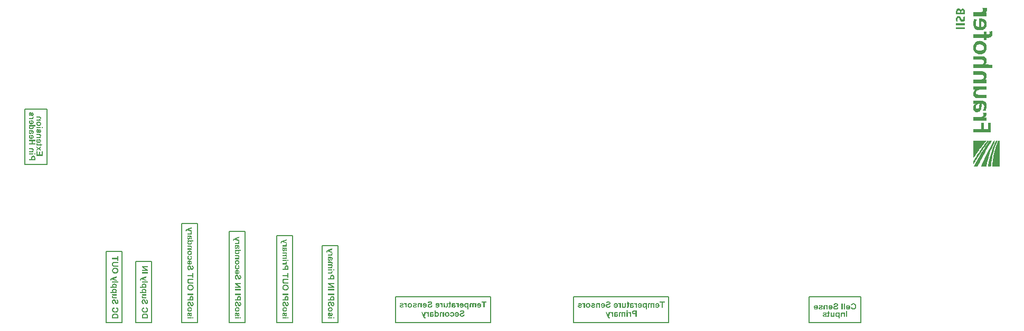
<source format=gbo>
G04*
G04 #@! TF.GenerationSoftware,Altium Limited,Altium Designer,21.4.1 (30)*
G04*
G04 Layer_Color=32896*
%FSLAX25Y25*%
%MOIN*%
G70*
G04*
G04 #@! TF.SameCoordinates,3F7B9525-E0B4-4A28-A4E6-3C1D8492A5F8*
G04*
G04*
G04 #@! TF.FilePolarity,Positive*
G04*
G01*
G75*
%ADD17C,0.00800*%
G36*
X603399Y189061D02*
X604684Y189029D01*
X607493Y189026D01*
X608324Y188949D01*
X609056Y188757D01*
X609700Y188410D01*
X610190Y187882D01*
X610551Y187163D01*
X610705Y186357D01*
X610743Y185922D01*
X610756Y185093D01*
X610641Y184301D01*
X610449Y183485D01*
X610257Y182961D01*
X610113Y182661D01*
X608229Y182740D01*
X608563Y183261D01*
X608885Y183922D01*
X609087Y184617D01*
X609138Y185383D01*
X609063Y186076D01*
X608789Y186573D01*
X608468Y186831D01*
X608072Y186956D01*
X607485Y187040D01*
X607473Y185246D01*
X607406Y184645D01*
X607409Y184645D01*
X607400Y184598D01*
X607399Y184585D01*
X607398Y184586D01*
X607256Y183827D01*
X607038Y183225D01*
X606755Y182762D01*
X606408Y182416D01*
X606073Y182107D01*
X605580Y181899D01*
X605001Y181809D01*
X604436Y181796D01*
X604035Y181861D01*
X603686Y182016D01*
X603324Y182209D01*
X602937Y182620D01*
X602667Y182980D01*
X602435Y183469D01*
X602319Y183930D01*
X602255Y184341D01*
Y184942D01*
X602325Y185404D01*
X602315Y185403D01*
X602330Y185442D01*
X602334Y185466D01*
X602340Y185467D01*
X602525Y185934D01*
X602770Y186371D01*
X603194Y186834D01*
X603576Y187110D01*
X602432Y187189D01*
X602444Y189126D01*
X603399Y189061D01*
D02*
G37*
G36*
X610770Y180907D02*
X610744Y180327D01*
X610640Y179926D01*
X610279Y179283D01*
X609816Y178858D01*
X609339Y178537D01*
X608917Y178403D01*
X610572Y178395D01*
X610575Y176463D01*
X602441D01*
X602434Y178636D01*
X606335Y178649D01*
X606968Y178712D01*
X607268Y178800D01*
X607726Y178928D01*
X608060Y179089D01*
X608383Y179387D01*
X608619Y179821D01*
X608682Y180458D01*
X608619Y180932D01*
X608459Y181266D01*
X610673D01*
X610770Y180907D01*
D02*
G37*
G36*
X613423Y175049D02*
X613426Y168920D01*
X602440D01*
X602437Y171175D01*
X607215D01*
X607222Y174867D01*
X609011D01*
X609014Y171175D01*
X611627Y171180D01*
X611631Y175052D01*
X613423Y175049D01*
D02*
G37*
G36*
X610465Y163537D02*
X610263Y163287D01*
X609843Y162794D01*
X609436Y162316D01*
X609017Y161802D01*
X608663Y161367D01*
X608320Y160942D01*
X607938Y160437D01*
X607506Y159897D01*
X607169Y159475D01*
X606819Y159018D01*
X606453Y158545D01*
X605887Y157786D01*
X605321Y157030D01*
X604869Y156421D01*
X604348Y155713D01*
X603877Y155043D01*
X603495Y154520D01*
X603168Y154049D01*
X602894Y153666D01*
X602703Y153383D01*
X602447Y153009D01*
X602441Y163543D01*
X610465Y163537D01*
D02*
G37*
G36*
X611938Y163365D02*
X611763Y163164D01*
X611489Y162769D01*
X611129Y162274D01*
X610877Y161938D01*
X610576Y161525D01*
X610296Y161116D01*
X610053Y160792D01*
X609839Y160502D01*
X609559Y160071D01*
X609240Y159617D01*
X608979Y159230D01*
X608714Y158854D01*
X608407Y158382D01*
X608138Y158006D01*
X607773Y157440D01*
X607309Y156734D01*
X606820Y155999D01*
X606280Y155150D01*
X605686Y154185D01*
X605290Y153538D01*
X604926Y152969D01*
X604512Y152260D01*
X604125Y151609D01*
X603590Y150702D01*
X603073Y149836D01*
X602458Y148705D01*
X602437Y151011D01*
X602900Y151781D01*
X603823Y153268D01*
X604188Y153852D01*
X604633Y154539D01*
X605101Y155262D01*
X605600Y156016D01*
X606159Y156861D01*
X606761Y157746D01*
X607207Y158392D01*
X607599Y158954D01*
X608107Y159651D01*
X608571Y160279D01*
X608949Y160791D01*
X609359Y161339D01*
X609772Y161882D01*
X610136Y162358D01*
X610357Y162663D01*
X610641Y163032D01*
X610852Y163302D01*
X611042Y163539D01*
X612077Y163548D01*
X611938Y163365D01*
D02*
G37*
G36*
X615778Y163097D02*
X615466Y162450D01*
X615187Y161827D01*
X614850Y161104D01*
X614526Y160329D01*
X614182Y159498D01*
X613890Y158794D01*
X613718Y158349D01*
X613445Y157671D01*
X613063Y156598D01*
X612700Y155557D01*
X612357Y154503D01*
X612077Y153634D01*
X611823Y152777D01*
X611486Y151616D01*
X611250Y150727D01*
X611015Y149838D01*
X610798Y148962D01*
X610613Y148180D01*
X610506Y147764D01*
X610412Y147249D01*
X607175Y147255D01*
X607740Y148640D01*
X608262Y149904D01*
X608892Y151340D01*
X609694Y153067D01*
X610311Y154381D01*
X610846Y155576D01*
X611610Y157030D01*
X612545Y158847D01*
X613589Y160803D01*
X614353Y162099D01*
X615177Y163537D01*
X616013D01*
X615778Y163097D01*
D02*
G37*
G36*
X614017Y163538D02*
X613759Y163171D01*
X613142Y162206D01*
X612379Y160980D01*
X611717Y159902D01*
X611074Y158803D01*
X610374Y157622D01*
X609891Y156804D01*
X609191Y155515D01*
X608600Y154436D01*
X608148Y153597D01*
X607563Y152519D01*
X606946Y151351D01*
X606151Y149757D01*
X605674Y148773D01*
X605255Y147936D01*
X604953Y147249D01*
X602443Y147255D01*
X602913Y148172D01*
X603531Y149316D01*
X604943Y151857D01*
X605879Y153458D01*
X606585Y154646D01*
X607362Y155916D01*
X608265Y157351D01*
X609131Y158703D01*
X610098Y160184D01*
X610982Y161486D01*
X611619Y162426D01*
X612405Y163545D01*
X614017Y163538D01*
D02*
G37*
G36*
X617343Y163161D02*
X617166Y162769D01*
X616886Y162064D01*
X616625Y161468D01*
X616371Y160783D01*
X616104Y160021D01*
X615691Y158822D01*
X615405Y157863D01*
X615189Y157127D01*
X614934Y156174D01*
X614648Y155090D01*
X614407Y153979D01*
X614184Y152824D01*
X614000Y151816D01*
X613866Y150971D01*
X613720Y150033D01*
X613605Y148915D01*
X613484Y147895D01*
X613444Y147242D01*
X611517Y147236D01*
X611740Y148443D01*
X611988Y149713D01*
X612319Y151206D01*
X612643Y152521D01*
X613083Y154167D01*
X613534Y155641D01*
X613967Y157051D01*
X614400Y158328D01*
X615107Y160165D01*
X615585Y161321D01*
X616024Y162331D01*
X616362Y163080D01*
X616580Y163537D01*
X617516Y163544D01*
X617343Y163161D01*
D02*
G37*
G36*
X618854Y147229D02*
X614258Y147255D01*
X614336Y148724D01*
X614552Y150898D01*
X614947Y153668D01*
X615240Y155219D01*
X615609Y156858D01*
X616208Y159082D01*
X616831Y161001D01*
X617519Y162793D01*
X617846Y163550D01*
X618866D01*
X618854Y147229D01*
D02*
G37*
G36*
X593483Y247326D02*
X593872Y247132D01*
X594149Y246800D01*
X594305Y246442D01*
X594330Y246291D01*
X594398Y246500D01*
X594628Y246850D01*
X594979Y247108D01*
X595349Y247209D01*
X595736D01*
X596239Y247072D01*
X596583Y246849D01*
X596840Y246408D01*
X596959Y245942D01*
X596983Y245308D01*
X596974Y243586D01*
X591439Y243595D01*
X591443Y244787D01*
X592394Y244813D01*
Y244719D01*
X593860Y244728D01*
X593863Y244894D01*
X593868Y244893D01*
X593868Y244893D01*
X594765Y244839D01*
X594779Y244838D01*
Y244737D01*
X596019Y244711D01*
X596028Y245347D01*
X596033Y245546D01*
X595930Y245777D01*
X595809Y245959D01*
X595651Y246051D01*
X595241Y246068D01*
X595135Y246035D01*
X595036Y245961D01*
X594933Y245817D01*
X594837Y245623D01*
X594784Y245364D01*
Y244838D01*
X594765Y244839D01*
X593868Y244893D01*
X593882Y245583D01*
X593787Y245824D01*
X593604Y246068D01*
X593432Y246179D01*
X593323Y246221D01*
X592904D01*
X592735Y246145D01*
X592582Y246009D01*
X592486Y245784D01*
X592399Y245547D01*
Y244813D01*
X591448Y244787D01*
X591453Y245689D01*
X591498Y246090D01*
X591773Y246793D01*
X592279Y247253D01*
X592959Y247399D01*
X593483Y247326D01*
D02*
G37*
G36*
X610794Y247606D02*
X610979Y247167D01*
X610995Y246880D01*
X610967Y246362D01*
X610810Y245875D01*
X610519Y245336D01*
X610074Y244806D01*
X609659Y244592D01*
X609225Y244369D01*
X610164Y244716D01*
X610765Y244708D01*
X610781Y242327D01*
X602219Y242329D01*
Y244953D01*
X606078Y244966D01*
X606854Y245016D01*
X607227Y245108D01*
X607706Y245276D01*
X608048Y245457D01*
X608314Y245793D01*
X608452Y246270D01*
X608407Y246794D01*
X608316Y247110D01*
X608090Y247638D01*
X610794Y247606D01*
D02*
G37*
G36*
X593313Y242528D02*
X593766Y242405D01*
X594146Y242113D01*
X594457Y241703D01*
X594691Y241153D01*
X594872Y240736D01*
X594993Y240490D01*
X595219Y240274D01*
X595353Y240230D01*
X595702Y240264D01*
X595960Y240461D01*
X596103Y240711D01*
X596109Y241316D01*
X596047Y241607D01*
X595878Y242122D01*
X596878Y242214D01*
X596978Y241831D01*
X597051Y241434D01*
X597061Y241265D01*
X597051Y240616D01*
X596964Y240192D01*
X596803Y239778D01*
X596564Y239473D01*
X596217Y239220D01*
X595888Y239087D01*
X595599Y239048D01*
X595063Y239041D01*
X594736Y239155D01*
X594459Y239318D01*
X594148Y239667D01*
X593939Y240011D01*
X593753Y240426D01*
X593624Y240748D01*
X593467Y241045D01*
X593298Y241230D01*
X593202Y241308D01*
X593066Y241340D01*
X592801Y241343D01*
X592597Y241220D01*
X592445Y241050D01*
X592362Y240857D01*
X592300Y240677D01*
X592287Y240444D01*
X592315Y240109D01*
X592372Y239855D01*
X592437Y239649D01*
X592519Y239510D01*
X592629Y239236D01*
X591567Y239144D01*
X591469Y239469D01*
X591390Y239884D01*
X591351Y240144D01*
X591348Y240874D01*
X591429Y241302D01*
X591622Y241749D01*
X591801Y242050D01*
X592082Y242298D01*
X592430Y242444D01*
X592799Y242535D01*
X593313Y242528D01*
D02*
G37*
G36*
X596969Y236785D02*
X591443Y236788D01*
X591436Y237903D01*
X596969D01*
Y236785D01*
D02*
G37*
G36*
X606750Y241124D02*
X607770Y240980D01*
X608685Y240727D01*
X609539Y240237D01*
X610221Y239485D01*
X610566Y238731D01*
X610720Y237889D01*
Y236949D01*
X610557Y235972D01*
X610093Y235110D01*
X609639Y234630D01*
X609167Y234222D01*
X608414Y233850D01*
X607725Y233651D01*
X607190Y233588D01*
X605926Y233543D01*
X605436Y233607D01*
X604594Y233815D01*
X603940Y234150D01*
X603377Y234594D01*
X602949Y235092D01*
X602695Y235555D01*
X602504Y236017D01*
X602378Y236541D01*
X602269Y237137D01*
X602260Y237381D01*
X602242Y238246D01*
X602323Y238915D01*
X602441Y239375D01*
X602558Y239845D01*
X602740Y240244D01*
X602903Y240549D01*
X604694Y240521D01*
X604579Y240304D01*
X604399Y239945D01*
X604246Y239657D01*
X604058Y239176D01*
X603952Y238749D01*
X603889Y238267D01*
X603889Y237481D01*
X603952Y237091D01*
X604085Y236723D01*
X604297Y236388D01*
X604564Y236112D01*
X604801Y235911D01*
X605075Y235796D01*
X605369Y235680D01*
X605672Y235627D01*
X605796Y235599D01*
X605800Y238306D01*
X605818Y238306D01*
X607322Y238347D01*
Y238347D01*
X607322Y238347D01*
X607336Y235615D01*
X607853Y235698D01*
X608277Y235884D01*
X608667Y236184D01*
X608922Y236509D01*
X609090Y236959D01*
X609144Y237427D01*
X609082Y237937D01*
X608826Y238377D01*
X608535Y238685D01*
X608094Y238931D01*
X607639Y239020D01*
X607327Y239076D01*
X607322Y238347D01*
X605818Y238306D01*
X605802Y238306D01*
X605806Y241152D01*
X606750Y241124D01*
D02*
G37*
G36*
X596969Y234293D02*
X591440Y234289D01*
X591436Y235449D01*
X596969Y235453D01*
Y234293D01*
D02*
G37*
G36*
X614308Y232645D02*
X614358Y232290D01*
X614399Y231942D01*
X614413Y231558D01*
X614381Y231038D01*
X614286Y230493D01*
X614057Y230014D01*
X613715Y229582D01*
X613341Y229295D01*
X612817Y229045D01*
X612246Y228904D01*
X611963Y228859D01*
X610571Y228854D01*
X610576Y227319D01*
X608954Y227308D01*
X608936Y228853D01*
X602444Y228844D01*
X602430Y231024D01*
X608949Y231020D01*
X608940Y232852D01*
X610575Y232856D01*
Y231029D01*
X611726Y231033D01*
X611935Y231055D01*
X612165Y231130D01*
X612368Y231234D01*
X612597Y231455D01*
X612683Y231691D01*
X612705Y231889D01*
X612687Y232125D01*
X612595Y232514D01*
X612423Y232749D01*
X612408Y232849D01*
X614244Y233016D01*
X614308Y232645D01*
D02*
G37*
G36*
X606987Y226846D02*
X607743Y226718D01*
X608269Y226513D01*
X608960Y226155D01*
X609422Y225809D01*
X609923Y225283D01*
X610334Y224579D01*
X610590Y223888D01*
X610718Y223184D01*
X610773Y222380D01*
X610770Y222380D01*
X610770Y222382D01*
X609073Y222437D01*
X610770Y222380D01*
X610733Y222059D01*
X610682Y221804D01*
X610592Y221293D01*
X610361Y220703D01*
X610066Y220178D01*
X609566Y219564D01*
X608950Y219078D01*
X608283Y218681D01*
X607603Y218476D01*
X606911Y218386D01*
X606169Y218373D01*
X605553Y218449D01*
X604938Y218616D01*
X604259Y218884D01*
X603758Y219205D01*
X603219Y219705D01*
X602872Y220205D01*
X602577Y220756D01*
X602347Y221549D01*
X602257Y222188D01*
Y223018D01*
X602321Y223594D01*
X602539Y224348D01*
X602872Y225053D01*
X603258Y225527D01*
X603757Y226013D01*
X604181Y226308D01*
X604810Y226590D01*
X605399Y226756D01*
X606052Y226846D01*
X606615Y226871D01*
X606987Y226846D01*
D02*
G37*
G36*
X608001Y217127D02*
X608267Y217102D01*
X608613Y217038D01*
X609102Y216901D01*
X609806Y216500D01*
X610102Y216229D01*
X610267Y216035D01*
X610493Y215662D01*
X610622Y215308D01*
X610722Y214892D01*
X610760Y214618D01*
X610751Y214124D01*
X610686Y213761D01*
X610538Y213172D01*
X610246Y212619D01*
X609842Y212120D01*
X609540Y211870D01*
X614215Y211865D01*
X614220Y209690D01*
X602437Y209692D01*
Y211867D01*
X606761Y211877D01*
X607085Y211909D01*
X607471Y211971D01*
X607841Y212097D01*
X608192Y212241D01*
X608457Y212426D01*
X608713Y212692D01*
X608879Y212927D01*
X608967Y213170D01*
X609041Y213449D01*
X609044Y213835D01*
X609000Y214051D01*
X608918Y214258D01*
X608751Y214498D01*
X608503Y214693D01*
X608160Y214845D01*
X607744Y214927D01*
X607181Y214971D01*
X602437Y214968D01*
Y217141D01*
X607720Y217144D01*
X608001Y217127D01*
D02*
G37*
G36*
X608223Y207605D02*
X608693Y207502D01*
X609107Y207387D01*
X609542Y207172D01*
X610021Y206819D01*
X610241Y206570D01*
X610399Y206322D01*
X610586Y205964D01*
X610683Y205591D01*
X610760Y205140D01*
X610753Y204553D01*
X610718Y204300D01*
X610628Y203827D01*
X610369Y203160D01*
X610000Y202669D01*
X609687Y202383D01*
X609528Y202247D01*
X610576D01*
Y200193D01*
X602438Y200187D01*
X602445Y202348D01*
X606756Y202351D01*
X606874Y202372D01*
X607447Y202467D01*
X607798Y202556D01*
X608101Y202690D01*
X608391Y202863D01*
X608637Y203085D01*
X608787Y203263D01*
X608909Y203492D01*
X609017Y203773D01*
X609039Y203959D01*
X609039Y204324D01*
X608999Y204527D01*
X608862Y204830D01*
X608652Y205065D01*
X608438Y205213D01*
X608165Y205313D01*
X607837Y205401D01*
X607444Y205454D01*
X602434Y205451D01*
X602440Y207624D01*
X608000D01*
X608223Y207605D01*
D02*
G37*
G36*
X610578Y198107D02*
X610573Y195955D01*
X606361D01*
X605915Y195897D01*
X605509Y195844D01*
X605076Y195692D01*
X604679Y195492D01*
X604373Y195256D01*
X604169Y194968D01*
X604020Y194662D01*
X603967Y194378D01*
X603968Y194030D01*
X603994Y193773D01*
X604091Y193549D01*
X604308Y193237D01*
X604690Y193013D01*
X605292Y192871D01*
X605661Y192831D01*
X610576Y192822D01*
Y190652D01*
X605124Y190654D01*
X604575Y190708D01*
X604116Y190835D01*
X603653Y191021D01*
X603130Y191339D01*
X602797Y191654D01*
X602591Y191955D01*
X602422Y192337D01*
X602308Y192723D01*
X602262Y193060D01*
X602258Y193738D01*
X602286Y193935D01*
X602381Y194337D01*
X602540Y194808D01*
X602748Y195198D01*
X602966Y195512D01*
X603392Y195976D01*
X603470Y196052D01*
X602437Y196048D01*
X602442Y198111D01*
X610578Y198107D01*
D02*
G37*
G36*
X7305Y181720D02*
X7416Y181693D01*
X7510Y181659D01*
X7588Y181615D01*
X7649Y181571D01*
X7693Y181537D01*
X7715Y181509D01*
X7726Y181499D01*
X7760Y181448D01*
X7798Y181399D01*
X7826Y181337D01*
X7859Y181271D01*
X7915Y181138D01*
X7965Y180999D01*
X8004Y180877D01*
X8015Y180821D01*
X8032Y180771D01*
X8043Y180733D01*
X8048Y180705D01*
X8054Y180683D01*
Y180677D01*
X8082Y180572D01*
X8104Y180477D01*
X8126Y180394D01*
X8148Y180322D01*
X8165Y180255D01*
X8181Y180200D01*
X8198Y180155D01*
X8209Y180111D01*
X8226Y180078D01*
X8237Y180050D01*
X8242Y180028D01*
X8253Y180017D01*
X8259Y179994D01*
X8265Y179989D01*
X8287Y179967D01*
X8309Y179950D01*
X8353Y179928D01*
X8387Y179917D01*
X8392D01*
X8398D01*
X8431Y179922D01*
X8459Y179928D01*
X8509Y179961D01*
X8537Y179989D01*
X8548Y179994D01*
Y180000D01*
X8575Y180055D01*
X8598Y180116D01*
X8609Y180183D01*
X8620Y180255D01*
X8625Y180316D01*
X8631Y180366D01*
Y180416D01*
X8625Y180499D01*
X8620Y180572D01*
X8603Y180633D01*
X8586Y180683D01*
X8570Y180721D01*
X8559Y180749D01*
X8548Y180766D01*
X8542Y180771D01*
X8509Y180816D01*
X8470Y180849D01*
X8431Y180882D01*
X8387Y180905D01*
X8353Y180921D01*
X8326Y180932D01*
X8303Y180944D01*
X8298D01*
X8426Y181637D01*
X8553Y181593D01*
X8664Y181532D01*
X8759Y181471D01*
X8831Y181404D01*
X8892Y181349D01*
X8936Y181299D01*
X8958Y181265D01*
X8969Y181260D01*
Y181254D01*
X9003Y181199D01*
X9031Y181138D01*
X9081Y181005D01*
X9114Y180866D01*
X9136Y180727D01*
X9142Y180660D01*
X9147Y180599D01*
X9153Y180544D01*
X9158Y180499D01*
Y180294D01*
X9147Y180194D01*
X9136Y180100D01*
X9119Y180011D01*
X9103Y179933D01*
X9081Y179861D01*
X9058Y179795D01*
X9036Y179734D01*
X9008Y179684D01*
X8986Y179639D01*
X8964Y179600D01*
X8947Y179573D01*
X8931Y179545D01*
X8919Y179528D01*
X8914Y179523D01*
X8908Y179517D01*
X8864Y179467D01*
X8814Y179423D01*
X8764Y179384D01*
X8709Y179356D01*
X8609Y179301D01*
X8514Y179267D01*
X8431Y179251D01*
X8392Y179245D01*
X8365Y179240D01*
X8337Y179234D01*
X8320D01*
X8309D01*
X8303D01*
X8231Y179240D01*
X8165Y179251D01*
X8098Y179262D01*
X8037Y179284D01*
X7932Y179340D01*
X7843Y179401D01*
X7771Y179456D01*
X7721Y179512D01*
X7699Y179534D01*
X7687Y179545D01*
X7682Y179556D01*
X7676Y179561D01*
X7649Y179611D01*
X7615Y179678D01*
X7582Y179756D01*
X7554Y179839D01*
X7521Y179928D01*
X7493Y180022D01*
X7438Y180216D01*
X7410Y180311D01*
X7388Y180400D01*
X7366Y180477D01*
X7349Y180549D01*
X7338Y180610D01*
X7327Y180655D01*
X7316Y180683D01*
Y180694D01*
X7299Y180760D01*
X7282Y180810D01*
X7266Y180855D01*
X7255Y180888D01*
X7238Y180910D01*
X7232Y180927D01*
X7221Y180938D01*
X7177Y180971D01*
X7132Y180988D01*
X7099Y180993D01*
X7088D01*
X7083D01*
X7038Y180988D01*
X6999Y180977D01*
X6966Y180960D01*
X6938Y180944D01*
X6916Y180927D01*
X6899Y180910D01*
X6888Y180899D01*
X6883Y180894D01*
X6849Y180832D01*
X6827Y180766D01*
X6805Y180694D01*
X6794Y180627D01*
X6788Y180566D01*
X6783Y180510D01*
Y180466D01*
X6788Y180372D01*
X6799Y180294D01*
X6816Y180222D01*
X6838Y180166D01*
X6855Y180122D01*
X6872Y180089D01*
X6883Y180067D01*
X6888Y180061D01*
X6933Y180011D01*
X6988Y179972D01*
X7038Y179939D01*
X7094Y179911D01*
X7144Y179894D01*
X7182Y179883D01*
X7205Y179872D01*
X7216D01*
X7105Y179134D01*
X6966Y179184D01*
X6838Y179245D01*
X6733Y179312D01*
X6644Y179384D01*
X6572Y179451D01*
X6522Y179512D01*
X6500Y179528D01*
X6489Y179545D01*
X6483Y179556D01*
X6477Y179561D01*
X6439Y179628D01*
X6400Y179695D01*
X6344Y179845D01*
X6306Y179994D01*
X6278Y180139D01*
X6267Y180205D01*
X6261Y180266D01*
X6256Y180322D01*
Y180372D01*
X6250Y180411D01*
Y180466D01*
X6256Y180577D01*
X6261Y180683D01*
X6278Y180782D01*
X6294Y180877D01*
X6311Y180960D01*
X6339Y181038D01*
X6361Y181110D01*
X6389Y181171D01*
X6411Y181227D01*
X6439Y181276D01*
X6461Y181315D01*
X6477Y181349D01*
X6500Y181376D01*
X6511Y181393D01*
X6516Y181404D01*
X6522Y181410D01*
X6577Y181465D01*
X6633Y181515D01*
X6689Y181560D01*
X6744Y181598D01*
X6799Y181626D01*
X6855Y181654D01*
X6955Y181693D01*
X7049Y181715D01*
X7088Y181720D01*
X7116Y181726D01*
X7144Y181731D01*
X7166D01*
X7177D01*
X7182D01*
X7305Y181720D01*
D02*
G37*
G36*
X9064Y178984D02*
X9097Y178901D01*
X9125Y178818D01*
X9142Y178740D01*
X9153Y178679D01*
X9158Y178629D01*
Y178585D01*
X9153Y178518D01*
X9147Y178463D01*
X9131Y178407D01*
X9114Y178363D01*
X9097Y178324D01*
X9086Y178291D01*
X9075Y178274D01*
X9069Y178268D01*
X9031Y178213D01*
X8975Y178163D01*
X8914Y178107D01*
X8853Y178063D01*
X8792Y178019D01*
X8742Y177985D01*
X8709Y177963D01*
X8703Y177957D01*
X9097D01*
Y177275D01*
X6311D01*
Y178013D01*
X7166D01*
X7293D01*
X7410D01*
X7515Y178019D01*
X7610Y178024D01*
X7699D01*
X7771Y178030D01*
X7843Y178035D01*
X7898Y178041D01*
X7948Y178046D01*
X7993Y178052D01*
X8026Y178057D01*
X8054D01*
X8070Y178063D01*
X8087Y178069D01*
X8098D01*
X8176Y178091D01*
X8242Y178119D01*
X8298Y178146D01*
X8337Y178174D01*
X8370Y178196D01*
X8392Y178218D01*
X8403Y178229D01*
X8409Y178235D01*
X8437Y178279D01*
X8459Y178324D01*
X8476Y178368D01*
X8487Y178407D01*
X8492Y178440D01*
X8498Y178474D01*
Y178496D01*
X8492Y178557D01*
X8481Y178618D01*
X8459Y178674D01*
X8437Y178729D01*
X8415Y178773D01*
X8392Y178807D01*
X8381Y178834D01*
X8376Y178840D01*
X9014Y179073D01*
X9064Y178984D01*
D02*
G37*
G36*
X12918Y178990D02*
X13007Y178984D01*
X13073Y178973D01*
X13129Y178968D01*
X13168Y178956D01*
X13195Y178951D01*
X13201D01*
X13267Y178934D01*
X13323Y178912D01*
X13378Y178890D01*
X13423Y178862D01*
X13462Y178840D01*
X13489Y178823D01*
X13506Y178812D01*
X13512Y178807D01*
X13562Y178762D01*
X13606Y178712D01*
X13645Y178662D01*
X13678Y178612D01*
X13706Y178568D01*
X13723Y178529D01*
X13734Y178507D01*
X13739Y178496D01*
X13767Y178418D01*
X13789Y178340D01*
X13806Y178268D01*
X13817Y178202D01*
X13822Y178141D01*
X13828Y178091D01*
Y178052D01*
X13822Y177952D01*
X13806Y177852D01*
X13784Y177763D01*
X13756Y177674D01*
X13717Y177591D01*
X13678Y177519D01*
X13634Y177447D01*
X13595Y177386D01*
X13551Y177330D01*
X13506Y177280D01*
X13467Y177236D01*
X13428Y177203D01*
X13401Y177175D01*
X13378Y177153D01*
X13362Y177142D01*
X13356Y177136D01*
X13767D01*
Y176453D01*
X10981D01*
Y177192D01*
X12235D01*
X12318D01*
X12396D01*
X12468Y177197D01*
X12529Y177203D01*
X12590D01*
X12640Y177208D01*
X12690Y177214D01*
X12729Y177219D01*
X12796Y177231D01*
X12840Y177236D01*
X12868Y177247D01*
X12873D01*
X12934Y177269D01*
X12995Y177303D01*
X13040Y177336D01*
X13084Y177369D01*
X13112Y177402D01*
X13140Y177430D01*
X13151Y177447D01*
X13156Y177453D01*
X13190Y177514D01*
X13217Y177575D01*
X13234Y177630D01*
X13251Y177686D01*
X13256Y177730D01*
X13262Y177763D01*
Y177797D01*
X13256Y177852D01*
X13251Y177902D01*
X13240Y177941D01*
X13223Y177980D01*
X13206Y178013D01*
X13195Y178035D01*
X13190Y178046D01*
X13184Y178052D01*
X13156Y178091D01*
X13123Y178119D01*
X13057Y178168D01*
X13023Y178185D01*
X13001Y178196D01*
X12984Y178207D01*
X12979D01*
X12951Y178218D01*
X12918Y178224D01*
X12834Y178235D01*
X12735Y178246D01*
X12640Y178252D01*
X12546Y178257D01*
X12507D01*
X12468D01*
X12440D01*
X12418D01*
X12402D01*
X12396D01*
X10981D01*
Y178995D01*
X12707D01*
X12823D01*
X12918Y178990D01*
D02*
G37*
G36*
X7782Y176692D02*
X7915Y176675D01*
X8037Y176653D01*
X8154Y176626D01*
X8253Y176598D01*
X8348Y176565D01*
X8431Y176531D01*
X8503Y176498D01*
X8570Y176465D01*
X8620Y176437D01*
X8664Y176409D01*
X8698Y176387D01*
X8725Y176370D01*
X8736Y176359D01*
X8742Y176354D01*
X8814Y176287D01*
X8881Y176209D01*
X8936Y176132D01*
X8981Y176054D01*
X9025Y175971D01*
X9058Y175887D01*
X9086Y175810D01*
X9108Y175732D01*
X9125Y175660D01*
X9136Y175593D01*
X9147Y175532D01*
X9153Y175482D01*
X9158Y175438D01*
Y175377D01*
X9153Y175277D01*
X9142Y175182D01*
X9119Y175088D01*
X9097Y175005D01*
X9069Y174922D01*
X9036Y174849D01*
X8997Y174777D01*
X8964Y174716D01*
X8925Y174661D01*
X8886Y174611D01*
X8853Y174566D01*
X8825Y174533D01*
X8803Y174505D01*
X8781Y174483D01*
X8770Y174472D01*
X8764Y174467D01*
X8687Y174406D01*
X8603Y174350D01*
X8520Y174300D01*
X8431Y174256D01*
X8337Y174222D01*
X8248Y174195D01*
X8076Y174150D01*
X7993Y174134D01*
X7921Y174123D01*
X7854Y174117D01*
X7798Y174111D01*
X7749Y174106D01*
X7710D01*
X7687D01*
X7682D01*
X7576Y174111D01*
X7471Y174117D01*
X7377Y174134D01*
X7288Y174150D01*
X7199Y174167D01*
X7121Y174195D01*
X7049Y174217D01*
X6983Y174245D01*
X6922Y174267D01*
X6872Y174295D01*
X6827Y174317D01*
X6788Y174333D01*
X6761Y174356D01*
X6738Y174367D01*
X6727Y174372D01*
X6722Y174378D01*
X6639Y174450D01*
X6566Y174522D01*
X6505Y174605D01*
X6450Y174694D01*
X6405Y174783D01*
X6367Y174872D01*
X6333Y174960D01*
X6311Y175049D01*
X6289Y175127D01*
X6278Y175205D01*
X6267Y175277D01*
X6256Y175338D01*
Y175388D01*
X6250Y175421D01*
Y175454D01*
X6261Y175616D01*
X6283Y175765D01*
X6317Y175893D01*
X6355Y176004D01*
X6378Y176054D01*
X6394Y176093D01*
X6411Y176132D01*
X6428Y176159D01*
X6444Y176181D01*
X6450Y176204D01*
X6461Y176209D01*
Y176215D01*
X6550Y176320D01*
X6644Y176415D01*
X6750Y176492D01*
X6849Y176553D01*
X6938Y176603D01*
X6977Y176620D01*
X7010Y176637D01*
X7038Y176648D01*
X7060Y176659D01*
X7071Y176664D01*
X7077D01*
X7199Y175932D01*
X7127Y175904D01*
X7060Y175876D01*
X7010Y175849D01*
X6966Y175815D01*
X6933Y175793D01*
X6910Y175771D01*
X6899Y175754D01*
X6894Y175749D01*
X6860Y175704D01*
X6838Y175654D01*
X6822Y175604D01*
X6811Y175560D01*
X6805Y175521D01*
X6799Y175488D01*
Y175460D01*
X6805Y175371D01*
X6827Y175288D01*
X6855Y175210D01*
X6888Y175149D01*
X6922Y175099D01*
X6949Y175066D01*
X6972Y175038D01*
X6977Y175033D01*
X7049Y174977D01*
X7132Y174938D01*
X7221Y174905D01*
X7299Y174883D01*
X7377Y174872D01*
X7432Y174866D01*
X7454Y174861D01*
X7471D01*
X7482D01*
X7488D01*
Y176703D01*
X7643D01*
X7782Y176692D01*
D02*
G37*
G36*
X12496Y175882D02*
X12607Y175871D01*
X12707Y175849D01*
X12807Y175826D01*
X12896Y175793D01*
X12984Y175760D01*
X13062Y175721D01*
X13134Y175688D01*
X13195Y175649D01*
X13256Y175610D01*
X13301Y175577D01*
X13345Y175543D01*
X13373Y175521D01*
X13401Y175499D01*
X13412Y175488D01*
X13417Y175482D01*
X13489Y175405D01*
X13551Y175321D01*
X13606Y175238D01*
X13656Y175149D01*
X13695Y175060D01*
X13728Y174977D01*
X13756Y174894D01*
X13778Y174811D01*
X13795Y174739D01*
X13806Y174666D01*
X13817Y174605D01*
X13822Y174550D01*
X13828Y174505D01*
Y174444D01*
X13822Y174295D01*
X13800Y174156D01*
X13772Y174028D01*
X13739Y173917D01*
X13717Y173873D01*
X13700Y173828D01*
X13689Y173790D01*
X13673Y173762D01*
X13661Y173734D01*
X13650Y173717D01*
X13645Y173706D01*
Y173701D01*
X13567Y173584D01*
X13484Y173484D01*
X13395Y173396D01*
X13312Y173323D01*
X13234Y173268D01*
X13173Y173223D01*
X13151Y173207D01*
X13134Y173201D01*
X13123Y173190D01*
X13118D01*
X12990Y173129D01*
X12862Y173090D01*
X12746Y173057D01*
X12640Y173035D01*
X12546Y173024D01*
X12507Y173018D01*
X12474D01*
X12452Y173012D01*
X12429D01*
X12418D01*
X12413D01*
X12241Y173018D01*
X12080Y173040D01*
X11941Y173068D01*
X11880Y173085D01*
X11824Y173101D01*
X11774Y173118D01*
X11730Y173135D01*
X11691Y173151D01*
X11658Y173162D01*
X11630Y173173D01*
X11614Y173185D01*
X11602Y173190D01*
X11597D01*
X11480Y173268D01*
X11380Y173351D01*
X11292Y173440D01*
X11220Y173523D01*
X11164Y173601D01*
X11125Y173662D01*
X11108Y173684D01*
X11097Y173701D01*
X11092Y173712D01*
Y173717D01*
X11036Y173851D01*
X10992Y173978D01*
X10964Y174100D01*
X10942Y174217D01*
X10931Y174311D01*
X10925Y174350D01*
Y174383D01*
X10920Y174411D01*
Y174450D01*
X10925Y174566D01*
X10936Y174672D01*
X10959Y174777D01*
X10986Y174872D01*
X11014Y174966D01*
X11047Y175049D01*
X11086Y175127D01*
X11125Y175199D01*
X11164Y175260D01*
X11203Y175316D01*
X11236Y175366D01*
X11264Y175405D01*
X11292Y175438D01*
X11314Y175460D01*
X11325Y175471D01*
X11331Y175477D01*
X11414Y175549D01*
X11497Y175610D01*
X11580Y175665D01*
X11669Y175715D01*
X11758Y175754D01*
X11847Y175787D01*
X11930Y175815D01*
X12013Y175837D01*
X12085Y175854D01*
X12157Y175865D01*
X12218Y175876D01*
X12274Y175882D01*
X12318Y175887D01*
X12352D01*
X12374D01*
X12379D01*
X12496Y175882D01*
D02*
G37*
G36*
X14821Y171686D02*
X14139D01*
Y172424D01*
X14821D01*
Y171686D01*
D02*
G37*
G36*
X13767D02*
X10981D01*
Y172424D01*
X13767D01*
Y171686D01*
D02*
G37*
G36*
X10152Y172857D02*
X8770D01*
X8836Y172791D01*
X8897Y172724D01*
X8947Y172657D01*
X8997Y172585D01*
X9031Y172519D01*
X9064Y172452D01*
X9092Y172385D01*
X9108Y172324D01*
X9125Y172263D01*
X9136Y172213D01*
X9147Y172163D01*
X9153Y172125D01*
X9158Y172091D01*
Y172047D01*
X9153Y171952D01*
X9142Y171864D01*
X9125Y171780D01*
X9103Y171697D01*
X9042Y171558D01*
X9008Y171492D01*
X8975Y171436D01*
X8936Y171381D01*
X8903Y171336D01*
X8875Y171298D01*
X8847Y171264D01*
X8820Y171237D01*
X8803Y171220D01*
X8792Y171209D01*
X8786Y171203D01*
X8714Y171148D01*
X8636Y171098D01*
X8553Y171053D01*
X8464Y171014D01*
X8376Y170981D01*
X8287Y170953D01*
X8109Y170915D01*
X8032Y170904D01*
X7954Y170892D01*
X7887Y170887D01*
X7826Y170881D01*
X7776Y170876D01*
X7743D01*
X7715D01*
X7710D01*
X7582Y170881D01*
X7465Y170892D01*
X7354Y170909D01*
X7249Y170931D01*
X7155Y170953D01*
X7066Y170981D01*
X6988Y171014D01*
X6916Y171048D01*
X6849Y171075D01*
X6794Y171109D01*
X6744Y171137D01*
X6705Y171164D01*
X6672Y171181D01*
X6650Y171198D01*
X6639Y171209D01*
X6633Y171214D01*
X6566Y171281D01*
X6505Y171347D01*
X6455Y171420D01*
X6411Y171486D01*
X6372Y171558D01*
X6344Y171625D01*
X6317Y171692D01*
X6300Y171753D01*
X6283Y171814D01*
X6272Y171869D01*
X6261Y171914D01*
X6256Y171958D01*
X6250Y171991D01*
Y172036D01*
X6256Y172125D01*
X6267Y172208D01*
X6283Y172291D01*
X6306Y172363D01*
X6328Y172419D01*
X6344Y172469D01*
X6355Y172496D01*
X6361Y172507D01*
X6411Y172591D01*
X6466Y172668D01*
X6527Y172741D01*
X6583Y172796D01*
X6633Y172846D01*
X6677Y172885D01*
X6705Y172907D01*
X6716Y172913D01*
X6311D01*
Y173595D01*
X10152D01*
Y172857D01*
D02*
G37*
G36*
X11974Y171031D02*
X12085Y171003D01*
X12180Y170970D01*
X12257Y170926D01*
X12318Y170881D01*
X12363Y170848D01*
X12385Y170820D01*
X12396Y170809D01*
X12429Y170759D01*
X12468Y170709D01*
X12496Y170648D01*
X12529Y170582D01*
X12585Y170448D01*
X12635Y170310D01*
X12674Y170188D01*
X12685Y170132D01*
X12701Y170082D01*
X12712Y170043D01*
X12718Y170016D01*
X12723Y169993D01*
Y169988D01*
X12751Y169882D01*
X12774Y169788D01*
X12796Y169705D01*
X12818Y169632D01*
X12834Y169566D01*
X12851Y169510D01*
X12868Y169466D01*
X12879Y169422D01*
X12896Y169388D01*
X12907Y169361D01*
X12912Y169338D01*
X12923Y169327D01*
X12929Y169305D01*
X12934Y169299D01*
X12957Y169277D01*
X12979Y169261D01*
X13023Y169238D01*
X13057Y169227D01*
X13062D01*
X13068D01*
X13101Y169233D01*
X13129Y169238D01*
X13179Y169272D01*
X13206Y169299D01*
X13217Y169305D01*
Y169311D01*
X13245Y169366D01*
X13267Y169427D01*
X13279Y169494D01*
X13290Y169566D01*
X13295Y169627D01*
X13301Y169677D01*
Y169727D01*
X13295Y169810D01*
X13290Y169882D01*
X13273Y169943D01*
X13256Y169993D01*
X13240Y170032D01*
X13229Y170060D01*
X13217Y170077D01*
X13212Y170082D01*
X13179Y170126D01*
X13140Y170160D01*
X13101Y170193D01*
X13057Y170215D01*
X13023Y170232D01*
X12995Y170243D01*
X12973Y170254D01*
X12968D01*
X13095Y170948D01*
X13223Y170904D01*
X13334Y170843D01*
X13428Y170781D01*
X13500Y170715D01*
X13562Y170659D01*
X13606Y170609D01*
X13628Y170576D01*
X13639Y170571D01*
Y170565D01*
X13673Y170509D01*
X13700Y170448D01*
X13750Y170315D01*
X13784Y170176D01*
X13806Y170038D01*
X13811Y169971D01*
X13817Y169910D01*
X13822Y169854D01*
X13828Y169810D01*
Y169605D01*
X13817Y169505D01*
X13806Y169411D01*
X13789Y169322D01*
X13772Y169244D01*
X13750Y169172D01*
X13728Y169105D01*
X13706Y169044D01*
X13678Y168994D01*
X13656Y168950D01*
X13634Y168911D01*
X13617Y168883D01*
X13600Y168856D01*
X13589Y168839D01*
X13584Y168833D01*
X13578Y168828D01*
X13534Y168778D01*
X13484Y168733D01*
X13434Y168695D01*
X13378Y168667D01*
X13279Y168611D01*
X13184Y168578D01*
X13101Y168561D01*
X13062Y168556D01*
X13034Y168550D01*
X13007Y168545D01*
X12990D01*
X12979D01*
X12973D01*
X12901Y168550D01*
X12834Y168561D01*
X12768Y168572D01*
X12707Y168595D01*
X12601Y168650D01*
X12513Y168711D01*
X12440Y168767D01*
X12391Y168822D01*
X12368Y168844D01*
X12357Y168856D01*
X12352Y168867D01*
X12346Y168872D01*
X12318Y168922D01*
X12285Y168989D01*
X12252Y169067D01*
X12224Y169150D01*
X12191Y169238D01*
X12163Y169333D01*
X12107Y169527D01*
X12080Y169622D01*
X12058Y169710D01*
X12035Y169788D01*
X12019Y169860D01*
X12008Y169921D01*
X11997Y169966D01*
X11985Y169993D01*
Y170004D01*
X11969Y170071D01*
X11952Y170121D01*
X11935Y170165D01*
X11924Y170199D01*
X11908Y170221D01*
X11902Y170238D01*
X11891Y170249D01*
X11847Y170282D01*
X11802Y170299D01*
X11769Y170304D01*
X11758D01*
X11752D01*
X11708Y170299D01*
X11669Y170287D01*
X11636Y170271D01*
X11608Y170254D01*
X11586Y170238D01*
X11569Y170221D01*
X11558Y170210D01*
X11552Y170204D01*
X11519Y170143D01*
X11497Y170077D01*
X11475Y170004D01*
X11464Y169938D01*
X11458Y169877D01*
X11453Y169821D01*
Y169777D01*
X11458Y169683D01*
X11469Y169605D01*
X11486Y169533D01*
X11508Y169477D01*
X11525Y169433D01*
X11541Y169399D01*
X11552Y169377D01*
X11558Y169372D01*
X11602Y169322D01*
X11658Y169283D01*
X11708Y169250D01*
X11763Y169222D01*
X11813Y169205D01*
X11852Y169194D01*
X11874Y169183D01*
X11885D01*
X11774Y168445D01*
X11636Y168495D01*
X11508Y168556D01*
X11403Y168623D01*
X11314Y168695D01*
X11242Y168761D01*
X11192Y168822D01*
X11169Y168839D01*
X11158Y168856D01*
X11153Y168867D01*
X11147Y168872D01*
X11108Y168939D01*
X11070Y169005D01*
X11014Y169155D01*
X10975Y169305D01*
X10948Y169449D01*
X10936Y169516D01*
X10931Y169577D01*
X10925Y169632D01*
Y169683D01*
X10920Y169721D01*
Y169777D01*
X10925Y169888D01*
X10931Y169993D01*
X10948Y170093D01*
X10964Y170188D01*
X10981Y170271D01*
X11009Y170349D01*
X11031Y170421D01*
X11058Y170482D01*
X11081Y170537D01*
X11108Y170587D01*
X11131Y170626D01*
X11147Y170659D01*
X11169Y170687D01*
X11181Y170704D01*
X11186Y170715D01*
X11192Y170720D01*
X11247Y170776D01*
X11303Y170826D01*
X11358Y170870D01*
X11414Y170909D01*
X11469Y170937D01*
X11525Y170965D01*
X11625Y171003D01*
X11719Y171026D01*
X11758Y171031D01*
X11786Y171037D01*
X11813Y171042D01*
X11835D01*
X11847D01*
X11852D01*
X11974Y171031D01*
D02*
G37*
G36*
X6383Y170437D02*
X6450Y170410D01*
X6511Y170387D01*
X6566Y170365D01*
X6611Y170354D01*
X6650Y170343D01*
X6672Y170337D01*
X6677D01*
X6750Y170326D01*
X6838Y170321D01*
X6927Y170310D01*
X7016D01*
X7094Y170304D01*
X7160D01*
X7188D01*
X7205D01*
X7216D01*
X7221D01*
X8082Y170315D01*
X8170D01*
X8248Y170310D01*
X8320Y170304D01*
X8387Y170299D01*
X8448Y170293D01*
X8503Y170282D01*
X8553Y170276D01*
X8592Y170265D01*
X8631Y170254D01*
X8659Y170249D01*
X8709Y170232D01*
X8731Y170221D01*
X8742Y170215D01*
X8803Y170171D01*
X8864Y170121D01*
X8914Y170065D01*
X8958Y170004D01*
X8992Y169954D01*
X9014Y169910D01*
X9031Y169882D01*
X9036Y169877D01*
Y169871D01*
X9058Y169821D01*
X9075Y169771D01*
X9108Y169655D01*
X9131Y169533D01*
X9142Y169416D01*
X9153Y169305D01*
Y169261D01*
X9158Y169222D01*
Y169039D01*
X9147Y168950D01*
X9142Y168861D01*
X9125Y168783D01*
X9114Y168706D01*
X9097Y168639D01*
X9075Y168578D01*
X9058Y168523D01*
X9042Y168478D01*
X9020Y168434D01*
X9003Y168401D01*
X8992Y168367D01*
X8975Y168345D01*
X8969Y168328D01*
X8958Y168323D01*
Y168317D01*
X8875Y168223D01*
X8781Y168145D01*
X8681Y168078D01*
X8586Y168023D01*
X8498Y167984D01*
X8459Y167968D01*
X8426Y167956D01*
X8398Y167945D01*
X8376Y167940D01*
X8365Y167934D01*
X8359D01*
X8237Y168595D01*
X8303Y168623D01*
X8359Y168650D01*
X8409Y168678D01*
X8448Y168711D01*
X8476Y168733D01*
X8492Y168756D01*
X8503Y168767D01*
X8509Y168772D01*
X8537Y168817D01*
X8559Y168867D01*
X8570Y168922D01*
X8581Y168972D01*
X8586Y169017D01*
X8592Y169050D01*
Y169083D01*
X8586Y169183D01*
X8575Y169266D01*
X8564Y169333D01*
X8548Y169388D01*
X8525Y169427D01*
X8514Y169455D01*
X8503Y169472D01*
X8498Y169477D01*
X8459Y169516D01*
X8415Y169544D01*
X8365Y169560D01*
X8315Y169577D01*
X8265Y169583D01*
X8226Y169588D01*
X8204D01*
X8192D01*
X8120D01*
X8104Y169549D01*
X8087Y169499D01*
X8054Y169394D01*
X8026Y169272D01*
X7998Y169155D01*
X7970Y169044D01*
X7959Y168994D01*
X7954Y168950D01*
X7948Y168917D01*
X7943Y168889D01*
X7937Y168872D01*
Y168867D01*
X7909Y168733D01*
X7882Y168611D01*
X7854Y168511D01*
X7826Y168428D01*
X7798Y168362D01*
X7782Y168317D01*
X7771Y168289D01*
X7765Y168278D01*
X7726Y168206D01*
X7682Y168145D01*
X7632Y168090D01*
X7588Y168051D01*
X7549Y168012D01*
X7515Y167990D01*
X7493Y167973D01*
X7482Y167968D01*
X7410Y167929D01*
X7338Y167901D01*
X7271Y167884D01*
X7205Y167873D01*
X7149Y167862D01*
X7105Y167857D01*
X7077D01*
X7066D01*
X6999Y167862D01*
X6938Y167868D01*
X6822Y167895D01*
X6722Y167934D01*
X6639Y167979D01*
X6572Y168023D01*
X6522Y168062D01*
X6489Y168090D01*
X6483Y168101D01*
X6477D01*
X6400Y168201D01*
X6344Y168312D01*
X6306Y168423D01*
X6278Y168534D01*
X6261Y168628D01*
X6256Y168672D01*
Y168706D01*
X6250Y168739D01*
Y168778D01*
X6256Y168867D01*
X6267Y168955D01*
X6278Y169033D01*
X6294Y169100D01*
X6311Y169155D01*
X6328Y169200D01*
X6333Y169227D01*
X6339Y169238D01*
X6378Y169316D01*
X6417Y169394D01*
X6466Y169460D01*
X6511Y169522D01*
X6550Y169571D01*
X6583Y169610D01*
X6605Y169632D01*
X6611Y169644D01*
X6588Y169649D01*
X6561Y169660D01*
X6539Y169666D01*
X6533Y169671D01*
X6527D01*
X6477Y169688D01*
X6433Y169699D01*
X6394Y169710D01*
X6367Y169721D01*
X6344Y169732D01*
X6322Y169738D01*
X6317Y169744D01*
X6311D01*
Y170471D01*
X6383Y170437D01*
D02*
G37*
G36*
X7782Y167440D02*
X7915Y167424D01*
X8037Y167401D01*
X8154Y167374D01*
X8253Y167346D01*
X8348Y167313D01*
X8431Y167279D01*
X8503Y167246D01*
X8570Y167213D01*
X8620Y167185D01*
X8664Y167157D01*
X8698Y167135D01*
X8725Y167118D01*
X8736Y167107D01*
X8742Y167102D01*
X8814Y167035D01*
X8881Y166957D01*
X8936Y166880D01*
X8981Y166802D01*
X9025Y166719D01*
X9058Y166636D01*
X9086Y166558D01*
X9108Y166480D01*
X9125Y166408D01*
X9136Y166341D01*
X9147Y166280D01*
X9153Y166230D01*
X9158Y166186D01*
Y166125D01*
X9153Y166025D01*
X9142Y165931D01*
X9119Y165836D01*
X9097Y165753D01*
X9069Y165670D01*
X9036Y165598D01*
X8997Y165525D01*
X8964Y165464D01*
X8925Y165409D01*
X8886Y165359D01*
X8853Y165315D01*
X8825Y165281D01*
X8803Y165254D01*
X8781Y165231D01*
X8770Y165220D01*
X8764Y165215D01*
X8687Y165154D01*
X8603Y165098D01*
X8520Y165048D01*
X8431Y165004D01*
X8337Y164971D01*
X8248Y164943D01*
X8076Y164898D01*
X7993Y164882D01*
X7921Y164871D01*
X7854Y164865D01*
X7798Y164859D01*
X7749Y164854D01*
X7710D01*
X7687D01*
X7682D01*
X7576Y164859D01*
X7471Y164865D01*
X7377Y164882D01*
X7288Y164898D01*
X7199Y164915D01*
X7121Y164943D01*
X7049Y164965D01*
X6983Y164993D01*
X6922Y165015D01*
X6872Y165043D01*
X6827Y165065D01*
X6788Y165082D01*
X6761Y165104D01*
X6738Y165115D01*
X6727Y165120D01*
X6722Y165126D01*
X6639Y165198D01*
X6566Y165270D01*
X6505Y165354D01*
X6450Y165442D01*
X6405Y165531D01*
X6367Y165620D01*
X6333Y165709D01*
X6311Y165797D01*
X6289Y165875D01*
X6278Y165953D01*
X6267Y166025D01*
X6256Y166086D01*
Y166136D01*
X6250Y166169D01*
Y166203D01*
X6261Y166364D01*
X6283Y166513D01*
X6317Y166641D01*
X6355Y166752D01*
X6378Y166802D01*
X6394Y166841D01*
X6411Y166880D01*
X6428Y166908D01*
X6444Y166930D01*
X6450Y166952D01*
X6461Y166957D01*
Y166963D01*
X6550Y167069D01*
X6644Y167163D01*
X6750Y167241D01*
X6849Y167301D01*
X6938Y167351D01*
X6977Y167368D01*
X7010Y167385D01*
X7038Y167396D01*
X7060Y167407D01*
X7071Y167413D01*
X7077D01*
X7199Y166680D01*
X7127Y166652D01*
X7060Y166624D01*
X7010Y166597D01*
X6966Y166563D01*
X6933Y166541D01*
X6910Y166519D01*
X6899Y166502D01*
X6894Y166497D01*
X6860Y166452D01*
X6838Y166402D01*
X6822Y166352D01*
X6811Y166308D01*
X6805Y166269D01*
X6799Y166236D01*
Y166208D01*
X6805Y166119D01*
X6827Y166036D01*
X6855Y165958D01*
X6888Y165897D01*
X6922Y165848D01*
X6949Y165814D01*
X6972Y165786D01*
X6977Y165781D01*
X7049Y165725D01*
X7132Y165687D01*
X7221Y165653D01*
X7299Y165631D01*
X7377Y165620D01*
X7432Y165614D01*
X7454Y165609D01*
X7471D01*
X7482D01*
X7488D01*
Y167451D01*
X7643D01*
X7782Y167440D01*
D02*
G37*
G36*
X12918Y167951D02*
X13007Y167945D01*
X13073Y167934D01*
X13129Y167929D01*
X13168Y167918D01*
X13195Y167912D01*
X13201D01*
X13267Y167895D01*
X13323Y167873D01*
X13378Y167851D01*
X13423Y167823D01*
X13462Y167801D01*
X13489Y167784D01*
X13506Y167773D01*
X13512Y167768D01*
X13562Y167723D01*
X13606Y167673D01*
X13645Y167623D01*
X13678Y167573D01*
X13706Y167529D01*
X13723Y167490D01*
X13734Y167468D01*
X13739Y167457D01*
X13767Y167379D01*
X13789Y167301D01*
X13806Y167229D01*
X13817Y167163D01*
X13822Y167102D01*
X13828Y167052D01*
Y167013D01*
X13822Y166913D01*
X13806Y166813D01*
X13784Y166724D01*
X13756Y166636D01*
X13717Y166552D01*
X13678Y166480D01*
X13634Y166408D01*
X13595Y166347D01*
X13551Y166291D01*
X13506Y166242D01*
X13467Y166197D01*
X13428Y166164D01*
X13401Y166136D01*
X13378Y166114D01*
X13362Y166103D01*
X13356Y166097D01*
X13767D01*
Y165415D01*
X10981D01*
Y166153D01*
X12235D01*
X12318D01*
X12396D01*
X12468Y166158D01*
X12529Y166164D01*
X12590D01*
X12640Y166169D01*
X12690Y166175D01*
X12729Y166180D01*
X12796Y166192D01*
X12840Y166197D01*
X12868Y166208D01*
X12873D01*
X12934Y166230D01*
X12995Y166264D01*
X13040Y166297D01*
X13084Y166330D01*
X13112Y166364D01*
X13140Y166391D01*
X13151Y166408D01*
X13156Y166414D01*
X13190Y166475D01*
X13217Y166536D01*
X13234Y166591D01*
X13251Y166647D01*
X13256Y166691D01*
X13262Y166724D01*
Y166758D01*
X13256Y166813D01*
X13251Y166863D01*
X13240Y166902D01*
X13223Y166941D01*
X13206Y166974D01*
X13195Y166996D01*
X13190Y167007D01*
X13184Y167013D01*
X13156Y167052D01*
X13123Y167079D01*
X13057Y167130D01*
X13023Y167146D01*
X13001Y167157D01*
X12984Y167168D01*
X12979D01*
X12951Y167179D01*
X12918Y167185D01*
X12834Y167196D01*
X12735Y167207D01*
X12640Y167213D01*
X12546Y167218D01*
X12507D01*
X12468D01*
X12440D01*
X12418D01*
X12402D01*
X12396D01*
X10981D01*
Y167956D01*
X12707D01*
X12823D01*
X12918Y167951D01*
D02*
G37*
G36*
X12452Y164810D02*
X12585Y164793D01*
X12707Y164771D01*
X12823Y164743D01*
X12923Y164715D01*
X13018Y164682D01*
X13101Y164649D01*
X13173Y164615D01*
X13240Y164582D01*
X13290Y164554D01*
X13334Y164526D01*
X13367Y164504D01*
X13395Y164488D01*
X13406Y164477D01*
X13412Y164471D01*
X13484Y164404D01*
X13551Y164327D01*
X13606Y164249D01*
X13650Y164171D01*
X13695Y164088D01*
X13728Y164005D01*
X13756Y163927D01*
X13778Y163849D01*
X13795Y163777D01*
X13806Y163711D01*
X13817Y163650D01*
X13822Y163600D01*
X13828Y163555D01*
Y163494D01*
X13822Y163394D01*
X13811Y163300D01*
X13789Y163206D01*
X13767Y163122D01*
X13739Y163039D01*
X13706Y162967D01*
X13667Y162895D01*
X13634Y162834D01*
X13595Y162778D01*
X13556Y162728D01*
X13523Y162684D01*
X13495Y162651D01*
X13473Y162623D01*
X13451Y162601D01*
X13440Y162590D01*
X13434Y162584D01*
X13356Y162523D01*
X13273Y162468D01*
X13190Y162418D01*
X13101Y162373D01*
X13007Y162340D01*
X12918Y162312D01*
X12746Y162268D01*
X12663Y162251D01*
X12590Y162240D01*
X12524Y162234D01*
X12468Y162229D01*
X12418Y162223D01*
X12379D01*
X12357D01*
X12352D01*
X12246Y162229D01*
X12141Y162234D01*
X12046Y162251D01*
X11958Y162268D01*
X11869Y162284D01*
X11791Y162312D01*
X11719Y162334D01*
X11652Y162362D01*
X11591Y162384D01*
X11541Y162412D01*
X11497Y162434D01*
X11458Y162451D01*
X11430Y162473D01*
X11408Y162484D01*
X11397Y162490D01*
X11391Y162495D01*
X11308Y162567D01*
X11236Y162640D01*
X11175Y162723D01*
X11120Y162812D01*
X11075Y162900D01*
X11036Y162989D01*
X11003Y163078D01*
X10981Y163167D01*
X10959Y163244D01*
X10948Y163322D01*
X10936Y163394D01*
X10925Y163455D01*
Y163505D01*
X10920Y163539D01*
Y163572D01*
X10931Y163733D01*
X10953Y163883D01*
X10986Y164010D01*
X11025Y164121D01*
X11047Y164171D01*
X11064Y164210D01*
X11081Y164249D01*
X11097Y164277D01*
X11114Y164299D01*
X11120Y164321D01*
X11131Y164327D01*
Y164332D01*
X11220Y164438D01*
X11314Y164532D01*
X11419Y164610D01*
X11519Y164671D01*
X11608Y164721D01*
X11647Y164737D01*
X11680Y164754D01*
X11708Y164765D01*
X11730Y164776D01*
X11741Y164782D01*
X11747D01*
X11869Y164049D01*
X11797Y164022D01*
X11730Y163994D01*
X11680Y163966D01*
X11636Y163933D01*
X11602Y163910D01*
X11580Y163888D01*
X11569Y163872D01*
X11564Y163866D01*
X11530Y163822D01*
X11508Y163772D01*
X11491Y163722D01*
X11480Y163677D01*
X11475Y163639D01*
X11469Y163605D01*
Y163577D01*
X11475Y163489D01*
X11497Y163405D01*
X11525Y163328D01*
X11558Y163267D01*
X11591Y163217D01*
X11619Y163183D01*
X11641Y163156D01*
X11647Y163150D01*
X11719Y163095D01*
X11802Y163056D01*
X11891Y163022D01*
X11969Y163000D01*
X12046Y162989D01*
X12102Y162984D01*
X12124Y162978D01*
X12141D01*
X12152D01*
X12157D01*
Y164821D01*
X12313D01*
X12452Y164810D01*
D02*
G37*
G36*
X10152Y163494D02*
X8642D01*
Y161979D01*
X10152D01*
Y161202D01*
X6311D01*
Y161979D01*
X7993D01*
Y163494D01*
X6311D01*
Y164271D01*
X10152D01*
Y163494D01*
D02*
G37*
G36*
X11597Y161924D02*
X11575Y161857D01*
X11558Y161796D01*
X11547Y161746D01*
X11541Y161702D01*
X11536Y161668D01*
X11530Y161646D01*
Y161624D01*
X11536Y161574D01*
X11547Y161535D01*
X11558Y161513D01*
X11564Y161502D01*
X11597Y161469D01*
X11625Y161452D01*
X11647Y161441D01*
X11658Y161435D01*
X11669D01*
X11691Y161430D01*
X11741D01*
X11808D01*
X11874Y161424D01*
X11941D01*
X11997D01*
X12019D01*
X12035D01*
X12046D01*
X12052D01*
X13179D01*
Y161929D01*
X13767D01*
Y161424D01*
X14755D01*
X14322Y160686D01*
X13767D01*
Y160347D01*
X13179D01*
Y160686D01*
X11963D01*
X11891D01*
X11830D01*
X11769D01*
X11719Y160691D01*
X11630D01*
X11558Y160697D01*
X11502Y160703D01*
X11469D01*
X11447Y160708D01*
X11441D01*
X11380Y160719D01*
X11325Y160736D01*
X11275Y160752D01*
X11236Y160769D01*
X11203Y160786D01*
X11181Y160797D01*
X11164Y160802D01*
X11158Y160808D01*
X11120Y160841D01*
X11086Y160880D01*
X11031Y160958D01*
X11014Y160991D01*
X10998Y161019D01*
X10992Y161041D01*
X10986Y161047D01*
X10964Y161108D01*
X10948Y161169D01*
X10936Y161230D01*
X10931Y161285D01*
X10925Y161335D01*
X10920Y161374D01*
Y161407D01*
X10925Y161524D01*
X10936Y161635D01*
X10953Y161735D01*
X10975Y161818D01*
X10992Y161890D01*
X11009Y161946D01*
X11020Y161979D01*
X11025Y161985D01*
Y161990D01*
X11597Y161924D01*
D02*
G37*
G36*
X12446Y159182D02*
X13767Y160120D01*
Y159260D01*
X12995Y158738D01*
X13767Y158249D01*
Y157350D01*
X12413Y158310D01*
X10981Y157306D01*
Y158166D01*
X11841Y158738D01*
X10981Y159309D01*
Y160209D01*
X12446Y159182D01*
D02*
G37*
G36*
X8248Y158949D02*
X8337Y158943D01*
X8403Y158932D01*
X8459Y158927D01*
X8498Y158915D01*
X8525Y158910D01*
X8531D01*
X8598Y158893D01*
X8653Y158871D01*
X8709Y158849D01*
X8753Y158821D01*
X8792Y158799D01*
X8820Y158782D01*
X8836Y158771D01*
X8842Y158766D01*
X8892Y158721D01*
X8936Y158671D01*
X8975Y158621D01*
X9008Y158571D01*
X9036Y158527D01*
X9053Y158488D01*
X9064Y158466D01*
X9069Y158455D01*
X9097Y158377D01*
X9119Y158300D01*
X9136Y158227D01*
X9147Y158161D01*
X9153Y158100D01*
X9158Y158050D01*
Y158011D01*
X9153Y157911D01*
X9136Y157811D01*
X9114Y157722D01*
X9086Y157633D01*
X9047Y157550D01*
X9008Y157478D01*
X8964Y157406D01*
X8925Y157345D01*
X8881Y157289D01*
X8836Y157239D01*
X8798Y157195D01*
X8759Y157162D01*
X8731Y157134D01*
X8709Y157112D01*
X8692Y157101D01*
X8687Y157095D01*
X9097D01*
Y156412D01*
X6311D01*
Y157151D01*
X7565D01*
X7649D01*
X7726D01*
X7798Y157156D01*
X7859Y157162D01*
X7921D01*
X7970Y157167D01*
X8020Y157173D01*
X8059Y157178D01*
X8126Y157190D01*
X8170Y157195D01*
X8198Y157206D01*
X8204D01*
X8265Y157228D01*
X8326Y157262D01*
X8370Y157295D01*
X8415Y157328D01*
X8442Y157361D01*
X8470Y157389D01*
X8481Y157406D01*
X8487Y157411D01*
X8520Y157473D01*
X8548Y157534D01*
X8564Y157589D01*
X8581Y157645D01*
X8586Y157689D01*
X8592Y157722D01*
Y157755D01*
X8586Y157811D01*
X8581Y157861D01*
X8570Y157900D01*
X8553Y157939D01*
X8537Y157972D01*
X8525Y157994D01*
X8520Y158005D01*
X8514Y158011D01*
X8487Y158050D01*
X8453Y158077D01*
X8387Y158127D01*
X8353Y158144D01*
X8331Y158155D01*
X8315Y158166D01*
X8309D01*
X8281Y158177D01*
X8248Y158183D01*
X8165Y158194D01*
X8065Y158205D01*
X7970Y158211D01*
X7876Y158216D01*
X7837D01*
X7798D01*
X7771D01*
X7749D01*
X7732D01*
X7726D01*
X6311D01*
Y158954D01*
X8037D01*
X8154D01*
X8248Y158949D01*
D02*
G37*
G36*
X10152Y154925D02*
X9469D01*
Y155663D01*
X10152D01*
Y154925D01*
D02*
G37*
G36*
X9097D02*
X6311D01*
Y155663D01*
X9097D01*
Y154925D01*
D02*
G37*
G36*
X11630Y154870D02*
X12674D01*
Y156795D01*
X13323D01*
Y154870D01*
X14172D01*
Y156940D01*
X14821D01*
Y154093D01*
X10981D01*
Y157012D01*
X11630D01*
Y154870D01*
D02*
G37*
G36*
X9131Y154287D02*
X9280Y154265D01*
X9402Y154226D01*
X9513Y154187D01*
X9558Y154165D01*
X9597Y154142D01*
X9630Y154126D01*
X9663Y154104D01*
X9685Y154093D01*
X9702Y154081D01*
X9708Y154070D01*
X9713D01*
X9813Y153981D01*
X9896Y153893D01*
X9963Y153798D01*
X10013Y153715D01*
X10046Y153637D01*
X10074Y153576D01*
X10080Y153554D01*
X10085Y153538D01*
X10091Y153526D01*
Y153521D01*
X10102Y153477D01*
X10113Y153421D01*
X10118Y153354D01*
X10124Y153288D01*
X10135Y153132D01*
X10146Y152977D01*
Y152833D01*
X10152Y152772D01*
Y151356D01*
X6311D01*
Y152133D01*
X7760D01*
Y152822D01*
X7765Y152905D01*
Y152982D01*
X7771Y153055D01*
X7776Y153121D01*
X7782Y153182D01*
X7787Y153232D01*
Y153282D01*
X7793Y153321D01*
X7798Y153360D01*
X7804Y153388D01*
Y153410D01*
X7810Y153427D01*
Y153438D01*
X7832Y153515D01*
X7859Y153587D01*
X7887Y153654D01*
X7921Y153715D01*
X7948Y153765D01*
X7970Y153804D01*
X7987Y153826D01*
X7993Y153837D01*
X8048Y153909D01*
X8109Y153971D01*
X8176Y154032D01*
X8231Y154076D01*
X8287Y154115D01*
X8331Y154142D01*
X8359Y154159D01*
X8370Y154165D01*
X8464Y154209D01*
X8564Y154242D01*
X8670Y154265D01*
X8764Y154281D01*
X8842Y154292D01*
X8881D01*
X8908Y154298D01*
X8936D01*
X8953D01*
X8964D01*
X8969D01*
X9131Y154287D01*
D02*
G37*
G36*
X526694Y60904D02*
X526838Y60887D01*
X526966Y60859D01*
X527094Y60826D01*
X527204Y60787D01*
X527315Y60743D01*
X527410Y60693D01*
X527499Y60643D01*
X527582Y60593D01*
X527648Y60543D01*
X527709Y60498D01*
X527760Y60460D01*
X527798Y60426D01*
X527826Y60399D01*
X527843Y60382D01*
X527848Y60376D01*
X527937Y60271D01*
X528009Y60160D01*
X528076Y60043D01*
X528131Y59921D01*
X528181Y59794D01*
X528220Y59672D01*
X528253Y59549D01*
X528281Y59433D01*
X528303Y59316D01*
X528314Y59216D01*
X528326Y59122D01*
X528337Y59044D01*
Y58978D01*
X528342Y58928D01*
Y58895D01*
Y58889D01*
Y58884D01*
X528337Y58717D01*
X528320Y58562D01*
X528298Y58412D01*
X528265Y58279D01*
X528231Y58151D01*
X528187Y58029D01*
X528142Y57923D01*
X528098Y57829D01*
X528054Y57740D01*
X528009Y57662D01*
X527965Y57601D01*
X527931Y57546D01*
X527898Y57507D01*
X527876Y57474D01*
X527859Y57457D01*
X527854Y57452D01*
X527760Y57357D01*
X527660Y57279D01*
X527554Y57207D01*
X527449Y57152D01*
X527343Y57102D01*
X527238Y57057D01*
X527138Y57024D01*
X527043Y56997D01*
X526949Y56974D01*
X526866Y56958D01*
X526788Y56946D01*
X526727Y56941D01*
X526672Y56935D01*
X526633Y56930D01*
X526600D01*
X526483Y56935D01*
X526377Y56941D01*
X526272Y56958D01*
X526178Y56980D01*
X526089Y57002D01*
X526006Y57024D01*
X525928Y57052D01*
X525856Y57085D01*
X525795Y57113D01*
X525739Y57141D01*
X525689Y57163D01*
X525651Y57185D01*
X525617Y57207D01*
X525595Y57224D01*
X525584Y57230D01*
X525578Y57235D01*
X525506Y57296D01*
X525440Y57363D01*
X525317Y57513D01*
X525218Y57668D01*
X525140Y57818D01*
X525106Y57890D01*
X525079Y57957D01*
X525057Y58018D01*
X525034Y58068D01*
X525018Y58112D01*
X525007Y58145D01*
X525001Y58167D01*
Y58173D01*
X525756Y58406D01*
X525800Y58256D01*
X525850Y58129D01*
X525900Y58023D01*
X525956Y57934D01*
X526000Y57868D01*
X526039Y57823D01*
X526067Y57796D01*
X526078Y57785D01*
X526167Y57718D01*
X526255Y57674D01*
X526344Y57640D01*
X526422Y57613D01*
X526494Y57601D01*
X526555Y57596D01*
X526577Y57590D01*
X526605D01*
X526683Y57596D01*
X526755Y57601D01*
X526888Y57640D01*
X527005Y57685D01*
X527099Y57746D01*
X527177Y57801D01*
X527232Y57846D01*
X527254Y57868D01*
X527271Y57885D01*
X527277Y57890D01*
X527282Y57896D01*
X527327Y57957D01*
X527365Y58029D01*
X527404Y58106D01*
X527432Y58190D01*
X527476Y58362D01*
X527510Y58534D01*
X527521Y58617D01*
X527526Y58689D01*
X527537Y58761D01*
Y58822D01*
X527543Y58867D01*
Y58906D01*
Y58933D01*
Y58939D01*
X527537Y59067D01*
X527532Y59183D01*
X527521Y59289D01*
X527504Y59389D01*
X527482Y59477D01*
X527460Y59561D01*
X527438Y59633D01*
X527410Y59699D01*
X527388Y59755D01*
X527365Y59805D01*
X527343Y59844D01*
X527321Y59877D01*
X527304Y59905D01*
X527293Y59921D01*
X527282Y59932D01*
Y59938D01*
X527232Y59993D01*
X527177Y60043D01*
X527121Y60082D01*
X527060Y60116D01*
X526944Y60171D01*
X526833Y60210D01*
X526738Y60232D01*
X526694Y60238D01*
X526660Y60243D01*
X526627Y60249D01*
X526588D01*
X526477Y60243D01*
X526377Y60221D01*
X526289Y60193D01*
X526211Y60160D01*
X526150Y60127D01*
X526106Y60099D01*
X526078Y60077D01*
X526067Y60071D01*
X525994Y60005D01*
X525928Y59927D01*
X525878Y59849D01*
X525839Y59772D01*
X525811Y59705D01*
X525795Y59655D01*
X525784Y59633D01*
Y59616D01*
X525778Y59610D01*
Y59605D01*
X525012Y59788D01*
X525068Y59949D01*
X525129Y60088D01*
X525195Y60210D01*
X525256Y60310D01*
X525317Y60387D01*
X525340Y60421D01*
X525362Y60449D01*
X525379Y60465D01*
X525395Y60482D01*
X525401Y60493D01*
X525406D01*
X525490Y60565D01*
X525584Y60632D01*
X525673Y60687D01*
X525767Y60732D01*
X525867Y60776D01*
X525961Y60809D01*
X526056Y60837D01*
X526144Y60859D01*
X526228Y60876D01*
X526305Y60887D01*
X526372Y60898D01*
X526433Y60904D01*
X526483Y60909D01*
X526549D01*
X526694Y60904D01*
D02*
G37*
G36*
X523381Y59838D02*
X523475Y59827D01*
X523569Y59805D01*
X523653Y59783D01*
X523736Y59755D01*
X523808Y59721D01*
X523880Y59683D01*
X523941Y59649D01*
X523997Y59610D01*
X524047Y59572D01*
X524091Y59538D01*
X524124Y59511D01*
X524152Y59488D01*
X524174Y59466D01*
X524185Y59455D01*
X524191Y59450D01*
X524252Y59372D01*
X524307Y59289D01*
X524357Y59205D01*
X524402Y59117D01*
X524435Y59022D01*
X524463Y58933D01*
X524507Y58761D01*
X524524Y58678D01*
X524535Y58606D01*
X524540Y58539D01*
X524546Y58484D01*
X524552Y58434D01*
Y58395D01*
Y58373D01*
Y58367D01*
X524546Y58262D01*
X524540Y58156D01*
X524524Y58062D01*
X524507Y57973D01*
X524490Y57885D01*
X524463Y57807D01*
X524440Y57735D01*
X524413Y57668D01*
X524391Y57607D01*
X524363Y57557D01*
X524341Y57513D01*
X524324Y57474D01*
X524302Y57446D01*
X524291Y57424D01*
X524285Y57413D01*
X524280Y57407D01*
X524207Y57324D01*
X524135Y57252D01*
X524052Y57191D01*
X523963Y57135D01*
X523874Y57091D01*
X523786Y57052D01*
X523697Y57019D01*
X523608Y56997D01*
X523530Y56974D01*
X523453Y56963D01*
X523381Y56952D01*
X523319Y56941D01*
X523270D01*
X523236Y56935D01*
X523203D01*
X523042Y56946D01*
X522892Y56969D01*
X522764Y57002D01*
X522653Y57041D01*
X522604Y57063D01*
X522565Y57080D01*
X522526Y57096D01*
X522498Y57113D01*
X522476Y57130D01*
X522454Y57135D01*
X522448Y57146D01*
X522443D01*
X522337Y57235D01*
X522243Y57329D01*
X522165Y57435D01*
X522104Y57535D01*
X522054Y57624D01*
X522037Y57662D01*
X522021Y57696D01*
X522010Y57723D01*
X521999Y57746D01*
X521993Y57757D01*
Y57762D01*
X522726Y57885D01*
X522753Y57812D01*
X522781Y57746D01*
X522809Y57696D01*
X522842Y57651D01*
X522864Y57618D01*
X522887Y57596D01*
X522903Y57585D01*
X522909Y57579D01*
X522953Y57546D01*
X523003Y57524D01*
X523053Y57507D01*
X523098Y57496D01*
X523136Y57490D01*
X523170Y57485D01*
X523197D01*
X523286Y57490D01*
X523369Y57513D01*
X523447Y57540D01*
X523508Y57574D01*
X523558Y57607D01*
X523591Y57635D01*
X523619Y57657D01*
X523625Y57662D01*
X523680Y57735D01*
X523719Y57818D01*
X523752Y57907D01*
X523774Y57984D01*
X523786Y58062D01*
X523791Y58118D01*
X523797Y58140D01*
Y58156D01*
Y58167D01*
Y58173D01*
X521954D01*
Y58328D01*
X521965Y58467D01*
X521982Y58600D01*
X522004Y58723D01*
X522032Y58839D01*
X522060Y58939D01*
X522093Y59033D01*
X522126Y59117D01*
X522159Y59189D01*
X522193Y59255D01*
X522221Y59305D01*
X522248Y59350D01*
X522270Y59383D01*
X522287Y59411D01*
X522298Y59422D01*
X522304Y59427D01*
X522370Y59500D01*
X522448Y59566D01*
X522526Y59622D01*
X522604Y59666D01*
X522687Y59710D01*
X522770Y59744D01*
X522848Y59772D01*
X522925Y59794D01*
X522998Y59810D01*
X523064Y59821D01*
X523125Y59833D01*
X523175Y59838D01*
X523219Y59844D01*
X523281D01*
X523381Y59838D01*
D02*
G37*
G36*
X512336D02*
X512430Y59827D01*
X512525Y59805D01*
X512608Y59783D01*
X512691Y59755D01*
X512763Y59721D01*
X512836Y59683D01*
X512897Y59649D01*
X512952Y59610D01*
X513002Y59572D01*
X513046Y59538D01*
X513080Y59511D01*
X513107Y59488D01*
X513130Y59466D01*
X513141Y59455D01*
X513146Y59450D01*
X513207Y59372D01*
X513263Y59289D01*
X513313Y59205D01*
X513357Y59117D01*
X513390Y59022D01*
X513418Y58933D01*
X513463Y58761D01*
X513479Y58678D01*
X513490Y58606D01*
X513496Y58539D01*
X513502Y58484D01*
X513507Y58434D01*
Y58395D01*
Y58373D01*
Y58367D01*
X513502Y58262D01*
X513496Y58156D01*
X513479Y58062D01*
X513463Y57973D01*
X513446Y57885D01*
X513418Y57807D01*
X513396Y57735D01*
X513368Y57668D01*
X513346Y57607D01*
X513318Y57557D01*
X513296Y57513D01*
X513279Y57474D01*
X513257Y57446D01*
X513246Y57424D01*
X513241Y57413D01*
X513235Y57407D01*
X513163Y57324D01*
X513091Y57252D01*
X513007Y57191D01*
X512919Y57135D01*
X512830Y57091D01*
X512741Y57052D01*
X512652Y57019D01*
X512564Y56997D01*
X512486Y56974D01*
X512408Y56963D01*
X512336Y56952D01*
X512275Y56941D01*
X512225D01*
X512192Y56935D01*
X512158D01*
X511998Y56946D01*
X511848Y56969D01*
X511720Y57002D01*
X511609Y57041D01*
X511559Y57063D01*
X511520Y57080D01*
X511481Y57096D01*
X511453Y57113D01*
X511431Y57130D01*
X511409Y57135D01*
X511404Y57146D01*
X511398D01*
X511293Y57235D01*
X511198Y57329D01*
X511121Y57435D01*
X511060Y57535D01*
X511010Y57624D01*
X510993Y57662D01*
X510976Y57696D01*
X510965Y57723D01*
X510954Y57746D01*
X510949Y57757D01*
Y57762D01*
X511681Y57885D01*
X511709Y57812D01*
X511737Y57746D01*
X511764Y57696D01*
X511798Y57651D01*
X511820Y57618D01*
X511842Y57596D01*
X511859Y57585D01*
X511864Y57579D01*
X511909Y57546D01*
X511959Y57524D01*
X512009Y57507D01*
X512053Y57496D01*
X512092Y57490D01*
X512125Y57485D01*
X512153D01*
X512242Y57490D01*
X512325Y57513D01*
X512403Y57540D01*
X512464Y57574D01*
X512514Y57607D01*
X512547Y57635D01*
X512575Y57657D01*
X512580Y57662D01*
X512636Y57735D01*
X512675Y57818D01*
X512708Y57907D01*
X512730Y57984D01*
X512741Y58062D01*
X512747Y58118D01*
X512752Y58140D01*
Y58156D01*
Y58167D01*
Y58173D01*
X510910D01*
Y58328D01*
X510921Y58467D01*
X510937Y58600D01*
X510960Y58723D01*
X510987Y58839D01*
X511015Y58939D01*
X511048Y59033D01*
X511082Y59117D01*
X511115Y59189D01*
X511148Y59255D01*
X511176Y59305D01*
X511204Y59350D01*
X511226Y59383D01*
X511243Y59411D01*
X511254Y59422D01*
X511259Y59427D01*
X511326Y59500D01*
X511404Y59566D01*
X511481Y59622D01*
X511559Y59666D01*
X511642Y59710D01*
X511726Y59744D01*
X511803Y59772D01*
X511881Y59794D01*
X511953Y59810D01*
X512020Y59821D01*
X512081Y59833D01*
X512131Y59838D01*
X512175Y59844D01*
X512236D01*
X512336Y59838D01*
D02*
G37*
G36*
X503084D02*
X503179Y59827D01*
X503273Y59805D01*
X503356Y59783D01*
X503439Y59755D01*
X503511Y59721D01*
X503584Y59683D01*
X503645Y59649D01*
X503700Y59610D01*
X503750Y59572D01*
X503794Y59538D01*
X503828Y59511D01*
X503856Y59488D01*
X503878Y59466D01*
X503889Y59455D01*
X503894Y59450D01*
X503956Y59372D01*
X504011Y59289D01*
X504061Y59205D01*
X504105Y59117D01*
X504139Y59022D01*
X504166Y58933D01*
X504211Y58761D01*
X504227Y58678D01*
X504239Y58606D01*
X504244Y58539D01*
X504250Y58484D01*
X504255Y58434D01*
Y58395D01*
Y58373D01*
Y58367D01*
X504250Y58262D01*
X504244Y58156D01*
X504227Y58062D01*
X504211Y57973D01*
X504194Y57885D01*
X504166Y57807D01*
X504144Y57735D01*
X504116Y57668D01*
X504094Y57607D01*
X504067Y57557D01*
X504044Y57513D01*
X504028Y57474D01*
X504005Y57446D01*
X503994Y57424D01*
X503989Y57413D01*
X503983Y57407D01*
X503911Y57324D01*
X503839Y57252D01*
X503756Y57191D01*
X503667Y57135D01*
X503578Y57091D01*
X503489Y57052D01*
X503401Y57019D01*
X503312Y56997D01*
X503234Y56974D01*
X503156Y56963D01*
X503084Y56952D01*
X503023Y56941D01*
X502973D01*
X502940Y56935D01*
X502907D01*
X502746Y56946D01*
X502596Y56969D01*
X502468Y57002D01*
X502357Y57041D01*
X502307Y57063D01*
X502268Y57080D01*
X502229Y57096D01*
X502202Y57113D01*
X502179Y57130D01*
X502157Y57135D01*
X502152Y57146D01*
X502146D01*
X502041Y57235D01*
X501946Y57329D01*
X501869Y57435D01*
X501808Y57535D01*
X501758Y57624D01*
X501741Y57662D01*
X501724Y57696D01*
X501713Y57723D01*
X501702Y57746D01*
X501697Y57757D01*
Y57762D01*
X502429Y57885D01*
X502457Y57812D01*
X502485Y57746D01*
X502513Y57696D01*
X502546Y57651D01*
X502568Y57618D01*
X502590Y57596D01*
X502607Y57585D01*
X502612Y57579D01*
X502657Y57546D01*
X502707Y57524D01*
X502757Y57507D01*
X502801Y57496D01*
X502840Y57490D01*
X502873Y57485D01*
X502901D01*
X502990Y57490D01*
X503073Y57513D01*
X503151Y57540D01*
X503212Y57574D01*
X503262Y57607D01*
X503295Y57635D01*
X503323Y57657D01*
X503328Y57662D01*
X503384Y57735D01*
X503423Y57818D01*
X503456Y57907D01*
X503478Y57984D01*
X503489Y58062D01*
X503495Y58118D01*
X503500Y58140D01*
Y58156D01*
Y58167D01*
Y58173D01*
X501658D01*
Y58328D01*
X501669Y58467D01*
X501685Y58600D01*
X501708Y58723D01*
X501735Y58839D01*
X501763Y58939D01*
X501797Y59033D01*
X501830Y59117D01*
X501863Y59189D01*
X501896Y59255D01*
X501924Y59305D01*
X501952Y59350D01*
X501974Y59383D01*
X501991Y59411D01*
X502002Y59422D01*
X502007Y59427D01*
X502074Y59500D01*
X502152Y59566D01*
X502229Y59622D01*
X502307Y59666D01*
X502390Y59710D01*
X502474Y59744D01*
X502551Y59772D01*
X502629Y59794D01*
X502701Y59810D01*
X502768Y59821D01*
X502829Y59833D01*
X502879Y59838D01*
X502923Y59844D01*
X502984D01*
X503084Y59838D01*
D02*
G37*
G36*
X521355Y56997D02*
X520617D01*
Y60837D01*
X521355D01*
Y56997D01*
D02*
G37*
G36*
X519862D02*
X519124D01*
Y60837D01*
X519862D01*
Y56997D01*
D02*
G37*
G36*
X508817Y59838D02*
X508917Y59821D01*
X509006Y59799D01*
X509095Y59772D01*
X509178Y59733D01*
X509250Y59694D01*
X509322Y59649D01*
X509383Y59610D01*
X509439Y59566D01*
X509489Y59522D01*
X509533Y59483D01*
X509567Y59444D01*
X509594Y59416D01*
X509617Y59394D01*
X509628Y59377D01*
X509633Y59372D01*
Y59783D01*
X510316D01*
Y56997D01*
X509578D01*
Y58251D01*
Y58334D01*
Y58412D01*
X509572Y58484D01*
X509567Y58545D01*
Y58606D01*
X509561Y58656D01*
X509555Y58706D01*
X509550Y58745D01*
X509539Y58811D01*
X509533Y58856D01*
X509522Y58884D01*
Y58889D01*
X509500Y58950D01*
X509467Y59011D01*
X509433Y59056D01*
X509400Y59100D01*
X509367Y59128D01*
X509339Y59155D01*
X509322Y59167D01*
X509317Y59172D01*
X509256Y59205D01*
X509195Y59233D01*
X509139Y59250D01*
X509084Y59266D01*
X509039Y59272D01*
X509006Y59277D01*
X508973D01*
X508917Y59272D01*
X508867Y59266D01*
X508828Y59255D01*
X508789Y59239D01*
X508756Y59222D01*
X508734Y59211D01*
X508723Y59205D01*
X508717Y59200D01*
X508678Y59172D01*
X508651Y59139D01*
X508601Y59072D01*
X508584Y59039D01*
X508573Y59017D01*
X508562Y59000D01*
Y58995D01*
X508551Y58967D01*
X508545Y58933D01*
X508534Y58850D01*
X508523Y58750D01*
X508518Y58656D01*
X508512Y58562D01*
Y58523D01*
Y58484D01*
Y58456D01*
Y58434D01*
Y58417D01*
Y58412D01*
Y56997D01*
X507774D01*
Y58723D01*
Y58839D01*
X507779Y58933D01*
X507785Y59022D01*
X507796Y59089D01*
X507802Y59144D01*
X507813Y59183D01*
X507818Y59211D01*
Y59216D01*
X507835Y59283D01*
X507857Y59339D01*
X507879Y59394D01*
X507907Y59439D01*
X507929Y59477D01*
X507946Y59505D01*
X507957Y59522D01*
X507963Y59527D01*
X508007Y59577D01*
X508057Y59622D01*
X508107Y59661D01*
X508157Y59694D01*
X508201Y59721D01*
X508240Y59738D01*
X508262Y59749D01*
X508273Y59755D01*
X508351Y59783D01*
X508429Y59805D01*
X508501Y59821D01*
X508568Y59833D01*
X508629Y59838D01*
X508678Y59844D01*
X508717D01*
X508817Y59838D01*
D02*
G37*
G36*
X506225Y59833D02*
X506320Y59821D01*
X506409Y59805D01*
X506486Y59788D01*
X506558Y59766D01*
X506625Y59744D01*
X506686Y59721D01*
X506736Y59694D01*
X506780Y59672D01*
X506819Y59649D01*
X506847Y59633D01*
X506875Y59616D01*
X506891Y59605D01*
X506897Y59599D01*
X506903Y59594D01*
X506952Y59549D01*
X506997Y59500D01*
X507036Y59450D01*
X507063Y59394D01*
X507119Y59294D01*
X507152Y59200D01*
X507169Y59117D01*
X507174Y59078D01*
X507180Y59050D01*
X507186Y59022D01*
Y59006D01*
Y58995D01*
Y58989D01*
X507180Y58917D01*
X507169Y58850D01*
X507158Y58784D01*
X507136Y58723D01*
X507080Y58617D01*
X507019Y58528D01*
X506964Y58456D01*
X506908Y58406D01*
X506886Y58384D01*
X506875Y58373D01*
X506864Y58367D01*
X506858Y58362D01*
X506808Y58334D01*
X506742Y58301D01*
X506664Y58267D01*
X506581Y58240D01*
X506492Y58206D01*
X506397Y58179D01*
X506203Y58123D01*
X506109Y58095D01*
X506020Y58073D01*
X505942Y58051D01*
X505870Y58034D01*
X505809Y58023D01*
X505765Y58012D01*
X505737Y58001D01*
X505726D01*
X505659Y57984D01*
X505609Y57968D01*
X505565Y57951D01*
X505532Y57940D01*
X505510Y57923D01*
X505493Y57918D01*
X505482Y57907D01*
X505448Y57862D01*
X505432Y57818D01*
X505426Y57785D01*
Y57774D01*
Y57768D01*
X505432Y57723D01*
X505443Y57685D01*
X505460Y57651D01*
X505476Y57624D01*
X505493Y57601D01*
X505510Y57585D01*
X505521Y57574D01*
X505526Y57568D01*
X505587Y57535D01*
X505654Y57513D01*
X505726Y57490D01*
X505793Y57479D01*
X505854Y57474D01*
X505909Y57468D01*
X505954D01*
X506048Y57474D01*
X506126Y57485D01*
X506198Y57502D01*
X506253Y57524D01*
X506298Y57540D01*
X506331Y57557D01*
X506353Y57568D01*
X506359Y57574D01*
X506409Y57618D01*
X506448Y57674D01*
X506481Y57723D01*
X506508Y57779D01*
X506525Y57829D01*
X506536Y57868D01*
X506547Y57890D01*
Y57901D01*
X507285Y57790D01*
X507235Y57651D01*
X507174Y57524D01*
X507108Y57418D01*
X507036Y57329D01*
X506969Y57257D01*
X506908Y57207D01*
X506891Y57185D01*
X506875Y57174D01*
X506864Y57169D01*
X506858Y57163D01*
X506792Y57124D01*
X506725Y57085D01*
X506575Y57030D01*
X506425Y56991D01*
X506281Y56963D01*
X506214Y56952D01*
X506153Y56946D01*
X506098Y56941D01*
X506048D01*
X506009Y56935D01*
X505954D01*
X505842Y56941D01*
X505737Y56946D01*
X505637Y56963D01*
X505543Y56980D01*
X505460Y56997D01*
X505382Y57024D01*
X505310Y57046D01*
X505249Y57074D01*
X505193Y57096D01*
X505143Y57124D01*
X505104Y57146D01*
X505071Y57163D01*
X505043Y57185D01*
X505027Y57196D01*
X505016Y57202D01*
X505010Y57207D01*
X504954Y57263D01*
X504905Y57318D01*
X504860Y57374D01*
X504821Y57429D01*
X504794Y57485D01*
X504766Y57540D01*
X504727Y57640D01*
X504705Y57735D01*
X504699Y57774D01*
X504694Y57801D01*
X504688Y57829D01*
Y57851D01*
Y57862D01*
Y57868D01*
X504699Y57990D01*
X504727Y58101D01*
X504760Y58195D01*
X504805Y58273D01*
X504849Y58334D01*
X504882Y58378D01*
X504910Y58401D01*
X504921Y58412D01*
X504971Y58445D01*
X505021Y58484D01*
X505082Y58512D01*
X505149Y58545D01*
X505282Y58600D01*
X505421Y58650D01*
X505543Y58689D01*
X505598Y58700D01*
X505648Y58717D01*
X505687Y58728D01*
X505715Y58734D01*
X505737Y58739D01*
X505743D01*
X505848Y58767D01*
X505942Y58789D01*
X506026Y58811D01*
X506098Y58833D01*
X506164Y58850D01*
X506220Y58867D01*
X506264Y58884D01*
X506309Y58895D01*
X506342Y58911D01*
X506370Y58922D01*
X506392Y58928D01*
X506403Y58939D01*
X506425Y58944D01*
X506431Y58950D01*
X506453Y58972D01*
X506470Y58995D01*
X506492Y59039D01*
X506503Y59072D01*
Y59078D01*
Y59083D01*
X506497Y59117D01*
X506492Y59144D01*
X506459Y59194D01*
X506431Y59222D01*
X506425Y59233D01*
X506420D01*
X506364Y59261D01*
X506303Y59283D01*
X506237Y59294D01*
X506164Y59305D01*
X506103Y59311D01*
X506053Y59316D01*
X506003D01*
X505920Y59311D01*
X505848Y59305D01*
X505787Y59289D01*
X505737Y59272D01*
X505698Y59255D01*
X505670Y59244D01*
X505654Y59233D01*
X505648Y59228D01*
X505604Y59194D01*
X505571Y59155D01*
X505537Y59117D01*
X505515Y59072D01*
X505498Y59039D01*
X505487Y59011D01*
X505476Y58989D01*
Y58983D01*
X504782Y59111D01*
X504827Y59239D01*
X504888Y59350D01*
X504949Y59444D01*
X505016Y59516D01*
X505071Y59577D01*
X505121Y59622D01*
X505154Y59644D01*
X505160Y59655D01*
X505165D01*
X505221Y59688D01*
X505282Y59716D01*
X505415Y59766D01*
X505554Y59799D01*
X505693Y59821D01*
X505759Y59827D01*
X505820Y59833D01*
X505876Y59838D01*
X505920Y59844D01*
X506126D01*
X506225Y59833D01*
D02*
G37*
G36*
X515688Y60904D02*
X515833Y60887D01*
X515960Y60865D01*
X516071Y60843D01*
X516121Y60826D01*
X516165Y60815D01*
X516199Y60804D01*
X516232Y60793D01*
X516254Y60782D01*
X516271Y60776D01*
X516282Y60770D01*
X516288D01*
X516399Y60715D01*
X516493Y60654D01*
X516576Y60587D01*
X516643Y60526D01*
X516698Y60471D01*
X516732Y60426D01*
X516759Y60393D01*
X516765Y60387D01*
Y60382D01*
X516820Y60288D01*
X516859Y60188D01*
X516887Y60093D01*
X516904Y60010D01*
X516915Y59938D01*
X516926Y59882D01*
Y59860D01*
Y59844D01*
Y59838D01*
Y59833D01*
X516920Y59749D01*
X516909Y59666D01*
X516893Y59594D01*
X516870Y59522D01*
X516815Y59389D01*
X516748Y59272D01*
X516720Y59222D01*
X516687Y59183D01*
X516659Y59144D01*
X516632Y59111D01*
X516609Y59089D01*
X516593Y59072D01*
X516582Y59061D01*
X516576Y59056D01*
X516526Y59017D01*
X516465Y58978D01*
X516404Y58939D01*
X516332Y58906D01*
X516193Y58839D01*
X516049Y58784D01*
X515977Y58761D01*
X515916Y58739D01*
X515855Y58723D01*
X515805Y58706D01*
X515766Y58695D01*
X515733Y58684D01*
X515710Y58678D01*
X515705D01*
X515616Y58656D01*
X515538Y58634D01*
X515466Y58617D01*
X515400Y58600D01*
X515344Y58584D01*
X515294Y58573D01*
X515250Y58556D01*
X515211Y58545D01*
X515178Y58539D01*
X515150Y58528D01*
X515111Y58517D01*
X515089Y58506D01*
X515083D01*
X515011Y58478D01*
X514956Y58451D01*
X514906Y58423D01*
X514867Y58395D01*
X514839Y58373D01*
X514822Y58356D01*
X514811Y58345D01*
X514806Y58340D01*
X514778Y58301D01*
X514756Y58262D01*
X514745Y58223D01*
X514734Y58190D01*
X514728Y58156D01*
X514722Y58129D01*
Y58112D01*
Y58106D01*
X514728Y58029D01*
X514750Y57962D01*
X514784Y57896D01*
X514817Y57840D01*
X514856Y57796D01*
X514883Y57762D01*
X514906Y57740D01*
X514917Y57735D01*
X514994Y57685D01*
X515083Y57646D01*
X515178Y57618D01*
X515266Y57601D01*
X515350Y57590D01*
X515416Y57579D01*
X515477D01*
X515605Y57585D01*
X515716Y57607D01*
X515810Y57635D01*
X515894Y57668D01*
X515960Y57701D01*
X516005Y57729D01*
X516032Y57751D01*
X516043Y57757D01*
X516116Y57835D01*
X516171Y57918D01*
X516221Y58012D01*
X516254Y58106D01*
X516282Y58190D01*
X516304Y58256D01*
X516310Y58279D01*
Y58301D01*
X516315Y58312D01*
Y58317D01*
X517070Y58245D01*
X517054Y58129D01*
X517031Y58018D01*
X516998Y57912D01*
X516970Y57818D01*
X516931Y57729D01*
X516893Y57646D01*
X516854Y57574D01*
X516815Y57507D01*
X516776Y57452D01*
X516737Y57402D01*
X516704Y57357D01*
X516671Y57318D01*
X516648Y57291D01*
X516626Y57274D01*
X516615Y57263D01*
X516609Y57257D01*
X516532Y57196D01*
X516448Y57146D01*
X516360Y57102D01*
X516265Y57063D01*
X516177Y57035D01*
X516082Y57008D01*
X515899Y56969D01*
X515816Y56952D01*
X515738Y56941D01*
X515672Y56935D01*
X515611Y56930D01*
X515560Y56924D01*
X515488D01*
X515311Y56930D01*
X515150Y56946D01*
X515006Y56969D01*
X514945Y56980D01*
X514883Y56997D01*
X514833Y57008D01*
X514789Y57019D01*
X514750Y57030D01*
X514717Y57041D01*
X514689Y57052D01*
X514673Y57057D01*
X514661Y57063D01*
X514656D01*
X514534Y57124D01*
X514434Y57191D01*
X514339Y57257D01*
X514267Y57329D01*
X514212Y57390D01*
X514167Y57446D01*
X514145Y57479D01*
X514134Y57485D01*
Y57490D01*
X514073Y57601D01*
X514023Y57707D01*
X513990Y57812D01*
X513968Y57912D01*
X513957Y57990D01*
X513951Y58029D01*
X513945Y58056D01*
Y58079D01*
Y58095D01*
Y58106D01*
Y58112D01*
X513951Y58245D01*
X513968Y58362D01*
X513995Y58467D01*
X514023Y58556D01*
X514051Y58628D01*
X514079Y58678D01*
X514095Y58711D01*
X514101Y58723D01*
X514162Y58811D01*
X514234Y58889D01*
X514306Y58956D01*
X514373Y59011D01*
X514434Y59056D01*
X514484Y59089D01*
X514517Y59111D01*
X514523Y59117D01*
X514528D01*
X514584Y59144D01*
X514639Y59172D01*
X514773Y59222D01*
X514911Y59266D01*
X515044Y59311D01*
X515105Y59328D01*
X515167Y59344D01*
X515222Y59361D01*
X515266Y59372D01*
X515305Y59383D01*
X515333Y59389D01*
X515355Y59394D01*
X515361D01*
X515461Y59422D01*
X515549Y59444D01*
X515633Y59466D01*
X515710Y59488D01*
X515771Y59511D01*
X515833Y59533D01*
X515882Y59555D01*
X515927Y59572D01*
X515966Y59588D01*
X515993Y59605D01*
X516021Y59616D01*
X516038Y59627D01*
X516066Y59644D01*
X516071Y59649D01*
X516110Y59688D01*
X516138Y59727D01*
X516154Y59766D01*
X516165Y59805D01*
X516177Y59833D01*
X516182Y59860D01*
Y59877D01*
Y59882D01*
X516177Y59938D01*
X516165Y59982D01*
X516143Y60027D01*
X516121Y60060D01*
X516099Y60088D01*
X516077Y60105D01*
X516066Y60116D01*
X516060Y60121D01*
X515982Y60171D01*
X515899Y60204D01*
X515810Y60232D01*
X515727Y60249D01*
X515655Y60260D01*
X515594Y60265D01*
X515538D01*
X515422Y60260D01*
X515322Y60243D01*
X515239Y60221D01*
X515172Y60199D01*
X515117Y60177D01*
X515078Y60154D01*
X515056Y60138D01*
X515050Y60132D01*
X514994Y60077D01*
X514945Y60010D01*
X514906Y59943D01*
X514878Y59871D01*
X514856Y59810D01*
X514845Y59760D01*
X514833Y59721D01*
Y59716D01*
Y59710D01*
X514056Y59738D01*
X514062Y59838D01*
X514079Y59927D01*
X514101Y60016D01*
X514129Y60093D01*
X514156Y60171D01*
X514190Y60243D01*
X514223Y60304D01*
X514256Y60365D01*
X514295Y60415D01*
X514328Y60460D01*
X514362Y60498D01*
X514390Y60532D01*
X514412Y60554D01*
X514428Y60571D01*
X514439Y60582D01*
X514445Y60587D01*
X514517Y60643D01*
X514595Y60693D01*
X514678Y60737D01*
X514767Y60776D01*
X514856Y60804D01*
X514945Y60831D01*
X515122Y60870D01*
X515205Y60882D01*
X515277Y60893D01*
X515350Y60898D01*
X515411Y60904D01*
X515461Y60909D01*
X515527D01*
X515688Y60904D01*
D02*
G37*
G36*
X511351Y55657D02*
Y55102D01*
X511689D01*
Y54513D01*
X511351D01*
Y53298D01*
Y53226D01*
Y53165D01*
Y53104D01*
X511345Y53054D01*
Y52965D01*
X511340Y52893D01*
X511334Y52837D01*
Y52804D01*
X511329Y52782D01*
Y52776D01*
X511318Y52715D01*
X511301Y52660D01*
X511284Y52610D01*
X511268Y52571D01*
X511251Y52538D01*
X511240Y52515D01*
X511234Y52499D01*
X511229Y52493D01*
X511196Y52454D01*
X511157Y52421D01*
X511079Y52365D01*
X511046Y52349D01*
X511018Y52332D01*
X510996Y52327D01*
X510990Y52321D01*
X510929Y52299D01*
X510868Y52282D01*
X510807Y52271D01*
X510751Y52266D01*
X510702Y52260D01*
X510663Y52254D01*
X510629D01*
X510513Y52260D01*
X510402Y52271D01*
X510302Y52288D01*
X510219Y52310D01*
X510147Y52327D01*
X510091Y52343D01*
X510058Y52354D01*
X510052Y52360D01*
X510047D01*
X510113Y52932D01*
X510180Y52909D01*
X510241Y52893D01*
X510291Y52882D01*
X510335Y52876D01*
X510368Y52871D01*
X510391Y52865D01*
X510413D01*
X510463Y52871D01*
X510502Y52882D01*
X510524Y52893D01*
X510535Y52898D01*
X510568Y52932D01*
X510585Y52959D01*
X510596Y52982D01*
X510602Y52993D01*
Y53004D01*
X510607Y53026D01*
Y53076D01*
Y53143D01*
X510613Y53209D01*
Y53276D01*
Y53331D01*
Y53353D01*
Y53370D01*
Y53381D01*
Y53387D01*
Y54513D01*
X510108D01*
Y55102D01*
X510613D01*
Y56090D01*
X511351Y55657D01*
D02*
G37*
G36*
X514681Y53337D02*
X514675Y53198D01*
X514664Y53076D01*
X514648Y52970D01*
X514631Y52882D01*
X514614Y52810D01*
X514598Y52760D01*
X514586Y52732D01*
X514581Y52721D01*
X514537Y52643D01*
X514487Y52571D01*
X514437Y52515D01*
X514381Y52465D01*
X514337Y52427D01*
X514292Y52399D01*
X514270Y52382D01*
X514259Y52377D01*
X514176Y52338D01*
X514087Y52305D01*
X514004Y52282D01*
X513920Y52271D01*
X513854Y52260D01*
X513804Y52254D01*
X513754D01*
X513654Y52260D01*
X513560Y52271D01*
X513471Y52293D01*
X513393Y52316D01*
X513327Y52338D01*
X513277Y52360D01*
X513243Y52371D01*
X513232Y52377D01*
X513143Y52427D01*
X513066Y52488D01*
X512994Y52543D01*
X512938Y52604D01*
X512888Y52654D01*
X512855Y52693D01*
X512833Y52721D01*
X512827Y52732D01*
Y52316D01*
X512145D01*
Y55102D01*
X512883D01*
Y53925D01*
Y53820D01*
Y53725D01*
X512888Y53636D01*
X512894Y53559D01*
Y53487D01*
X512899Y53426D01*
X512905Y53376D01*
X512910Y53326D01*
X512916Y53287D01*
X512921Y53259D01*
X512927Y53231D01*
Y53209D01*
X512938Y53181D01*
Y53176D01*
X512960Y53120D01*
X512994Y53070D01*
X513027Y53032D01*
X513060Y52993D01*
X513094Y52959D01*
X513121Y52937D01*
X513138Y52926D01*
X513143Y52921D01*
X513199Y52887D01*
X513260Y52865D01*
X513316Y52843D01*
X513371Y52832D01*
X513415Y52826D01*
X513449Y52821D01*
X513482D01*
X513543Y52826D01*
X513593Y52832D01*
X513643Y52843D01*
X513682Y52859D01*
X513715Y52871D01*
X513737Y52882D01*
X513754Y52887D01*
X513760Y52893D01*
X513798Y52926D01*
X513826Y52959D01*
X513854Y52993D01*
X513871Y53026D01*
X513887Y53059D01*
X513898Y53082D01*
X513904Y53098D01*
Y53104D01*
X513909Y53131D01*
X513915Y53170D01*
X513920Y53220D01*
X513926Y53270D01*
X513932Y53387D01*
X513937Y53514D01*
X513943Y53631D01*
Y53681D01*
Y53725D01*
Y53764D01*
Y53792D01*
Y53814D01*
Y53820D01*
Y55102D01*
X514681D01*
Y53337D01*
D02*
G37*
G36*
X522740Y52316D02*
X521962D01*
Y56156D01*
X522740D01*
Y52316D01*
D02*
G37*
G36*
X519737Y55157D02*
X519837Y55141D01*
X519926Y55118D01*
X520014Y55091D01*
X520098Y55052D01*
X520170Y55013D01*
X520242Y54969D01*
X520303Y54930D01*
X520359Y54885D01*
X520408Y54841D01*
X520453Y54802D01*
X520486Y54763D01*
X520514Y54735D01*
X520536Y54713D01*
X520547Y54697D01*
X520553Y54691D01*
Y55102D01*
X521235D01*
Y52316D01*
X520497D01*
Y53570D01*
Y53653D01*
Y53731D01*
X520492Y53803D01*
X520486Y53864D01*
Y53925D01*
X520481Y53975D01*
X520475Y54025D01*
X520470Y54064D01*
X520458Y54130D01*
X520453Y54175D01*
X520442Y54203D01*
Y54208D01*
X520420Y54269D01*
X520386Y54330D01*
X520353Y54375D01*
X520320Y54419D01*
X520286Y54447D01*
X520259Y54475D01*
X520242Y54486D01*
X520236Y54491D01*
X520175Y54524D01*
X520114Y54552D01*
X520059Y54569D01*
X520003Y54586D01*
X519959Y54591D01*
X519926Y54597D01*
X519892D01*
X519837Y54591D01*
X519787Y54586D01*
X519748Y54575D01*
X519709Y54558D01*
X519676Y54541D01*
X519654Y54530D01*
X519643Y54524D01*
X519637Y54519D01*
X519598Y54491D01*
X519570Y54458D01*
X519521Y54391D01*
X519504Y54358D01*
X519493Y54336D01*
X519482Y54319D01*
Y54314D01*
X519471Y54286D01*
X519465Y54252D01*
X519454Y54169D01*
X519443Y54069D01*
X519437Y53975D01*
X519432Y53881D01*
Y53842D01*
Y53803D01*
Y53775D01*
Y53753D01*
Y53736D01*
Y53731D01*
Y52316D01*
X518693D01*
Y54042D01*
Y54158D01*
X518699Y54252D01*
X518705Y54341D01*
X518716Y54408D01*
X518721Y54463D01*
X518732Y54502D01*
X518738Y54530D01*
Y54536D01*
X518755Y54602D01*
X518777Y54658D01*
X518799Y54713D01*
X518827Y54758D01*
X518849Y54796D01*
X518866Y54824D01*
X518877Y54841D01*
X518882Y54846D01*
X518927Y54896D01*
X518977Y54941D01*
X519027Y54980D01*
X519076Y55013D01*
X519121Y55041D01*
X519160Y55057D01*
X519182Y55068D01*
X519193Y55074D01*
X519271Y55102D01*
X519348Y55124D01*
X519421Y55141D01*
X519487Y55152D01*
X519548Y55157D01*
X519598Y55163D01*
X519637D01*
X519737Y55157D01*
D02*
G37*
G36*
X508798Y55152D02*
X508892Y55141D01*
X508981Y55124D01*
X509059Y55107D01*
X509131Y55085D01*
X509198Y55063D01*
X509259Y55041D01*
X509308Y55013D01*
X509353Y54991D01*
X509392Y54969D01*
X509419Y54952D01*
X509447Y54935D01*
X509464Y54924D01*
X509469Y54919D01*
X509475Y54913D01*
X509525Y54869D01*
X509569Y54819D01*
X509608Y54769D01*
X509636Y54713D01*
X509691Y54613D01*
X509725Y54519D01*
X509741Y54436D01*
X509747Y54397D01*
X509753Y54369D01*
X509758Y54341D01*
Y54325D01*
Y54314D01*
Y54308D01*
X509753Y54236D01*
X509741Y54169D01*
X509730Y54103D01*
X509708Y54042D01*
X509653Y53936D01*
X509591Y53847D01*
X509536Y53775D01*
X509480Y53725D01*
X509458Y53703D01*
X509447Y53692D01*
X509436Y53686D01*
X509431Y53681D01*
X509381Y53653D01*
X509314Y53620D01*
X509236Y53587D01*
X509153Y53559D01*
X509064Y53526D01*
X508970Y53498D01*
X508776Y53442D01*
X508681Y53414D01*
X508593Y53392D01*
X508515Y53370D01*
X508443Y53353D01*
X508382Y53342D01*
X508337Y53331D01*
X508310Y53320D01*
X508298D01*
X508232Y53303D01*
X508182Y53287D01*
X508137Y53270D01*
X508104Y53259D01*
X508082Y53242D01*
X508065Y53237D01*
X508054Y53226D01*
X508021Y53181D01*
X508004Y53137D01*
X507999Y53104D01*
Y53093D01*
Y53087D01*
X508004Y53043D01*
X508015Y53004D01*
X508032Y52970D01*
X508049Y52943D01*
X508065Y52921D01*
X508082Y52904D01*
X508093Y52893D01*
X508099Y52887D01*
X508160Y52854D01*
X508226Y52832D01*
X508298Y52810D01*
X508365Y52798D01*
X508426Y52793D01*
X508482Y52787D01*
X508526D01*
X508620Y52793D01*
X508698Y52804D01*
X508770Y52821D01*
X508826Y52843D01*
X508870Y52859D01*
X508903Y52876D01*
X508925Y52887D01*
X508931Y52893D01*
X508981Y52937D01*
X509020Y52993D01*
X509053Y53043D01*
X509081Y53098D01*
X509098Y53148D01*
X509109Y53187D01*
X509120Y53209D01*
Y53220D01*
X509858Y53109D01*
X509808Y52970D01*
X509747Y52843D01*
X509680Y52737D01*
X509608Y52649D01*
X509542Y52576D01*
X509480Y52526D01*
X509464Y52504D01*
X509447Y52493D01*
X509436Y52488D01*
X509431Y52482D01*
X509364Y52443D01*
X509297Y52404D01*
X509148Y52349D01*
X508998Y52310D01*
X508853Y52282D01*
X508787Y52271D01*
X508726Y52266D01*
X508670Y52260D01*
X508620D01*
X508581Y52254D01*
X508526D01*
X508415Y52260D01*
X508310Y52266D01*
X508210Y52282D01*
X508115Y52299D01*
X508032Y52316D01*
X507954Y52343D01*
X507882Y52365D01*
X507821Y52393D01*
X507766Y52416D01*
X507716Y52443D01*
X507677Y52465D01*
X507644Y52482D01*
X507616Y52504D01*
X507599Y52515D01*
X507588Y52521D01*
X507582Y52526D01*
X507527Y52582D01*
X507477Y52637D01*
X507433Y52693D01*
X507394Y52749D01*
X507366Y52804D01*
X507338Y52859D01*
X507299Y52959D01*
X507277Y53054D01*
X507272Y53093D01*
X507266Y53120D01*
X507261Y53148D01*
Y53170D01*
Y53181D01*
Y53187D01*
X507272Y53309D01*
X507299Y53420D01*
X507333Y53514D01*
X507377Y53592D01*
X507421Y53653D01*
X507455Y53698D01*
X507482Y53720D01*
X507494Y53731D01*
X507544Y53764D01*
X507593Y53803D01*
X507655Y53831D01*
X507721Y53864D01*
X507854Y53920D01*
X507993Y53970D01*
X508115Y54008D01*
X508171Y54019D01*
X508221Y54036D01*
X508259Y54047D01*
X508287Y54053D01*
X508310Y54058D01*
X508315D01*
X508421Y54086D01*
X508515Y54108D01*
X508598Y54130D01*
X508670Y54153D01*
X508737Y54169D01*
X508792Y54186D01*
X508837Y54203D01*
X508881Y54214D01*
X508914Y54230D01*
X508942Y54241D01*
X508964Y54247D01*
X508976Y54258D01*
X508998Y54264D01*
X509003Y54269D01*
X509025Y54291D01*
X509042Y54314D01*
X509064Y54358D01*
X509075Y54391D01*
Y54397D01*
Y54402D01*
X509070Y54436D01*
X509064Y54463D01*
X509031Y54513D01*
X509003Y54541D01*
X508998Y54552D01*
X508992D01*
X508937Y54580D01*
X508876Y54602D01*
X508809Y54613D01*
X508737Y54624D01*
X508676Y54630D01*
X508626Y54636D01*
X508576D01*
X508493Y54630D01*
X508421Y54624D01*
X508359Y54608D01*
X508310Y54591D01*
X508271Y54575D01*
X508243Y54563D01*
X508226Y54552D01*
X508221Y54547D01*
X508176Y54513D01*
X508143Y54475D01*
X508110Y54436D01*
X508087Y54391D01*
X508071Y54358D01*
X508060Y54330D01*
X508049Y54308D01*
Y54303D01*
X507355Y54430D01*
X507399Y54558D01*
X507460Y54669D01*
X507521Y54763D01*
X507588Y54835D01*
X507644Y54896D01*
X507693Y54941D01*
X507727Y54963D01*
X507732Y54974D01*
X507738D01*
X507793Y55007D01*
X507854Y55035D01*
X507988Y55085D01*
X508126Y55118D01*
X508265Y55141D01*
X508332Y55146D01*
X508393Y55152D01*
X508448Y55157D01*
X508493Y55163D01*
X508698D01*
X508798Y55152D01*
D02*
G37*
G36*
X516512Y55157D02*
X516607Y55141D01*
X516695Y55118D01*
X516768Y55096D01*
X516829Y55074D01*
X516879Y55052D01*
X516906Y55035D01*
X516918Y55029D01*
X517001Y54980D01*
X517067Y54924D01*
X517134Y54869D01*
X517184Y54813D01*
X517223Y54763D01*
X517256Y54724D01*
X517273Y54702D01*
X517278Y54691D01*
Y55102D01*
X517967D01*
Y51250D01*
X517228D01*
Y52660D01*
X517151Y52582D01*
X517078Y52515D01*
X517017Y52460D01*
X516956Y52421D01*
X516906Y52388D01*
X516873Y52360D01*
X516845Y52349D01*
X516840Y52343D01*
X516768Y52316D01*
X516695Y52293D01*
X516623Y52277D01*
X516557Y52266D01*
X516501Y52260D01*
X516457Y52254D01*
X516418D01*
X516329Y52260D01*
X516246Y52271D01*
X516163Y52288D01*
X516085Y52316D01*
X515946Y52377D01*
X515885Y52410D01*
X515824Y52449D01*
X515774Y52482D01*
X515730Y52515D01*
X515691Y52549D01*
X515658Y52576D01*
X515630Y52604D01*
X515613Y52621D01*
X515602Y52632D01*
X515597Y52637D01*
X515536Y52715D01*
X515486Y52798D01*
X515436Y52882D01*
X515397Y52970D01*
X515364Y53059D01*
X515336Y53148D01*
X515297Y53326D01*
X515280Y53403D01*
X515269Y53481D01*
X515264Y53548D01*
X515258Y53603D01*
X515252Y53653D01*
Y53692D01*
Y53714D01*
Y53720D01*
X515258Y53842D01*
X515269Y53964D01*
X515286Y54069D01*
X515303Y54175D01*
X515330Y54269D01*
X515358Y54358D01*
X515391Y54436D01*
X515419Y54508D01*
X515452Y54569D01*
X515486Y54624D01*
X515513Y54674D01*
X515536Y54708D01*
X515558Y54741D01*
X515574Y54763D01*
X515586Y54774D01*
X515591Y54780D01*
X515658Y54846D01*
X515724Y54907D01*
X515791Y54957D01*
X515863Y55002D01*
X515930Y55041D01*
X516002Y55068D01*
X516063Y55096D01*
X516129Y55113D01*
X516185Y55129D01*
X516240Y55141D01*
X516290Y55152D01*
X516329Y55157D01*
X516368Y55163D01*
X516412D01*
X516512Y55157D01*
D02*
G37*
G36*
X287075Y61088D02*
X287163Y61077D01*
X287247Y61055D01*
X287330Y61027D01*
X287474Y60955D01*
X287541Y60910D01*
X287602Y60872D01*
X287657Y60833D01*
X287707Y60788D01*
X287746Y60755D01*
X287779Y60722D01*
X287807Y60689D01*
X287829Y60666D01*
X287841Y60655D01*
X287846Y60650D01*
Y61033D01*
X288523D01*
Y58246D01*
X287785D01*
Y59595D01*
Y59734D01*
X287774Y59856D01*
X287768Y59950D01*
X287757Y60034D01*
X287746Y60089D01*
X287741Y60133D01*
X287730Y60161D01*
Y60167D01*
X287702Y60228D01*
X287674Y60283D01*
X287641Y60328D01*
X287607Y60367D01*
X287580Y60394D01*
X287558Y60417D01*
X287541Y60428D01*
X287535Y60433D01*
X287480Y60466D01*
X287430Y60489D01*
X287380Y60505D01*
X287330Y60516D01*
X287291Y60522D01*
X287258Y60527D01*
X287180D01*
X287136Y60516D01*
X287097Y60511D01*
X287064Y60500D01*
X287041Y60489D01*
X287025Y60478D01*
X287014Y60472D01*
X287008Y60466D01*
X286980Y60444D01*
X286952Y60417D01*
X286914Y60356D01*
X286903Y60333D01*
X286891Y60311D01*
X286886Y60294D01*
Y60289D01*
X286880Y60267D01*
X286869Y60233D01*
X286858Y60156D01*
X286853Y60072D01*
X286847Y59984D01*
X286842Y59900D01*
Y59834D01*
Y59806D01*
Y59784D01*
Y59773D01*
Y59767D01*
Y58246D01*
X286103D01*
Y59579D01*
Y59717D01*
X286092Y59834D01*
X286087Y59934D01*
X286076Y60017D01*
X286065Y60078D01*
X286059Y60122D01*
X286048Y60145D01*
Y60156D01*
X286020Y60222D01*
X285992Y60278D01*
X285959Y60322D01*
X285926Y60361D01*
X285898Y60394D01*
X285876Y60417D01*
X285859Y60428D01*
X285854Y60433D01*
X285804Y60466D01*
X285748Y60489D01*
X285698Y60505D01*
X285654Y60516D01*
X285615Y60522D01*
X285587Y60527D01*
X285560D01*
X285487Y60522D01*
X285421Y60505D01*
X285365Y60478D01*
X285321Y60450D01*
X285287Y60417D01*
X285265Y60394D01*
X285249Y60372D01*
X285243Y60367D01*
X285232Y60339D01*
X285215Y60311D01*
X285199Y60233D01*
X285182Y60145D01*
X285176Y60056D01*
X285171Y59973D01*
X285165Y59900D01*
Y59873D01*
Y59850D01*
Y59839D01*
Y59834D01*
Y58246D01*
X284427D01*
Y60022D01*
X284433Y60161D01*
X284438Y60283D01*
X284449Y60383D01*
X284466Y60461D01*
X284483Y60522D01*
X284494Y60566D01*
X284499Y60594D01*
X284505Y60600D01*
X284549Y60689D01*
X284599Y60761D01*
X284655Y60822D01*
X284705Y60877D01*
X284755Y60916D01*
X284794Y60944D01*
X284816Y60960D01*
X284827Y60966D01*
X284910Y61010D01*
X284999Y61038D01*
X285082Y61060D01*
X285165Y61077D01*
X285238Y61088D01*
X285293Y61094D01*
X285343D01*
X285432Y61088D01*
X285515Y61077D01*
X285593Y61060D01*
X285659Y61038D01*
X285715Y61016D01*
X285759Y60999D01*
X285787Y60988D01*
X285798Y60983D01*
X285876Y60938D01*
X285948Y60883D01*
X286015Y60827D01*
X286076Y60772D01*
X286126Y60722D01*
X286159Y60683D01*
X286181Y60655D01*
X286192Y60644D01*
X286242Y60722D01*
X286298Y60794D01*
X286353Y60849D01*
X286403Y60899D01*
X286447Y60938D01*
X286486Y60960D01*
X286508Y60977D01*
X286520Y60983D01*
X286597Y61022D01*
X286675Y61049D01*
X286753Y61066D01*
X286825Y61083D01*
X286886Y61088D01*
X286936Y61094D01*
X286980D01*
X287075Y61088D01*
D02*
G37*
G36*
X274448Y61083D02*
X274537Y61077D01*
X274615Y61060D01*
X274693Y61049D01*
X274759Y61033D01*
X274820Y61010D01*
X274876Y60994D01*
X274920Y60977D01*
X274964Y60955D01*
X274998Y60938D01*
X275031Y60927D01*
X275053Y60910D01*
X275070Y60905D01*
X275076Y60894D01*
X275081D01*
X275175Y60811D01*
X275253Y60716D01*
X275320Y60616D01*
X275375Y60522D01*
X275414Y60433D01*
X275431Y60394D01*
X275442Y60361D01*
X275453Y60333D01*
X275458Y60311D01*
X275464Y60300D01*
Y60294D01*
X274803Y60172D01*
X274776Y60239D01*
X274748Y60294D01*
X274720Y60344D01*
X274687Y60383D01*
X274665Y60411D01*
X274643Y60428D01*
X274632Y60439D01*
X274626Y60444D01*
X274582Y60472D01*
X274532Y60494D01*
X274476Y60505D01*
X274426Y60516D01*
X274382Y60522D01*
X274348Y60527D01*
X274315D01*
X274215Y60522D01*
X274132Y60511D01*
X274065Y60500D01*
X274010Y60483D01*
X273971Y60461D01*
X273943Y60450D01*
X273927Y60439D01*
X273921Y60433D01*
X273882Y60394D01*
X273854Y60350D01*
X273838Y60300D01*
X273821Y60250D01*
X273816Y60200D01*
X273810Y60161D01*
Y60139D01*
Y60128D01*
Y60056D01*
X273849Y60039D01*
X273899Y60022D01*
X274004Y59989D01*
X274127Y59961D01*
X274243Y59934D01*
X274354Y59906D01*
X274404Y59895D01*
X274448Y59889D01*
X274482Y59884D01*
X274509Y59878D01*
X274526Y59873D01*
X274532D01*
X274665Y59845D01*
X274787Y59817D01*
X274887Y59789D01*
X274970Y59762D01*
X275037Y59734D01*
X275081Y59717D01*
X275109Y59706D01*
X275120Y59701D01*
X275192Y59662D01*
X275253Y59617D01*
X275309Y59567D01*
X275347Y59523D01*
X275386Y59484D01*
X275409Y59451D01*
X275425Y59429D01*
X275431Y59417D01*
X275469Y59345D01*
X275497Y59273D01*
X275514Y59207D01*
X275525Y59140D01*
X275536Y59084D01*
X275542Y59040D01*
Y59012D01*
Y59001D01*
X275536Y58935D01*
X275531Y58874D01*
X275503Y58757D01*
X275464Y58657D01*
X275420Y58574D01*
X275375Y58507D01*
X275336Y58457D01*
X275309Y58424D01*
X275297Y58419D01*
Y58413D01*
X275198Y58335D01*
X275087Y58280D01*
X274976Y58241D01*
X274865Y58213D01*
X274770Y58197D01*
X274726Y58191D01*
X274693D01*
X274659Y58185D01*
X274620D01*
X274532Y58191D01*
X274443Y58202D01*
X274365Y58213D01*
X274299Y58230D01*
X274243Y58246D01*
X274199Y58263D01*
X274171Y58269D01*
X274160Y58274D01*
X274082Y58313D01*
X274004Y58352D01*
X273938Y58402D01*
X273877Y58446D01*
X273827Y58485D01*
X273788Y58518D01*
X273766Y58541D01*
X273755Y58546D01*
X273749Y58524D01*
X273738Y58496D01*
X273732Y58474D01*
X273727Y58469D01*
Y58463D01*
X273710Y58413D01*
X273699Y58369D01*
X273688Y58330D01*
X273677Y58302D01*
X273666Y58280D01*
X273660Y58258D01*
X273655Y58252D01*
Y58246D01*
X272928D01*
X272961Y58319D01*
X272989Y58385D01*
X273011Y58446D01*
X273033Y58502D01*
X273044Y58546D01*
X273055Y58585D01*
X273061Y58607D01*
Y58613D01*
X273072Y58685D01*
X273078Y58774D01*
X273089Y58863D01*
Y58951D01*
X273094Y59029D01*
Y59096D01*
Y59123D01*
Y59140D01*
Y59151D01*
Y59157D01*
X273083Y60017D01*
Y60106D01*
X273089Y60183D01*
X273094Y60256D01*
X273100Y60322D01*
X273105Y60383D01*
X273116Y60439D01*
X273122Y60489D01*
X273133Y60527D01*
X273144Y60566D01*
X273150Y60594D01*
X273166Y60644D01*
X273177Y60666D01*
X273183Y60677D01*
X273227Y60738D01*
X273277Y60799D01*
X273333Y60849D01*
X273394Y60894D01*
X273444Y60927D01*
X273488Y60949D01*
X273516Y60966D01*
X273521Y60971D01*
X273527D01*
X273577Y60994D01*
X273627Y61010D01*
X273744Y61044D01*
X273866Y61066D01*
X273982Y61077D01*
X274093Y61088D01*
X274138D01*
X274176Y61094D01*
X274359D01*
X274448Y61083D01*
D02*
G37*
G36*
X272323Y61588D02*
Y61033D01*
X272661D01*
Y60444D01*
X272323D01*
Y59229D01*
Y59157D01*
Y59096D01*
Y59035D01*
X272317Y58985D01*
Y58896D01*
X272312Y58824D01*
X272306Y58768D01*
Y58735D01*
X272301Y58713D01*
Y58707D01*
X272289Y58646D01*
X272273Y58591D01*
X272256Y58541D01*
X272239Y58502D01*
X272223Y58469D01*
X272212Y58446D01*
X272206Y58430D01*
X272201Y58424D01*
X272167Y58385D01*
X272129Y58352D01*
X272051Y58296D01*
X272018Y58280D01*
X271990Y58263D01*
X271968Y58258D01*
X271962Y58252D01*
X271901Y58230D01*
X271840Y58213D01*
X271779Y58202D01*
X271723Y58197D01*
X271673Y58191D01*
X271635Y58185D01*
X271601D01*
X271485Y58191D01*
X271374Y58202D01*
X271274Y58219D01*
X271191Y58241D01*
X271118Y58258D01*
X271063Y58274D01*
X271030Y58285D01*
X271024Y58291D01*
X271018D01*
X271085Y58863D01*
X271152Y58840D01*
X271213Y58824D01*
X271263Y58813D01*
X271307Y58807D01*
X271340Y58802D01*
X271363Y58796D01*
X271385D01*
X271435Y58802D01*
X271474Y58813D01*
X271496Y58824D01*
X271507Y58829D01*
X271540Y58863D01*
X271557Y58890D01*
X271568Y58912D01*
X271573Y58924D01*
Y58935D01*
X271579Y58957D01*
Y59007D01*
Y59073D01*
X271585Y59140D01*
Y59207D01*
Y59262D01*
Y59284D01*
Y59301D01*
Y59312D01*
Y59318D01*
Y60444D01*
X271079D01*
Y61033D01*
X271585D01*
Y62020D01*
X272323Y61588D01*
D02*
G37*
G36*
X270586Y59268D02*
X270580Y59129D01*
X270569Y59007D01*
X270552Y58901D01*
X270536Y58813D01*
X270519Y58740D01*
X270502Y58691D01*
X270491Y58663D01*
X270486Y58652D01*
X270441Y58574D01*
X270391Y58502D01*
X270341Y58446D01*
X270286Y58396D01*
X270241Y58358D01*
X270197Y58330D01*
X270175Y58313D01*
X270164Y58307D01*
X270080Y58269D01*
X269992Y58235D01*
X269908Y58213D01*
X269825Y58202D01*
X269759Y58191D01*
X269709Y58185D01*
X269659D01*
X269559Y58191D01*
X269464Y58202D01*
X269376Y58224D01*
X269298Y58246D01*
X269231Y58269D01*
X269181Y58291D01*
X269148Y58302D01*
X269137Y58307D01*
X269048Y58358D01*
X268970Y58419D01*
X268898Y58474D01*
X268843Y58535D01*
X268793Y58585D01*
X268760Y58624D01*
X268737Y58652D01*
X268732Y58663D01*
Y58246D01*
X268049D01*
Y61033D01*
X268787D01*
Y59856D01*
Y59750D01*
Y59656D01*
X268793Y59567D01*
X268798Y59490D01*
Y59417D01*
X268804Y59356D01*
X268810Y59307D01*
X268815Y59257D01*
X268821Y59218D01*
X268826Y59190D01*
X268832Y59162D01*
Y59140D01*
X268843Y59112D01*
Y59107D01*
X268865Y59051D01*
X268898Y59001D01*
X268932Y58962D01*
X268965Y58924D01*
X268998Y58890D01*
X269026Y58868D01*
X269043Y58857D01*
X269048Y58851D01*
X269104Y58818D01*
X269165Y58796D01*
X269220Y58774D01*
X269276Y58763D01*
X269320Y58757D01*
X269354Y58751D01*
X269387D01*
X269448Y58757D01*
X269498Y58763D01*
X269548Y58774D01*
X269586Y58790D01*
X269620Y58802D01*
X269642Y58813D01*
X269659Y58818D01*
X269664Y58824D01*
X269703Y58857D01*
X269731Y58890D01*
X269759Y58924D01*
X269775Y58957D01*
X269792Y58990D01*
X269803Y59012D01*
X269809Y59029D01*
Y59035D01*
X269814Y59062D01*
X269820Y59101D01*
X269825Y59151D01*
X269831Y59201D01*
X269836Y59318D01*
X269842Y59445D01*
X269847Y59562D01*
Y59612D01*
Y59656D01*
Y59695D01*
Y59723D01*
Y59745D01*
Y59750D01*
Y61033D01*
X270586D01*
Y59268D01*
D02*
G37*
G36*
X290499Y61088D02*
X290593Y61077D01*
X290688Y61055D01*
X290771Y61033D01*
X290854Y61005D01*
X290926Y60971D01*
X290999Y60933D01*
X291059Y60899D01*
X291115Y60861D01*
X291165Y60822D01*
X291209Y60788D01*
X291243Y60761D01*
X291270Y60738D01*
X291293Y60716D01*
X291304Y60705D01*
X291309Y60700D01*
X291370Y60622D01*
X291426Y60539D01*
X291476Y60455D01*
X291520Y60367D01*
X291553Y60272D01*
X291581Y60183D01*
X291626Y60011D01*
X291642Y59928D01*
X291653Y59856D01*
X291659Y59789D01*
X291664Y59734D01*
X291670Y59684D01*
Y59645D01*
Y59623D01*
Y59617D01*
X291664Y59512D01*
X291659Y59406D01*
X291642Y59312D01*
X291626Y59223D01*
X291609Y59135D01*
X291581Y59057D01*
X291559Y58985D01*
X291531Y58918D01*
X291509Y58857D01*
X291481Y58807D01*
X291459Y58763D01*
X291442Y58724D01*
X291420Y58696D01*
X291409Y58674D01*
X291404Y58663D01*
X291398Y58657D01*
X291326Y58574D01*
X291254Y58502D01*
X291171Y58441D01*
X291082Y58385D01*
X290993Y58341D01*
X290904Y58302D01*
X290815Y58269D01*
X290726Y58246D01*
X290649Y58224D01*
X290571Y58213D01*
X290499Y58202D01*
X290438Y58191D01*
X290388D01*
X290355Y58185D01*
X290321D01*
X290160Y58197D01*
X290011Y58219D01*
X289883Y58252D01*
X289772Y58291D01*
X289722Y58313D01*
X289683Y58330D01*
X289644Y58346D01*
X289616Y58363D01*
X289594Y58380D01*
X289572Y58385D01*
X289567Y58396D01*
X289561D01*
X289456Y58485D01*
X289361Y58579D01*
X289283Y58685D01*
X289222Y58785D01*
X289173Y58874D01*
X289156Y58912D01*
X289139Y58946D01*
X289128Y58973D01*
X289117Y58996D01*
X289111Y59007D01*
Y59012D01*
X289844Y59135D01*
X289872Y59062D01*
X289899Y58996D01*
X289927Y58946D01*
X289961Y58901D01*
X289983Y58868D01*
X290005Y58846D01*
X290022Y58835D01*
X290027Y58829D01*
X290072Y58796D01*
X290122Y58774D01*
X290172Y58757D01*
X290216Y58746D01*
X290255Y58740D01*
X290288Y58735D01*
X290316D01*
X290405Y58740D01*
X290488Y58763D01*
X290565Y58790D01*
X290627Y58824D01*
X290676Y58857D01*
X290710Y58885D01*
X290738Y58907D01*
X290743Y58912D01*
X290799Y58985D01*
X290838Y59068D01*
X290871Y59157D01*
X290893Y59234D01*
X290904Y59312D01*
X290910Y59368D01*
X290915Y59390D01*
Y59406D01*
Y59417D01*
Y59423D01*
X289073D01*
Y59579D01*
X289084Y59717D01*
X289100Y59850D01*
X289123Y59973D01*
X289150Y60089D01*
X289178Y60189D01*
X289211Y60283D01*
X289245Y60367D01*
X289278Y60439D01*
X289311Y60505D01*
X289339Y60555D01*
X289367Y60600D01*
X289389Y60633D01*
X289406Y60661D01*
X289417Y60672D01*
X289422Y60677D01*
X289489Y60750D01*
X289567Y60816D01*
X289644Y60872D01*
X289722Y60916D01*
X289805Y60960D01*
X289889Y60994D01*
X289966Y61022D01*
X290044Y61044D01*
X290116Y61060D01*
X290183Y61071D01*
X290244Y61083D01*
X290294Y61088D01*
X290338Y61094D01*
X290399D01*
X290499Y61088D01*
D02*
G37*
G36*
X279460D02*
X279554Y61077D01*
X279649Y61055D01*
X279732Y61033D01*
X279815Y61005D01*
X279887Y60971D01*
X279960Y60933D01*
X280021Y60899D01*
X280076Y60861D01*
X280126Y60822D01*
X280170Y60788D01*
X280204Y60761D01*
X280231Y60738D01*
X280254Y60716D01*
X280265Y60705D01*
X280270Y60700D01*
X280331Y60622D01*
X280387Y60539D01*
X280437Y60455D01*
X280481Y60367D01*
X280515Y60272D01*
X280542Y60183D01*
X280587Y60011D01*
X280603Y59928D01*
X280614Y59856D01*
X280620Y59789D01*
X280626Y59734D01*
X280631Y59684D01*
Y59645D01*
Y59623D01*
Y59617D01*
X280626Y59512D01*
X280620Y59406D01*
X280603Y59312D01*
X280587Y59223D01*
X280570Y59135D01*
X280542Y59057D01*
X280520Y58985D01*
X280492Y58918D01*
X280470Y58857D01*
X280442Y58807D01*
X280420Y58763D01*
X280403Y58724D01*
X280381Y58696D01*
X280370Y58674D01*
X280365Y58663D01*
X280359Y58657D01*
X280287Y58574D01*
X280215Y58502D01*
X280132Y58441D01*
X280043Y58385D01*
X279954Y58341D01*
X279865Y58302D01*
X279776Y58269D01*
X279688Y58246D01*
X279610Y58224D01*
X279532Y58213D01*
X279460Y58202D01*
X279399Y58191D01*
X279349D01*
X279316Y58185D01*
X279282D01*
X279121Y58197D01*
X278972Y58219D01*
X278844Y58252D01*
X278733Y58291D01*
X278683Y58313D01*
X278644Y58330D01*
X278605Y58346D01*
X278578Y58363D01*
X278555Y58380D01*
X278533Y58385D01*
X278528Y58396D01*
X278522D01*
X278417Y58485D01*
X278322Y58579D01*
X278244Y58685D01*
X278184Y58785D01*
X278134Y58874D01*
X278117Y58912D01*
X278100Y58946D01*
X278089Y58973D01*
X278078Y58996D01*
X278073Y59007D01*
Y59012D01*
X278805Y59135D01*
X278833Y59062D01*
X278861Y58996D01*
X278888Y58946D01*
X278922Y58901D01*
X278944Y58868D01*
X278966Y58846D01*
X278983Y58835D01*
X278988Y58829D01*
X279033Y58796D01*
X279083Y58774D01*
X279133Y58757D01*
X279177Y58746D01*
X279216Y58740D01*
X279249Y58735D01*
X279277D01*
X279366Y58740D01*
X279449Y58763D01*
X279527Y58790D01*
X279588Y58824D01*
X279638Y58857D01*
X279671Y58885D01*
X279699Y58907D01*
X279704Y58912D01*
X279760Y58985D01*
X279799Y59068D01*
X279832Y59157D01*
X279854Y59234D01*
X279865Y59312D01*
X279871Y59368D01*
X279876Y59390D01*
Y59406D01*
Y59417D01*
Y59423D01*
X278034D01*
Y59579D01*
X278045Y59717D01*
X278061Y59850D01*
X278084Y59973D01*
X278111Y60089D01*
X278139Y60189D01*
X278172Y60283D01*
X278206Y60367D01*
X278239Y60439D01*
X278272Y60505D01*
X278300Y60555D01*
X278328Y60600D01*
X278350Y60633D01*
X278367Y60661D01*
X278378Y60672D01*
X278383Y60677D01*
X278450Y60750D01*
X278528Y60816D01*
X278605Y60872D01*
X278683Y60916D01*
X278766Y60960D01*
X278850Y60994D01*
X278927Y61022D01*
X279005Y61044D01*
X279077Y61060D01*
X279144Y61071D01*
X279205Y61083D01*
X279255Y61088D01*
X279299Y61094D01*
X279360D01*
X279460Y61088D01*
D02*
G37*
G36*
X264247Y61088D02*
X264342Y61077D01*
X264436Y61055D01*
X264519Y61033D01*
X264603Y61005D01*
X264675Y60971D01*
X264747Y60933D01*
X264808Y60899D01*
X264863Y60861D01*
X264914Y60822D01*
X264958Y60788D01*
X264991Y60761D01*
X265019Y60738D01*
X265041Y60716D01*
X265052Y60705D01*
X265058Y60700D01*
X265119Y60622D01*
X265174Y60539D01*
X265224Y60455D01*
X265269Y60367D01*
X265302Y60272D01*
X265330Y60183D01*
X265374Y60011D01*
X265391Y59928D01*
X265402Y59856D01*
X265407Y59789D01*
X265413Y59734D01*
X265419Y59684D01*
Y59645D01*
Y59623D01*
Y59617D01*
X265413Y59512D01*
X265407Y59406D01*
X265391Y59312D01*
X265374Y59223D01*
X265357Y59135D01*
X265330Y59057D01*
X265307Y58985D01*
X265280Y58918D01*
X265258Y58857D01*
X265230Y58807D01*
X265208Y58763D01*
X265191Y58724D01*
X265169Y58696D01*
X265158Y58674D01*
X265152Y58663D01*
X265146Y58657D01*
X265074Y58574D01*
X265002Y58502D01*
X264919Y58441D01*
X264830Y58385D01*
X264741Y58341D01*
X264653Y58302D01*
X264564Y58269D01*
X264475Y58246D01*
X264397Y58224D01*
X264320Y58213D01*
X264247Y58202D01*
X264186Y58191D01*
X264137D01*
X264103Y58185D01*
X264070D01*
X263909Y58197D01*
X263759Y58219D01*
X263631Y58252D01*
X263520Y58291D01*
X263470Y58313D01*
X263432Y58330D01*
X263393Y58346D01*
X263365Y58363D01*
X263343Y58380D01*
X263321Y58385D01*
X263315Y58396D01*
X263310D01*
X263204Y58485D01*
X263110Y58579D01*
X263032Y58685D01*
X262971Y58785D01*
X262921Y58874D01*
X262904Y58912D01*
X262888Y58946D01*
X262877Y58973D01*
X262865Y58996D01*
X262860Y59007D01*
Y59012D01*
X263593Y59135D01*
X263620Y59062D01*
X263648Y58996D01*
X263676Y58946D01*
X263709Y58901D01*
X263731Y58868D01*
X263754Y58846D01*
X263770Y58835D01*
X263776Y58829D01*
X263820Y58796D01*
X263870Y58774D01*
X263920Y58757D01*
X263964Y58746D01*
X264003Y58740D01*
X264036Y58735D01*
X264064D01*
X264153Y58740D01*
X264236Y58763D01*
X264314Y58790D01*
X264375Y58824D01*
X264425Y58857D01*
X264458Y58885D01*
X264486Y58907D01*
X264492Y58912D01*
X264547Y58985D01*
X264586Y59068D01*
X264619Y59157D01*
X264641Y59234D01*
X264653Y59312D01*
X264658Y59368D01*
X264664Y59390D01*
Y59406D01*
Y59417D01*
Y59423D01*
X262821D01*
Y59579D01*
X262832Y59717D01*
X262849Y59850D01*
X262871Y59973D01*
X262899Y60089D01*
X262927Y60189D01*
X262960Y60283D01*
X262993Y60367D01*
X263026Y60439D01*
X263060Y60505D01*
X263088Y60555D01*
X263115Y60600D01*
X263137Y60633D01*
X263154Y60661D01*
X263165Y60672D01*
X263171Y60677D01*
X263237Y60750D01*
X263315Y60816D01*
X263393Y60872D01*
X263470Y60916D01*
X263554Y60960D01*
X263637Y60994D01*
X263715Y61022D01*
X263792Y61044D01*
X263864Y61060D01*
X263931Y61071D01*
X263992Y61083D01*
X264042Y61088D01*
X264087Y61094D01*
X264148D01*
X264247Y61088D01*
D02*
G37*
G36*
X256189D02*
X256283Y61077D01*
X256378Y61055D01*
X256461Y61033D01*
X256544Y61005D01*
X256616Y60971D01*
X256688Y60933D01*
X256749Y60899D01*
X256805Y60861D01*
X256855Y60822D01*
X256899Y60788D01*
X256932Y60761D01*
X256960Y60738D01*
X256982Y60716D01*
X256994Y60705D01*
X256999Y60700D01*
X257060Y60622D01*
X257116Y60539D01*
X257166Y60455D01*
X257210Y60367D01*
X257243Y60272D01*
X257271Y60183D01*
X257315Y60011D01*
X257332Y59928D01*
X257343Y59856D01*
X257349Y59789D01*
X257354Y59734D01*
X257360Y59684D01*
Y59645D01*
Y59623D01*
Y59617D01*
X257354Y59512D01*
X257349Y59406D01*
X257332Y59312D01*
X257315Y59223D01*
X257299Y59135D01*
X257271Y59057D01*
X257249Y58985D01*
X257221Y58918D01*
X257199Y58857D01*
X257171Y58807D01*
X257149Y58763D01*
X257132Y58724D01*
X257110Y58696D01*
X257099Y58674D01*
X257094Y58663D01*
X257088Y58657D01*
X257016Y58574D01*
X256944Y58502D01*
X256860Y58441D01*
X256772Y58385D01*
X256683Y58341D01*
X256594Y58302D01*
X256505Y58269D01*
X256416Y58246D01*
X256339Y58224D01*
X256261Y58213D01*
X256189Y58202D01*
X256128Y58191D01*
X256078D01*
X256045Y58185D01*
X256011D01*
X255850Y58197D01*
X255700Y58219D01*
X255573Y58252D01*
X255462Y58291D01*
X255412Y58313D01*
X255373Y58330D01*
X255334Y58346D01*
X255306Y58363D01*
X255284Y58380D01*
X255262Y58385D01*
X255256Y58396D01*
X255251D01*
X255145Y58485D01*
X255051Y58579D01*
X254973Y58685D01*
X254912Y58785D01*
X254862Y58874D01*
X254846Y58912D01*
X254829Y58946D01*
X254818Y58973D01*
X254807Y58996D01*
X254801Y59007D01*
Y59012D01*
X255534Y59135D01*
X255562Y59062D01*
X255589Y58996D01*
X255617Y58946D01*
X255650Y58901D01*
X255673Y58868D01*
X255695Y58846D01*
X255712Y58835D01*
X255717Y58829D01*
X255762Y58796D01*
X255812Y58774D01*
X255861Y58757D01*
X255906Y58746D01*
X255945Y58740D01*
X255978Y58735D01*
X256006D01*
X256095Y58740D01*
X256178Y58763D01*
X256256Y58790D01*
X256316Y58824D01*
X256366Y58857D01*
X256400Y58885D01*
X256428Y58907D01*
X256433Y58912D01*
X256488Y58985D01*
X256527Y59068D01*
X256561Y59157D01*
X256583Y59234D01*
X256594Y59312D01*
X256599Y59368D01*
X256605Y59390D01*
Y59406D01*
Y59417D01*
Y59423D01*
X254763D01*
Y59579D01*
X254774Y59717D01*
X254790Y59850D01*
X254812Y59973D01*
X254840Y60089D01*
X254868Y60189D01*
X254901Y60283D01*
X254935Y60367D01*
X254968Y60439D01*
X255001Y60505D01*
X255029Y60555D01*
X255057Y60600D01*
X255079Y60633D01*
X255096Y60661D01*
X255107Y60672D01*
X255112Y60677D01*
X255179Y60750D01*
X255256Y60816D01*
X255334Y60872D01*
X255412Y60916D01*
X255495Y60960D01*
X255578Y60994D01*
X255656Y61022D01*
X255734Y61044D01*
X255806Y61060D01*
X255873Y61071D01*
X255934Y61083D01*
X255983Y61088D01*
X256028Y61094D01*
X256089D01*
X256189Y61088D01*
D02*
G37*
G36*
X295000Y61438D02*
X293862D01*
Y58246D01*
X293085D01*
Y61438D01*
X291953D01*
Y62087D01*
X295000D01*
Y61438D01*
D02*
G37*
G36*
X276219Y61088D02*
X276274Y61083D01*
X276330Y61066D01*
X276374Y61049D01*
X276413Y61033D01*
X276446Y61022D01*
X276463Y61010D01*
X276469Y61005D01*
X276524Y60966D01*
X276574Y60910D01*
X276629Y60849D01*
X276674Y60788D01*
X276718Y60727D01*
X276752Y60677D01*
X276774Y60644D01*
X276779Y60638D01*
Y61033D01*
X277462D01*
Y58246D01*
X276724D01*
Y59101D01*
Y59229D01*
Y59345D01*
X276718Y59451D01*
X276713Y59545D01*
Y59634D01*
X276707Y59706D01*
X276702Y59778D01*
X276696Y59834D01*
X276691Y59884D01*
X276685Y59928D01*
X276679Y59961D01*
Y59989D01*
X276674Y60006D01*
X276668Y60022D01*
Y60034D01*
X276646Y60111D01*
X276618Y60178D01*
X276591Y60233D01*
X276563Y60272D01*
X276541Y60306D01*
X276519Y60328D01*
X276507Y60339D01*
X276502Y60344D01*
X276458Y60372D01*
X276413Y60394D01*
X276369Y60411D01*
X276330Y60422D01*
X276296Y60428D01*
X276263Y60433D01*
X276241D01*
X276180Y60428D01*
X276119Y60417D01*
X276063Y60394D01*
X276008Y60372D01*
X275963Y60350D01*
X275930Y60328D01*
X275902Y60317D01*
X275897Y60311D01*
X275664Y60949D01*
X275753Y60999D01*
X275836Y61033D01*
X275919Y61060D01*
X275997Y61077D01*
X276058Y61088D01*
X276108Y61094D01*
X276152D01*
X276219Y61088D01*
D02*
G37*
G36*
X266079Y61088D02*
X266135Y61083D01*
X266190Y61066D01*
X266234Y61049D01*
X266273Y61033D01*
X266306Y61022D01*
X266323Y61010D01*
X266329Y61005D01*
X266384Y60966D01*
X266434Y60910D01*
X266490Y60849D01*
X266534Y60788D01*
X266579Y60727D01*
X266612Y60677D01*
X266634Y60644D01*
X266639Y60638D01*
Y61033D01*
X267322D01*
Y58246D01*
X266584D01*
Y59101D01*
Y59229D01*
Y59345D01*
X266579Y59451D01*
X266573Y59545D01*
Y59634D01*
X266567Y59706D01*
X266562Y59778D01*
X266556Y59834D01*
X266551Y59884D01*
X266545Y59928D01*
X266540Y59961D01*
Y59989D01*
X266534Y60006D01*
X266529Y60022D01*
Y60034D01*
X266506Y60111D01*
X266478Y60178D01*
X266451Y60233D01*
X266423Y60272D01*
X266401Y60306D01*
X266379Y60328D01*
X266368Y60339D01*
X266362Y60344D01*
X266318Y60372D01*
X266273Y60394D01*
X266229Y60411D01*
X266190Y60422D01*
X266157Y60428D01*
X266123Y60433D01*
X266101D01*
X266040Y60428D01*
X265979Y60417D01*
X265924Y60394D01*
X265868Y60372D01*
X265824Y60350D01*
X265790Y60328D01*
X265763Y60317D01*
X265757Y60311D01*
X265524Y60949D01*
X265613Y60999D01*
X265696Y61033D01*
X265779Y61060D01*
X265857Y61077D01*
X265918Y61088D01*
X265968Y61094D01*
X266012D01*
X266079Y61088D01*
D02*
G37*
G36*
X252670D02*
X252770Y61071D01*
X252859Y61049D01*
X252948Y61022D01*
X253031Y60983D01*
X253103Y60944D01*
X253175Y60899D01*
X253236Y60861D01*
X253292Y60816D01*
X253342Y60772D01*
X253386Y60733D01*
X253419Y60694D01*
X253447Y60666D01*
X253469Y60644D01*
X253481Y60627D01*
X253486Y60622D01*
Y61033D01*
X254169D01*
Y58246D01*
X253431D01*
Y59501D01*
Y59584D01*
Y59662D01*
X253425Y59734D01*
X253419Y59795D01*
Y59856D01*
X253414Y59906D01*
X253408Y59956D01*
X253403Y59995D01*
X253392Y60061D01*
X253386Y60106D01*
X253375Y60133D01*
Y60139D01*
X253353Y60200D01*
X253320Y60261D01*
X253286Y60306D01*
X253253Y60350D01*
X253220Y60378D01*
X253192Y60405D01*
X253175Y60417D01*
X253170Y60422D01*
X253109Y60455D01*
X253048Y60483D01*
X252992Y60500D01*
X252937Y60516D01*
X252892Y60522D01*
X252859Y60527D01*
X252826D01*
X252770Y60522D01*
X252720Y60516D01*
X252681Y60505D01*
X252642Y60489D01*
X252609Y60472D01*
X252587Y60461D01*
X252576Y60455D01*
X252570Y60450D01*
X252531Y60422D01*
X252504Y60389D01*
X252454Y60322D01*
X252437Y60289D01*
X252426Y60267D01*
X252415Y60250D01*
Y60245D01*
X252404Y60217D01*
X252398Y60183D01*
X252387Y60100D01*
X252376Y60000D01*
X252370Y59906D01*
X252365Y59812D01*
Y59773D01*
Y59734D01*
Y59706D01*
Y59684D01*
Y59667D01*
Y59662D01*
Y58246D01*
X251627D01*
Y59973D01*
Y60089D01*
X251632Y60183D01*
X251638Y60272D01*
X251649Y60339D01*
X251655Y60394D01*
X251666Y60433D01*
X251671Y60461D01*
Y60466D01*
X251688Y60533D01*
X251710Y60589D01*
X251732Y60644D01*
X251760Y60689D01*
X251782Y60727D01*
X251799Y60755D01*
X251810Y60772D01*
X251816Y60777D01*
X251860Y60827D01*
X251910Y60872D01*
X251960Y60910D01*
X252010Y60944D01*
X252054Y60971D01*
X252093Y60988D01*
X252115Y60999D01*
X252126Y61005D01*
X252204Y61033D01*
X252282Y61055D01*
X252354Y61071D01*
X252420Y61083D01*
X252481Y61088D01*
X252531Y61094D01*
X252570D01*
X252670Y61088D01*
D02*
G37*
G36*
X243402D02*
X243457Y61083D01*
X243513Y61066D01*
X243557Y61049D01*
X243596Y61033D01*
X243629Y61022D01*
X243646Y61010D01*
X243651Y61005D01*
X243707Y60966D01*
X243757Y60910D01*
X243812Y60849D01*
X243857Y60788D01*
X243901Y60727D01*
X243934Y60677D01*
X243957Y60644D01*
X243962Y60638D01*
Y61033D01*
X244645D01*
Y58246D01*
X243907D01*
Y59101D01*
Y59229D01*
Y59345D01*
X243901Y59451D01*
X243896Y59545D01*
Y59634D01*
X243890Y59706D01*
X243884Y59778D01*
X243879Y59834D01*
X243873Y59884D01*
X243868Y59928D01*
X243862Y59961D01*
Y59989D01*
X243857Y60006D01*
X243851Y60022D01*
Y60034D01*
X243829Y60111D01*
X243801Y60178D01*
X243774Y60233D01*
X243746Y60272D01*
X243724Y60306D01*
X243701Y60328D01*
X243690Y60339D01*
X243685Y60344D01*
X243640Y60372D01*
X243596Y60394D01*
X243551Y60411D01*
X243513Y60422D01*
X243479Y60428D01*
X243446Y60433D01*
X243424D01*
X243363Y60428D01*
X243302Y60417D01*
X243246Y60394D01*
X243191Y60372D01*
X243146Y60350D01*
X243113Y60328D01*
X243085Y60317D01*
X243080Y60311D01*
X242847Y60949D01*
X242935Y60999D01*
X243019Y61033D01*
X243102Y61060D01*
X243180Y61077D01*
X243241Y61088D01*
X243291Y61094D01*
X243335D01*
X243402Y61088D01*
D02*
G37*
G36*
X250078Y61083D02*
X250173Y61071D01*
X250261Y61055D01*
X250339Y61038D01*
X250411Y61016D01*
X250478Y60994D01*
X250539Y60971D01*
X250589Y60944D01*
X250633Y60922D01*
X250672Y60899D01*
X250700Y60883D01*
X250728Y60866D01*
X250744Y60855D01*
X250750Y60849D01*
X250755Y60844D01*
X250805Y60799D01*
X250850Y60750D01*
X250889Y60700D01*
X250916Y60644D01*
X250972Y60544D01*
X251005Y60450D01*
X251022Y60367D01*
X251027Y60328D01*
X251033Y60300D01*
X251039Y60272D01*
Y60256D01*
Y60245D01*
Y60239D01*
X251033Y60167D01*
X251022Y60100D01*
X251011Y60034D01*
X250989Y59973D01*
X250933Y59867D01*
X250872Y59778D01*
X250816Y59706D01*
X250761Y59656D01*
X250739Y59634D01*
X250728Y59623D01*
X250717Y59617D01*
X250711Y59612D01*
X250661Y59584D01*
X250594Y59551D01*
X250517Y59517D01*
X250433Y59490D01*
X250345Y59456D01*
X250250Y59429D01*
X250056Y59373D01*
X249962Y59345D01*
X249873Y59323D01*
X249795Y59301D01*
X249723Y59284D01*
X249662Y59273D01*
X249618Y59262D01*
X249590Y59251D01*
X249579D01*
X249512Y59234D01*
X249462Y59218D01*
X249418Y59201D01*
X249384Y59190D01*
X249362Y59173D01*
X249346Y59168D01*
X249335Y59157D01*
X249301Y59112D01*
X249285Y59068D01*
X249279Y59035D01*
Y59023D01*
Y59018D01*
X249285Y58973D01*
X249296Y58935D01*
X249312Y58901D01*
X249329Y58874D01*
X249346Y58851D01*
X249362Y58835D01*
X249374Y58824D01*
X249379Y58818D01*
X249440Y58785D01*
X249507Y58763D01*
X249579Y58740D01*
X249645Y58729D01*
X249706Y58724D01*
X249762Y58718D01*
X249806D01*
X249901Y58724D01*
X249978Y58735D01*
X250051Y58751D01*
X250106Y58774D01*
X250150Y58790D01*
X250184Y58807D01*
X250206Y58818D01*
X250212Y58824D01*
X250261Y58868D01*
X250300Y58924D01*
X250334Y58973D01*
X250361Y59029D01*
X250378Y59079D01*
X250389Y59118D01*
X250400Y59140D01*
Y59151D01*
X251138Y59040D01*
X251088Y58901D01*
X251027Y58774D01*
X250961Y58668D01*
X250889Y58579D01*
X250822Y58507D01*
X250761Y58457D01*
X250744Y58435D01*
X250728Y58424D01*
X250717Y58419D01*
X250711Y58413D01*
X250644Y58374D01*
X250578Y58335D01*
X250428Y58280D01*
X250278Y58241D01*
X250134Y58213D01*
X250067Y58202D01*
X250006Y58197D01*
X249951Y58191D01*
X249901D01*
X249862Y58185D01*
X249806D01*
X249695Y58191D01*
X249590Y58197D01*
X249490Y58213D01*
X249396Y58230D01*
X249312Y58246D01*
X249235Y58274D01*
X249163Y58296D01*
X249101Y58324D01*
X249046Y58346D01*
X248996Y58374D01*
X248957Y58396D01*
X248924Y58413D01*
X248896Y58435D01*
X248880Y58446D01*
X248868Y58452D01*
X248863Y58457D01*
X248807Y58513D01*
X248757Y58568D01*
X248713Y58624D01*
X248674Y58679D01*
X248646Y58735D01*
X248619Y58790D01*
X248580Y58890D01*
X248558Y58985D01*
X248552Y59023D01*
X248547Y59051D01*
X248541Y59079D01*
Y59101D01*
Y59112D01*
Y59118D01*
X248552Y59240D01*
X248580Y59351D01*
X248613Y59445D01*
X248657Y59523D01*
X248702Y59584D01*
X248735Y59628D01*
X248763Y59651D01*
X248774Y59662D01*
X248824Y59695D01*
X248874Y59734D01*
X248935Y59762D01*
X249002Y59795D01*
X249135Y59850D01*
X249273Y59900D01*
X249396Y59939D01*
X249451Y59950D01*
X249501Y59967D01*
X249540Y59978D01*
X249568Y59984D01*
X249590Y59989D01*
X249595D01*
X249701Y60017D01*
X249795Y60039D01*
X249879Y60061D01*
X249951Y60084D01*
X250017Y60100D01*
X250073Y60117D01*
X250117Y60133D01*
X250162Y60145D01*
X250195Y60161D01*
X250223Y60172D01*
X250245Y60178D01*
X250256Y60189D01*
X250278Y60194D01*
X250284Y60200D01*
X250306Y60222D01*
X250323Y60245D01*
X250345Y60289D01*
X250356Y60322D01*
Y60328D01*
Y60333D01*
X250350Y60367D01*
X250345Y60394D01*
X250311Y60444D01*
X250284Y60472D01*
X250278Y60483D01*
X250273D01*
X250217Y60511D01*
X250156Y60533D01*
X250089Y60544D01*
X250017Y60555D01*
X249956Y60561D01*
X249906Y60566D01*
X249856D01*
X249773Y60561D01*
X249701Y60555D01*
X249640Y60539D01*
X249590Y60522D01*
X249551Y60505D01*
X249523Y60494D01*
X249507Y60483D01*
X249501Y60478D01*
X249457Y60444D01*
X249423Y60405D01*
X249390Y60367D01*
X249368Y60322D01*
X249351Y60289D01*
X249340Y60261D01*
X249329Y60239D01*
Y60233D01*
X248635Y60361D01*
X248680Y60489D01*
X248741Y60600D01*
X248802Y60694D01*
X248868Y60766D01*
X248924Y60827D01*
X248974Y60872D01*
X249007Y60894D01*
X249013Y60905D01*
X249018D01*
X249074Y60938D01*
X249135Y60966D01*
X249268Y61016D01*
X249407Y61049D01*
X249546Y61071D01*
X249612Y61077D01*
X249673Y61083D01*
X249729Y61088D01*
X249773Y61094D01*
X249978D01*
X250078Y61083D01*
D02*
G37*
G36*
X246782Y61088D02*
X246920Y61066D01*
X247048Y61038D01*
X247159Y61005D01*
X247203Y60983D01*
X247248Y60966D01*
X247287Y60955D01*
X247314Y60938D01*
X247342Y60927D01*
X247359Y60916D01*
X247370Y60910D01*
X247375D01*
X247492Y60833D01*
X247592Y60750D01*
X247681Y60661D01*
X247753Y60577D01*
X247808Y60500D01*
X247853Y60439D01*
X247869Y60417D01*
X247875Y60400D01*
X247886Y60389D01*
Y60383D01*
X247947Y60256D01*
X247986Y60128D01*
X248019Y60011D01*
X248041Y59906D01*
X248053Y59812D01*
X248058Y59773D01*
Y59739D01*
X248064Y59717D01*
Y59695D01*
Y59684D01*
Y59678D01*
X248058Y59506D01*
X248036Y59345D01*
X248008Y59207D01*
X247991Y59146D01*
X247975Y59090D01*
X247958Y59040D01*
X247942Y58996D01*
X247925Y58957D01*
X247914Y58924D01*
X247903Y58896D01*
X247892Y58879D01*
X247886Y58868D01*
Y58863D01*
X247808Y58746D01*
X247725Y58646D01*
X247636Y58557D01*
X247553Y58485D01*
X247475Y58430D01*
X247414Y58391D01*
X247392Y58374D01*
X247375Y58363D01*
X247364Y58358D01*
X247359D01*
X247226Y58302D01*
X247098Y58258D01*
X246976Y58230D01*
X246859Y58208D01*
X246765Y58197D01*
X246726Y58191D01*
X246693D01*
X246665Y58185D01*
X246626D01*
X246510Y58191D01*
X246404Y58202D01*
X246299Y58224D01*
X246204Y58252D01*
X246110Y58280D01*
X246027Y58313D01*
X245949Y58352D01*
X245877Y58391D01*
X245816Y58430D01*
X245760Y58469D01*
X245710Y58502D01*
X245672Y58530D01*
X245638Y58557D01*
X245616Y58579D01*
X245605Y58591D01*
X245599Y58596D01*
X245527Y58679D01*
X245466Y58763D01*
X245411Y58846D01*
X245361Y58935D01*
X245322Y59023D01*
X245289Y59112D01*
X245261Y59196D01*
X245239Y59279D01*
X245222Y59351D01*
X245211Y59423D01*
X245200Y59484D01*
X245194Y59540D01*
X245189Y59584D01*
Y59617D01*
Y59640D01*
Y59645D01*
X245194Y59762D01*
X245205Y59873D01*
X245228Y59973D01*
X245250Y60072D01*
X245283Y60161D01*
X245316Y60250D01*
X245355Y60328D01*
X245389Y60400D01*
X245427Y60461D01*
X245466Y60522D01*
X245499Y60566D01*
X245533Y60611D01*
X245555Y60638D01*
X245577Y60666D01*
X245588Y60677D01*
X245594Y60683D01*
X245672Y60755D01*
X245755Y60816D01*
X245838Y60872D01*
X245927Y60922D01*
X246016Y60960D01*
X246099Y60994D01*
X246182Y61022D01*
X246266Y61044D01*
X246338Y61060D01*
X246410Y61071D01*
X246471Y61083D01*
X246526Y61088D01*
X246571Y61094D01*
X246632D01*
X246782Y61088D01*
D02*
G37*
G36*
X241726Y61083D02*
X241820Y61071D01*
X241909Y61055D01*
X241986Y61038D01*
X242059Y61016D01*
X242125Y60994D01*
X242186Y60971D01*
X242236Y60944D01*
X242281Y60922D01*
X242319Y60899D01*
X242347Y60883D01*
X242375Y60866D01*
X242392Y60855D01*
X242397Y60849D01*
X242403Y60844D01*
X242453Y60799D01*
X242497Y60750D01*
X242536Y60700D01*
X242564Y60644D01*
X242619Y60544D01*
X242652Y60450D01*
X242669Y60367D01*
X242675Y60328D01*
X242680Y60300D01*
X242686Y60272D01*
Y60256D01*
Y60245D01*
Y60239D01*
X242680Y60167D01*
X242669Y60100D01*
X242658Y60034D01*
X242636Y59973D01*
X242580Y59867D01*
X242519Y59778D01*
X242464Y59706D01*
X242408Y59656D01*
X242386Y59634D01*
X242375Y59623D01*
X242364Y59617D01*
X242358Y59612D01*
X242308Y59584D01*
X242242Y59551D01*
X242164Y59517D01*
X242081Y59490D01*
X241992Y59456D01*
X241898Y59429D01*
X241703Y59373D01*
X241609Y59345D01*
X241520Y59323D01*
X241442Y59301D01*
X241370Y59284D01*
X241309Y59273D01*
X241265Y59262D01*
X241237Y59251D01*
X241226D01*
X241160Y59234D01*
X241109Y59218D01*
X241065Y59201D01*
X241032Y59190D01*
X241010Y59173D01*
X240993Y59168D01*
X240982Y59157D01*
X240949Y59112D01*
X240932Y59068D01*
X240926Y59035D01*
Y59023D01*
Y59018D01*
X240932Y58973D01*
X240943Y58935D01*
X240960Y58901D01*
X240976Y58874D01*
X240993Y58851D01*
X241010Y58835D01*
X241021Y58824D01*
X241026Y58818D01*
X241087Y58785D01*
X241154Y58763D01*
X241226Y58740D01*
X241293Y58729D01*
X241354Y58724D01*
X241409Y58718D01*
X241454D01*
X241548Y58724D01*
X241626Y58735D01*
X241698Y58751D01*
X241753Y58774D01*
X241798Y58790D01*
X241831Y58807D01*
X241853Y58818D01*
X241859Y58824D01*
X241909Y58868D01*
X241948Y58924D01*
X241981Y58973D01*
X242009Y59029D01*
X242025Y59079D01*
X242036Y59118D01*
X242047Y59140D01*
Y59151D01*
X242786Y59040D01*
X242736Y58901D01*
X242675Y58774D01*
X242608Y58668D01*
X242536Y58579D01*
X242469Y58507D01*
X242408Y58457D01*
X242392Y58435D01*
X242375Y58424D01*
X242364Y58419D01*
X242358Y58413D01*
X242292Y58374D01*
X242225Y58335D01*
X242075Y58280D01*
X241925Y58241D01*
X241781Y58213D01*
X241714Y58202D01*
X241653Y58197D01*
X241598Y58191D01*
X241548D01*
X241509Y58185D01*
X241454D01*
X241343Y58191D01*
X241237Y58197D01*
X241137Y58213D01*
X241043Y58230D01*
X240960Y58246D01*
X240882Y58274D01*
X240810Y58296D01*
X240749Y58324D01*
X240693Y58346D01*
X240643Y58374D01*
X240604Y58396D01*
X240571Y58413D01*
X240543Y58435D01*
X240527Y58446D01*
X240516Y58452D01*
X240510Y58457D01*
X240455Y58513D01*
X240405Y58568D01*
X240360Y58624D01*
X240321Y58679D01*
X240294Y58735D01*
X240266Y58790D01*
X240227Y58890D01*
X240205Y58985D01*
X240199Y59023D01*
X240194Y59051D01*
X240188Y59079D01*
Y59101D01*
Y59112D01*
Y59118D01*
X240199Y59240D01*
X240227Y59351D01*
X240260Y59445D01*
X240305Y59523D01*
X240349Y59584D01*
X240383Y59628D01*
X240410Y59651D01*
X240421Y59662D01*
X240471Y59695D01*
X240521Y59734D01*
X240582Y59762D01*
X240649Y59795D01*
X240782Y59850D01*
X240921Y59900D01*
X241043Y59939D01*
X241098Y59950D01*
X241148Y59967D01*
X241187Y59978D01*
X241215Y59984D01*
X241237Y59989D01*
X241243D01*
X241348Y60017D01*
X241442Y60039D01*
X241526Y60061D01*
X241598Y60084D01*
X241665Y60100D01*
X241720Y60117D01*
X241764Y60133D01*
X241809Y60145D01*
X241842Y60161D01*
X241870Y60172D01*
X241892Y60178D01*
X241903Y60189D01*
X241925Y60194D01*
X241931Y60200D01*
X241953Y60222D01*
X241970Y60245D01*
X241992Y60289D01*
X242003Y60322D01*
Y60328D01*
Y60333D01*
X241998Y60367D01*
X241992Y60394D01*
X241959Y60444D01*
X241931Y60472D01*
X241925Y60483D01*
X241920D01*
X241864Y60511D01*
X241803Y60533D01*
X241737Y60544D01*
X241665Y60555D01*
X241603Y60561D01*
X241553Y60566D01*
X241504D01*
X241420Y60561D01*
X241348Y60555D01*
X241287Y60539D01*
X241237Y60522D01*
X241198Y60505D01*
X241171Y60494D01*
X241154Y60483D01*
X241148Y60478D01*
X241104Y60444D01*
X241071Y60405D01*
X241037Y60367D01*
X241015Y60322D01*
X240999Y60289D01*
X240987Y60261D01*
X240976Y60239D01*
Y60233D01*
X240283Y60361D01*
X240327Y60489D01*
X240388Y60600D01*
X240449Y60694D01*
X240516Y60766D01*
X240571Y60827D01*
X240621Y60872D01*
X240654Y60894D01*
X240660Y60905D01*
X240666D01*
X240721Y60938D01*
X240782Y60966D01*
X240915Y61016D01*
X241054Y61049D01*
X241193Y61071D01*
X241259Y61077D01*
X241320Y61083D01*
X241376Y61088D01*
X241420Y61094D01*
X241626D01*
X241726Y61083D01*
D02*
G37*
G36*
X259541Y62154D02*
X259685Y62137D01*
X259813Y62115D01*
X259924Y62093D01*
X259974Y62076D01*
X260018Y62065D01*
X260052Y62054D01*
X260085Y62043D01*
X260107Y62032D01*
X260124Y62026D01*
X260135Y62020D01*
X260140D01*
X260251Y61965D01*
X260346Y61904D01*
X260429Y61837D01*
X260496Y61776D01*
X260551Y61721D01*
X260584Y61676D01*
X260612Y61643D01*
X260618Y61638D01*
Y61632D01*
X260673Y61538D01*
X260712Y61438D01*
X260740Y61343D01*
X260756Y61260D01*
X260768Y61188D01*
X260779Y61133D01*
Y61110D01*
Y61094D01*
Y61088D01*
Y61083D01*
X260773Y60999D01*
X260762Y60916D01*
X260745Y60844D01*
X260723Y60772D01*
X260668Y60638D01*
X260601Y60522D01*
X260573Y60472D01*
X260540Y60433D01*
X260512Y60394D01*
X260485Y60361D01*
X260462Y60339D01*
X260446Y60322D01*
X260435Y60311D01*
X260429Y60306D01*
X260379Y60267D01*
X260318Y60228D01*
X260257Y60189D01*
X260185Y60156D01*
X260046Y60089D01*
X259902Y60034D01*
X259830Y60011D01*
X259769Y59989D01*
X259707Y59973D01*
X259658Y59956D01*
X259619Y59945D01*
X259585Y59934D01*
X259563Y59928D01*
X259558D01*
X259469Y59906D01*
X259391Y59884D01*
X259319Y59867D01*
X259252Y59850D01*
X259197Y59834D01*
X259147Y59823D01*
X259103Y59806D01*
X259064Y59795D01*
X259031Y59789D01*
X259003Y59778D01*
X258964Y59767D01*
X258942Y59756D01*
X258936D01*
X258864Y59728D01*
X258808Y59701D01*
X258758Y59673D01*
X258720Y59645D01*
X258692Y59623D01*
X258675Y59606D01*
X258664Y59595D01*
X258659Y59590D01*
X258631Y59551D01*
X258609Y59512D01*
X258598Y59473D01*
X258587Y59440D01*
X258581Y59406D01*
X258575Y59379D01*
Y59362D01*
Y59356D01*
X258581Y59279D01*
X258603Y59212D01*
X258636Y59146D01*
X258670Y59090D01*
X258709Y59046D01*
X258736Y59012D01*
X258758Y58990D01*
X258770Y58985D01*
X258847Y58935D01*
X258936Y58896D01*
X259031Y58868D01*
X259119Y58851D01*
X259203Y58840D01*
X259269Y58829D01*
X259330D01*
X259458Y58835D01*
X259569Y58857D01*
X259663Y58885D01*
X259746Y58918D01*
X259813Y58951D01*
X259857Y58979D01*
X259885Y59001D01*
X259896Y59007D01*
X259968Y59084D01*
X260024Y59168D01*
X260074Y59262D01*
X260107Y59356D01*
X260135Y59440D01*
X260157Y59506D01*
X260163Y59528D01*
Y59551D01*
X260168Y59562D01*
Y59567D01*
X260923Y59495D01*
X260906Y59379D01*
X260884Y59268D01*
X260851Y59162D01*
X260823Y59068D01*
X260784Y58979D01*
X260745Y58896D01*
X260707Y58824D01*
X260668Y58757D01*
X260629Y58702D01*
X260590Y58652D01*
X260557Y58607D01*
X260523Y58568D01*
X260501Y58541D01*
X260479Y58524D01*
X260468Y58513D01*
X260462Y58507D01*
X260385Y58446D01*
X260301Y58396D01*
X260213Y58352D01*
X260118Y58313D01*
X260029Y58285D01*
X259935Y58258D01*
X259752Y58219D01*
X259669Y58202D01*
X259591Y58191D01*
X259524Y58185D01*
X259463Y58180D01*
X259413Y58174D01*
X259341D01*
X259164Y58180D01*
X259003Y58197D01*
X258858Y58219D01*
X258797Y58230D01*
X258736Y58246D01*
X258686Y58258D01*
X258642Y58269D01*
X258603Y58280D01*
X258570Y58291D01*
X258542Y58302D01*
X258525Y58307D01*
X258514Y58313D01*
X258509D01*
X258387Y58374D01*
X258287Y58441D01*
X258192Y58507D01*
X258120Y58579D01*
X258065Y58640D01*
X258020Y58696D01*
X257998Y58729D01*
X257987Y58735D01*
Y58740D01*
X257926Y58851D01*
X257876Y58957D01*
X257843Y59062D01*
X257821Y59162D01*
X257809Y59240D01*
X257804Y59279D01*
X257798Y59307D01*
Y59329D01*
Y59345D01*
Y59356D01*
Y59362D01*
X257804Y59495D01*
X257821Y59612D01*
X257848Y59717D01*
X257876Y59806D01*
X257904Y59878D01*
X257932Y59928D01*
X257948Y59961D01*
X257954Y59973D01*
X258015Y60061D01*
X258087Y60139D01*
X258159Y60206D01*
X258226Y60261D01*
X258287Y60306D01*
X258337Y60339D01*
X258370Y60361D01*
X258376Y60367D01*
X258381D01*
X258437Y60394D01*
X258492Y60422D01*
X258625Y60472D01*
X258764Y60516D01*
X258897Y60561D01*
X258958Y60577D01*
X259019Y60594D01*
X259075Y60611D01*
X259119Y60622D01*
X259158Y60633D01*
X259186Y60638D01*
X259208Y60644D01*
X259214D01*
X259314Y60672D01*
X259402Y60694D01*
X259486Y60716D01*
X259563Y60738D01*
X259624Y60761D01*
X259685Y60783D01*
X259735Y60805D01*
X259780Y60822D01*
X259819Y60838D01*
X259846Y60855D01*
X259874Y60866D01*
X259891Y60877D01*
X259918Y60894D01*
X259924Y60899D01*
X259963Y60938D01*
X259991Y60977D01*
X260007Y61016D01*
X260018Y61055D01*
X260029Y61083D01*
X260035Y61110D01*
Y61127D01*
Y61133D01*
X260029Y61188D01*
X260018Y61232D01*
X259996Y61277D01*
X259974Y61310D01*
X259952Y61338D01*
X259930Y61355D01*
X259918Y61366D01*
X259913Y61371D01*
X259835Y61421D01*
X259752Y61454D01*
X259663Y61482D01*
X259580Y61499D01*
X259508Y61510D01*
X259447Y61515D01*
X259391D01*
X259275Y61510D01*
X259175Y61493D01*
X259091Y61471D01*
X259025Y61449D01*
X258969Y61427D01*
X258930Y61404D01*
X258908Y61388D01*
X258903Y61382D01*
X258847Y61327D01*
X258797Y61260D01*
X258758Y61194D01*
X258731Y61121D01*
X258709Y61060D01*
X258697Y61010D01*
X258686Y60971D01*
Y60966D01*
Y60960D01*
X257909Y60988D01*
X257915Y61088D01*
X257932Y61177D01*
X257954Y61266D01*
X257981Y61343D01*
X258009Y61421D01*
X258043Y61493D01*
X258076Y61554D01*
X258109Y61615D01*
X258148Y61665D01*
X258181Y61710D01*
X258215Y61748D01*
X258242Y61782D01*
X258265Y61804D01*
X258281Y61821D01*
X258292Y61832D01*
X258298Y61837D01*
X258370Y61893D01*
X258448Y61943D01*
X258531Y61987D01*
X258620Y62026D01*
X258709Y62054D01*
X258797Y62081D01*
X258975Y62120D01*
X259058Y62132D01*
X259130Y62143D01*
X259203Y62148D01*
X259263Y62154D01*
X259314Y62159D01*
X259380D01*
X259541Y62154D01*
D02*
G37*
G36*
X282263Y61088D02*
X282357Y61071D01*
X282446Y61049D01*
X282518Y61027D01*
X282579Y61005D01*
X282629Y60983D01*
X282657Y60966D01*
X282668Y60960D01*
X282751Y60910D01*
X282818Y60855D01*
X282884Y60799D01*
X282934Y60744D01*
X282973Y60694D01*
X283006Y60655D01*
X283023Y60633D01*
X283029Y60622D01*
Y61033D01*
X283717D01*
Y57181D01*
X282979D01*
Y58591D01*
X282901Y58513D01*
X282829Y58446D01*
X282768Y58391D01*
X282707Y58352D01*
X282657Y58319D01*
X282624Y58291D01*
X282596Y58280D01*
X282590Y58274D01*
X282518Y58246D01*
X282446Y58224D01*
X282374Y58208D01*
X282307Y58197D01*
X282252Y58191D01*
X282207Y58185D01*
X282168D01*
X282080Y58191D01*
X281996Y58202D01*
X281913Y58219D01*
X281835Y58246D01*
X281697Y58307D01*
X281636Y58341D01*
X281575Y58380D01*
X281525Y58413D01*
X281480Y58446D01*
X281441Y58480D01*
X281408Y58507D01*
X281380Y58535D01*
X281364Y58552D01*
X281353Y58563D01*
X281347Y58568D01*
X281286Y58646D01*
X281236Y58729D01*
X281186Y58813D01*
X281147Y58901D01*
X281114Y58990D01*
X281086Y59079D01*
X281047Y59257D01*
X281031Y59334D01*
X281019Y59412D01*
X281014Y59479D01*
X281008Y59534D01*
X281003Y59584D01*
Y59623D01*
Y59645D01*
Y59651D01*
X281008Y59773D01*
X281019Y59895D01*
X281036Y60000D01*
X281053Y60106D01*
X281081Y60200D01*
X281108Y60289D01*
X281142Y60367D01*
X281169Y60439D01*
X281203Y60500D01*
X281236Y60555D01*
X281264Y60605D01*
X281286Y60638D01*
X281308Y60672D01*
X281325Y60694D01*
X281336Y60705D01*
X281341Y60711D01*
X281408Y60777D01*
X281475Y60838D01*
X281541Y60888D01*
X281613Y60933D01*
X281680Y60971D01*
X281752Y60999D01*
X281813Y61027D01*
X281880Y61044D01*
X281935Y61060D01*
X281991Y61071D01*
X282041Y61083D01*
X282080Y61088D01*
X282118Y61094D01*
X282163D01*
X282263Y61088D01*
D02*
G37*
G36*
X260695Y55336D02*
X260784Y55330D01*
X260862Y55314D01*
X260940Y55303D01*
X261006Y55286D01*
X261067Y55264D01*
X261123Y55247D01*
X261167Y55231D01*
X261212Y55208D01*
X261245Y55192D01*
X261278Y55181D01*
X261300Y55164D01*
X261317Y55158D01*
X261323Y55147D01*
X261328D01*
X261422Y55064D01*
X261500Y54970D01*
X261567Y54870D01*
X261622Y54776D01*
X261661Y54687D01*
X261678Y54648D01*
X261689Y54615D01*
X261700Y54587D01*
X261705Y54565D01*
X261711Y54554D01*
Y54548D01*
X261051Y54426D01*
X261023Y54492D01*
X260995Y54548D01*
X260967Y54598D01*
X260934Y54637D01*
X260912Y54664D01*
X260890Y54681D01*
X260879Y54692D01*
X260873Y54698D01*
X260829Y54725D01*
X260779Y54748D01*
X260723Y54759D01*
X260673Y54770D01*
X260629Y54776D01*
X260596Y54781D01*
X260562D01*
X260462Y54776D01*
X260379Y54764D01*
X260313Y54753D01*
X260257Y54737D01*
X260218Y54714D01*
X260190Y54703D01*
X260174Y54692D01*
X260168Y54687D01*
X260129Y54648D01*
X260102Y54603D01*
X260085Y54554D01*
X260068Y54504D01*
X260063Y54454D01*
X260057Y54415D01*
Y54392D01*
Y54381D01*
Y54309D01*
X260096Y54293D01*
X260146Y54276D01*
X260251Y54243D01*
X260373Y54215D01*
X260490Y54187D01*
X260601Y54159D01*
X260651Y54148D01*
X260695Y54143D01*
X260729Y54137D01*
X260756Y54132D01*
X260773Y54126D01*
X260779D01*
X260912Y54098D01*
X261034Y54071D01*
X261134Y54043D01*
X261217Y54015D01*
X261284Y53987D01*
X261328Y53971D01*
X261356Y53960D01*
X261367Y53954D01*
X261439Y53915D01*
X261500Y53871D01*
X261556Y53821D01*
X261595Y53777D01*
X261633Y53738D01*
X261656Y53704D01*
X261672Y53682D01*
X261678Y53671D01*
X261717Y53599D01*
X261744Y53527D01*
X261761Y53460D01*
X261772Y53394D01*
X261783Y53338D01*
X261789Y53294D01*
Y53266D01*
Y53255D01*
X261783Y53188D01*
X261778Y53127D01*
X261750Y53011D01*
X261711Y52911D01*
X261667Y52827D01*
X261622Y52761D01*
X261583Y52711D01*
X261556Y52678D01*
X261545Y52672D01*
Y52666D01*
X261445Y52589D01*
X261334Y52533D01*
X261223Y52494D01*
X261112Y52467D01*
X261017Y52450D01*
X260973Y52444D01*
X260940D01*
X260906Y52439D01*
X260868D01*
X260779Y52444D01*
X260690Y52456D01*
X260612Y52467D01*
X260546Y52483D01*
X260490Y52500D01*
X260446Y52517D01*
X260418Y52522D01*
X260407Y52528D01*
X260329Y52567D01*
X260251Y52605D01*
X260185Y52655D01*
X260124Y52700D01*
X260074Y52739D01*
X260035Y52772D01*
X260013Y52794D01*
X260002Y52800D01*
X259996Y52777D01*
X259985Y52750D01*
X259980Y52728D01*
X259974Y52722D01*
Y52716D01*
X259957Y52666D01*
X259946Y52622D01*
X259935Y52583D01*
X259924Y52556D01*
X259913Y52533D01*
X259907Y52511D01*
X259902Y52505D01*
Y52500D01*
X259175D01*
X259208Y52572D01*
X259236Y52639D01*
X259258Y52700D01*
X259280Y52755D01*
X259291Y52800D01*
X259302Y52838D01*
X259308Y52861D01*
Y52866D01*
X259319Y52938D01*
X259325Y53027D01*
X259336Y53116D01*
Y53205D01*
X259341Y53282D01*
Y53349D01*
Y53377D01*
Y53394D01*
Y53405D01*
Y53410D01*
X259330Y54270D01*
Y54359D01*
X259336Y54437D01*
X259341Y54509D01*
X259347Y54576D01*
X259352Y54637D01*
X259364Y54692D01*
X259369Y54742D01*
X259380Y54781D01*
X259391Y54820D01*
X259397Y54848D01*
X259413Y54898D01*
X259424Y54920D01*
X259430Y54931D01*
X259474Y54992D01*
X259524Y55053D01*
X259580Y55103D01*
X259641Y55147D01*
X259691Y55181D01*
X259735Y55203D01*
X259763Y55220D01*
X259769Y55225D01*
X259774D01*
X259824Y55247D01*
X259874Y55264D01*
X259991Y55297D01*
X260113Y55319D01*
X260229Y55330D01*
X260340Y55342D01*
X260385D01*
X260423Y55347D01*
X260607D01*
X260695Y55336D01*
D02*
G37*
G36*
X255812Y52494D02*
X255839Y52411D01*
X255867Y52339D01*
X255900Y52272D01*
X255928Y52217D01*
X255956Y52172D01*
X255978Y52139D01*
X255995Y52117D01*
X256000Y52112D01*
X256050Y52061D01*
X256111Y52023D01*
X256172Y51995D01*
X256233Y51978D01*
X256289Y51967D01*
X256333Y51956D01*
X256378D01*
X256483Y51962D01*
X256539Y51967D01*
X256583Y51978D01*
X256627Y51984D01*
X256661Y51989D01*
X256683Y51995D01*
X256688D01*
X256622Y51418D01*
X256472Y51390D01*
X256405Y51379D01*
X256339Y51373D01*
X256289D01*
X256244Y51368D01*
X256133D01*
X256061Y51373D01*
X256000Y51384D01*
X255945Y51395D01*
X255895Y51401D01*
X255861Y51412D01*
X255839Y51418D01*
X255834D01*
X255773Y51434D01*
X255717Y51457D01*
X255673Y51479D01*
X255634Y51495D01*
X255601Y51512D01*
X255578Y51529D01*
X255562Y51534D01*
X255556Y51540D01*
X255473Y51606D01*
X255412Y51673D01*
X255390Y51706D01*
X255373Y51728D01*
X255362Y51745D01*
X255356Y51751D01*
X255323Y51806D01*
X255290Y51862D01*
X255256Y51923D01*
X255229Y51984D01*
X255206Y52039D01*
X255184Y52084D01*
X255173Y52112D01*
X255168Y52123D01*
X254990Y52600D01*
X254008Y55286D01*
X254768D01*
X255423Y53305D01*
X256083Y55286D01*
X256866D01*
X255812Y52494D01*
D02*
G37*
G36*
X273349Y55342D02*
X273455Y55330D01*
X273560Y55314D01*
X273649Y55286D01*
X273738Y55258D01*
X273821Y55225D01*
X273893Y55192D01*
X273960Y55153D01*
X274021Y55120D01*
X274071Y55081D01*
X274115Y55048D01*
X274154Y55020D01*
X274182Y54992D01*
X274204Y54975D01*
X274215Y54964D01*
X274221Y54959D01*
X274282Y54881D01*
X274337Y54803D01*
X274387Y54720D01*
X274432Y54631D01*
X274465Y54542D01*
X274493Y54454D01*
X274537Y54282D01*
X274554Y54198D01*
X274565Y54126D01*
X274570Y54060D01*
X274576Y53999D01*
X274582Y53954D01*
Y53915D01*
Y53893D01*
Y53887D01*
X274576Y53765D01*
X274565Y53643D01*
X274548Y53538D01*
X274526Y53432D01*
X274498Y53338D01*
X274465Y53249D01*
X274437Y53172D01*
X274398Y53099D01*
X274365Y53033D01*
X274337Y52977D01*
X274304Y52933D01*
X274276Y52894D01*
X274254Y52861D01*
X274237Y52838D01*
X274226Y52827D01*
X274221Y52822D01*
X274149Y52755D01*
X274077Y52694D01*
X273999Y52644D01*
X273916Y52600D01*
X273838Y52561D01*
X273755Y52533D01*
X273677Y52506D01*
X273599Y52489D01*
X273527Y52472D01*
X273460Y52461D01*
X273399Y52450D01*
X273349Y52444D01*
X273311Y52439D01*
X273250D01*
X273150Y52444D01*
X273061Y52450D01*
X272972Y52461D01*
X272889Y52478D01*
X272811Y52494D01*
X272744Y52517D01*
X272678Y52539D01*
X272622Y52567D01*
X272567Y52589D01*
X272522Y52611D01*
X272484Y52633D01*
X272450Y52650D01*
X272428Y52666D01*
X272411Y52678D01*
X272400Y52689D01*
X272395D01*
X272339Y52739D01*
X272284Y52794D01*
X272189Y52916D01*
X272112Y53038D01*
X272056Y53161D01*
X272012Y53272D01*
X271995Y53321D01*
X271979Y53360D01*
X271968Y53394D01*
X271962Y53421D01*
X271956Y53438D01*
Y53443D01*
X272678Y53566D01*
X272700Y53466D01*
X272733Y53377D01*
X272761Y53305D01*
X272795Y53249D01*
X272828Y53205D01*
X272850Y53177D01*
X272867Y53161D01*
X272872Y53155D01*
X272928Y53116D01*
X272983Y53088D01*
X273039Y53066D01*
X273094Y53055D01*
X273144Y53044D01*
X273183Y53038D01*
X273216D01*
X273316Y53049D01*
X273405Y53072D01*
X273477Y53099D01*
X273544Y53138D01*
X273594Y53177D01*
X273627Y53205D01*
X273655Y53227D01*
X273660Y53238D01*
X273688Y53283D01*
X273716Y53327D01*
X273755Y53432D01*
X273788Y53549D01*
X273805Y53666D01*
X273816Y53777D01*
X273821Y53821D01*
Y53860D01*
X273827Y53893D01*
Y53921D01*
Y53938D01*
Y53943D01*
Y54021D01*
X273821Y54098D01*
X273810Y54165D01*
X273799Y54232D01*
X273788Y54287D01*
X273777Y54337D01*
X273744Y54426D01*
X273716Y54492D01*
X273688Y54537D01*
X273671Y54565D01*
X273666Y54576D01*
X273599Y54642D01*
X273527Y54687D01*
X273455Y54720D01*
X273388Y54748D01*
X273322Y54759D01*
X273272Y54764D01*
X273238Y54770D01*
X273227D01*
X273155Y54764D01*
X273089Y54753D01*
X273033Y54737D01*
X272983Y54714D01*
X272944Y54692D01*
X272917Y54676D01*
X272900Y54664D01*
X272894Y54659D01*
X272850Y54615D01*
X272811Y54565D01*
X272783Y54509D01*
X272756Y54459D01*
X272739Y54409D01*
X272728Y54370D01*
X272722Y54348D01*
Y54337D01*
X271995Y54470D01*
X272051Y54626D01*
X272117Y54759D01*
X272189Y54870D01*
X272262Y54964D01*
X272328Y55036D01*
X272378Y55086D01*
X272400Y55103D01*
X272417Y55114D01*
X272423Y55125D01*
X272428D01*
X272550Y55197D01*
X272683Y55253D01*
X272817Y55292D01*
X272944Y55319D01*
X273005Y55330D01*
X273061Y55336D01*
X273111Y55342D01*
X273155D01*
X273188Y55347D01*
X273238D01*
X273349Y55342D01*
D02*
G37*
G36*
X276446D02*
X276541Y55330D01*
X276635Y55308D01*
X276718Y55286D01*
X276801Y55258D01*
X276874Y55225D01*
X276946Y55186D01*
X277007Y55153D01*
X277062Y55114D01*
X277112Y55075D01*
X277157Y55042D01*
X277190Y55014D01*
X277218Y54992D01*
X277240Y54970D01*
X277251Y54959D01*
X277257Y54953D01*
X277318Y54875D01*
X277373Y54792D01*
X277423Y54709D01*
X277467Y54620D01*
X277501Y54526D01*
X277529Y54437D01*
X277573Y54265D01*
X277590Y54182D01*
X277601Y54110D01*
X277606Y54043D01*
X277612Y53987D01*
X277617Y53938D01*
Y53899D01*
Y53876D01*
Y53871D01*
X277612Y53765D01*
X277606Y53660D01*
X277590Y53566D01*
X277573Y53477D01*
X277556Y53388D01*
X277529Y53310D01*
X277506Y53238D01*
X277479Y53172D01*
X277456Y53110D01*
X277429Y53061D01*
X277407Y53016D01*
X277390Y52977D01*
X277368Y52950D01*
X277357Y52927D01*
X277351Y52916D01*
X277345Y52911D01*
X277273Y52827D01*
X277201Y52755D01*
X277118Y52694D01*
X277029Y52639D01*
X276940Y52594D01*
X276852Y52556D01*
X276763Y52522D01*
X276674Y52500D01*
X276596Y52478D01*
X276519Y52467D01*
X276446Y52456D01*
X276385Y52444D01*
X276335D01*
X276302Y52439D01*
X276269D01*
X276108Y52450D01*
X275958Y52472D01*
X275830Y52506D01*
X275719Y52544D01*
X275669Y52567D01*
X275630Y52583D01*
X275592Y52600D01*
X275564Y52617D01*
X275542Y52633D01*
X275519Y52639D01*
X275514Y52650D01*
X275508D01*
X275403Y52739D01*
X275309Y52833D01*
X275231Y52938D01*
X275170Y53038D01*
X275120Y53127D01*
X275103Y53166D01*
X275087Y53199D01*
X275076Y53227D01*
X275064Y53249D01*
X275059Y53260D01*
Y53266D01*
X275791Y53388D01*
X275819Y53316D01*
X275847Y53249D01*
X275875Y53199D01*
X275908Y53155D01*
X275930Y53122D01*
X275952Y53099D01*
X275969Y53088D01*
X275975Y53083D01*
X276019Y53049D01*
X276069Y53027D01*
X276119Y53011D01*
X276163Y53000D01*
X276202Y52994D01*
X276235Y52988D01*
X276263D01*
X276352Y52994D01*
X276435Y53016D01*
X276513Y53044D01*
X276574Y53077D01*
X276624Y53110D01*
X276657Y53138D01*
X276685Y53161D01*
X276691Y53166D01*
X276746Y53238D01*
X276785Y53321D01*
X276818Y53410D01*
X276840Y53488D01*
X276852Y53566D01*
X276857Y53621D01*
X276863Y53643D01*
Y53660D01*
Y53671D01*
Y53677D01*
X275020D01*
Y53832D01*
X275031Y53971D01*
X275048Y54104D01*
X275070Y54226D01*
X275098Y54343D01*
X275126Y54443D01*
X275159Y54537D01*
X275192Y54620D01*
X275225Y54692D01*
X275259Y54759D01*
X275286Y54809D01*
X275314Y54853D01*
X275336Y54887D01*
X275353Y54914D01*
X275364Y54925D01*
X275370Y54931D01*
X275436Y55003D01*
X275514Y55070D01*
X275592Y55125D01*
X275669Y55170D01*
X275753Y55214D01*
X275836Y55247D01*
X275914Y55275D01*
X275991Y55297D01*
X276063Y55314D01*
X276130Y55325D01*
X276191Y55336D01*
X276241Y55342D01*
X276285Y55347D01*
X276346D01*
X276446Y55342D01*
D02*
G37*
G36*
X266662D02*
X266762Y55325D01*
X266850Y55303D01*
X266939Y55275D01*
X267022Y55236D01*
X267095Y55197D01*
X267167Y55153D01*
X267228Y55114D01*
X267283Y55070D01*
X267333Y55025D01*
X267378Y54986D01*
X267411Y54948D01*
X267439Y54920D01*
X267461Y54898D01*
X267472Y54881D01*
X267478Y54875D01*
Y55286D01*
X268160D01*
Y52500D01*
X267422D01*
Y53754D01*
Y53838D01*
Y53915D01*
X267417Y53987D01*
X267411Y54049D01*
Y54110D01*
X267405Y54159D01*
X267400Y54209D01*
X267394Y54248D01*
X267383Y54315D01*
X267378Y54359D01*
X267367Y54387D01*
Y54393D01*
X267344Y54454D01*
X267311Y54515D01*
X267278Y54559D01*
X267245Y54603D01*
X267211Y54631D01*
X267183Y54659D01*
X267167Y54670D01*
X267161Y54676D01*
X267100Y54709D01*
X267039Y54737D01*
X266984Y54753D01*
X266928Y54770D01*
X266884Y54776D01*
X266850Y54781D01*
X266817D01*
X266762Y54776D01*
X266712Y54770D01*
X266673Y54759D01*
X266634Y54742D01*
X266601Y54725D01*
X266579Y54714D01*
X266567Y54709D01*
X266562Y54703D01*
X266523Y54676D01*
X266495Y54642D01*
X266445Y54576D01*
X266429Y54542D01*
X266418Y54520D01*
X266406Y54504D01*
Y54498D01*
X266395Y54470D01*
X266390Y54437D01*
X266379Y54354D01*
X266368Y54254D01*
X266362Y54159D01*
X266356Y54065D01*
Y54026D01*
Y53987D01*
Y53960D01*
Y53937D01*
Y53921D01*
Y53915D01*
Y52500D01*
X265618D01*
Y54226D01*
Y54343D01*
X265624Y54437D01*
X265629Y54526D01*
X265640Y54592D01*
X265646Y54648D01*
X265657Y54687D01*
X265663Y54714D01*
Y54720D01*
X265679Y54787D01*
X265702Y54842D01*
X265724Y54898D01*
X265752Y54942D01*
X265774Y54981D01*
X265790Y55009D01*
X265802Y55025D01*
X265807Y55031D01*
X265851Y55081D01*
X265901Y55125D01*
X265951Y55164D01*
X266001Y55197D01*
X266046Y55225D01*
X266085Y55242D01*
X266107Y55253D01*
X266118Y55258D01*
X266196Y55286D01*
X266273Y55308D01*
X266345Y55325D01*
X266412Y55336D01*
X266473Y55342D01*
X266523Y55347D01*
X266562D01*
X266662Y55342D01*
D02*
G37*
G36*
X257393Y55342D02*
X257449Y55336D01*
X257504Y55319D01*
X257549Y55303D01*
X257587Y55286D01*
X257621Y55275D01*
X257637Y55264D01*
X257643Y55258D01*
X257698Y55220D01*
X257748Y55164D01*
X257804Y55103D01*
X257848Y55042D01*
X257893Y54981D01*
X257926Y54931D01*
X257948Y54898D01*
X257954Y54892D01*
Y55286D01*
X258636D01*
Y52500D01*
X257898D01*
Y53355D01*
Y53482D01*
Y53599D01*
X257893Y53704D01*
X257887Y53799D01*
Y53887D01*
X257882Y53960D01*
X257876Y54032D01*
X257871Y54087D01*
X257865Y54137D01*
X257859Y54182D01*
X257854Y54215D01*
Y54243D01*
X257848Y54259D01*
X257843Y54276D01*
Y54287D01*
X257821Y54365D01*
X257793Y54431D01*
X257765Y54487D01*
X257737Y54526D01*
X257715Y54559D01*
X257693Y54581D01*
X257682Y54592D01*
X257676Y54598D01*
X257632Y54626D01*
X257587Y54648D01*
X257543Y54664D01*
X257504Y54676D01*
X257471Y54681D01*
X257438Y54687D01*
X257415D01*
X257354Y54681D01*
X257293Y54670D01*
X257238Y54648D01*
X257182Y54626D01*
X257138Y54603D01*
X257105Y54581D01*
X257077Y54570D01*
X257071Y54565D01*
X256838Y55203D01*
X256927Y55253D01*
X257010Y55286D01*
X257094Y55314D01*
X257171Y55330D01*
X257232Y55342D01*
X257282Y55347D01*
X257327D01*
X257393Y55342D01*
D02*
G37*
G36*
X270319Y55342D02*
X270458Y55319D01*
X270586Y55292D01*
X270696Y55258D01*
X270741Y55236D01*
X270785Y55220D01*
X270824Y55208D01*
X270852Y55192D01*
X270880Y55181D01*
X270896Y55170D01*
X270907Y55164D01*
X270913D01*
X271030Y55086D01*
X271129Y55003D01*
X271218Y54914D01*
X271290Y54831D01*
X271346Y54753D01*
X271390Y54692D01*
X271407Y54670D01*
X271412Y54653D01*
X271424Y54642D01*
Y54637D01*
X271485Y54509D01*
X271523Y54381D01*
X271557Y54265D01*
X271579Y54159D01*
X271590Y54065D01*
X271596Y54026D01*
Y53993D01*
X271601Y53971D01*
Y53949D01*
Y53938D01*
Y53932D01*
X271596Y53760D01*
X271573Y53599D01*
X271546Y53460D01*
X271529Y53399D01*
X271512Y53344D01*
X271496Y53294D01*
X271479Y53249D01*
X271462Y53210D01*
X271451Y53177D01*
X271440Y53149D01*
X271429Y53133D01*
X271424Y53122D01*
Y53116D01*
X271346Y53000D01*
X271263Y52900D01*
X271174Y52811D01*
X271091Y52739D01*
X271013Y52683D01*
X270952Y52644D01*
X270930Y52628D01*
X270913Y52617D01*
X270902Y52611D01*
X270896D01*
X270763Y52556D01*
X270636Y52511D01*
X270513Y52483D01*
X270397Y52461D01*
X270303Y52450D01*
X270264Y52444D01*
X270230D01*
X270203Y52439D01*
X270164D01*
X270047Y52444D01*
X269942Y52456D01*
X269836Y52478D01*
X269742Y52506D01*
X269648Y52533D01*
X269564Y52567D01*
X269487Y52605D01*
X269414Y52644D01*
X269354Y52683D01*
X269298Y52722D01*
X269248Y52755D01*
X269209Y52783D01*
X269176Y52811D01*
X269154Y52833D01*
X269143Y52844D01*
X269137Y52850D01*
X269065Y52933D01*
X269004Y53016D01*
X268948Y53099D01*
X268898Y53188D01*
X268860Y53277D01*
X268826Y53366D01*
X268798Y53449D01*
X268776Y53532D01*
X268760Y53604D01*
X268748Y53677D01*
X268737Y53738D01*
X268732Y53793D01*
X268726Y53838D01*
Y53871D01*
Y53893D01*
Y53899D01*
X268732Y54015D01*
X268743Y54126D01*
X268765Y54226D01*
X268787Y54326D01*
X268821Y54415D01*
X268854Y54504D01*
X268893Y54581D01*
X268926Y54653D01*
X268965Y54714D01*
X269004Y54776D01*
X269037Y54820D01*
X269070Y54864D01*
X269093Y54892D01*
X269115Y54920D01*
X269126Y54931D01*
X269131Y54936D01*
X269209Y55009D01*
X269292Y55070D01*
X269376Y55125D01*
X269464Y55175D01*
X269553Y55214D01*
X269637Y55247D01*
X269720Y55275D01*
X269803Y55297D01*
X269875Y55314D01*
X269947Y55325D01*
X270008Y55336D01*
X270064Y55342D01*
X270108Y55347D01*
X270169D01*
X270319Y55342D01*
D02*
G37*
G36*
X263054Y54959D02*
X263121Y55025D01*
X263187Y55086D01*
X263254Y55136D01*
X263326Y55186D01*
X263393Y55220D01*
X263459Y55253D01*
X263526Y55281D01*
X263587Y55297D01*
X263648Y55314D01*
X263698Y55325D01*
X263748Y55336D01*
X263787Y55342D01*
X263820Y55347D01*
X263864D01*
X263959Y55342D01*
X264048Y55330D01*
X264131Y55314D01*
X264214Y55292D01*
X264353Y55231D01*
X264420Y55197D01*
X264475Y55164D01*
X264530Y55125D01*
X264575Y55092D01*
X264614Y55064D01*
X264647Y55036D01*
X264675Y55009D01*
X264691Y54992D01*
X264703Y54981D01*
X264708Y54975D01*
X264764Y54903D01*
X264813Y54825D01*
X264858Y54742D01*
X264897Y54653D01*
X264930Y54565D01*
X264958Y54476D01*
X264997Y54298D01*
X265008Y54220D01*
X265019Y54143D01*
X265024Y54076D01*
X265030Y54015D01*
X265036Y53965D01*
Y53932D01*
Y53904D01*
Y53899D01*
X265030Y53771D01*
X265019Y53654D01*
X265002Y53543D01*
X264980Y53438D01*
X264958Y53344D01*
X264930Y53255D01*
X264897Y53177D01*
X264863Y53105D01*
X264836Y53038D01*
X264802Y52983D01*
X264775Y52933D01*
X264747Y52894D01*
X264730Y52861D01*
X264714Y52838D01*
X264703Y52827D01*
X264697Y52822D01*
X264630Y52755D01*
X264564Y52694D01*
X264492Y52644D01*
X264425Y52600D01*
X264353Y52561D01*
X264286Y52533D01*
X264220Y52505D01*
X264159Y52489D01*
X264098Y52472D01*
X264042Y52461D01*
X263998Y52450D01*
X263953Y52444D01*
X263920Y52439D01*
X263876D01*
X263787Y52444D01*
X263703Y52456D01*
X263620Y52472D01*
X263548Y52494D01*
X263493Y52517D01*
X263443Y52533D01*
X263415Y52544D01*
X263404Y52550D01*
X263321Y52600D01*
X263243Y52655D01*
X263171Y52716D01*
X263115Y52772D01*
X263065Y52822D01*
X263026Y52866D01*
X263004Y52894D01*
X262999Y52905D01*
Y52500D01*
X262316D01*
Y56341D01*
X263054D01*
Y54959D01*
D02*
G37*
G36*
X279799Y56407D02*
X279943Y56391D01*
X280070Y56368D01*
X280182Y56346D01*
X280231Y56330D01*
X280276Y56318D01*
X280309Y56307D01*
X280343Y56296D01*
X280365Y56285D01*
X280381Y56279D01*
X280392Y56274D01*
X280398D01*
X280509Y56218D01*
X280603Y56157D01*
X280686Y56091D01*
X280753Y56030D01*
X280809Y55974D01*
X280842Y55930D01*
X280870Y55897D01*
X280875Y55891D01*
Y55885D01*
X280931Y55791D01*
X280970Y55691D01*
X280997Y55597D01*
X281014Y55514D01*
X281025Y55441D01*
X281036Y55386D01*
Y55364D01*
Y55347D01*
Y55342D01*
Y55336D01*
X281031Y55253D01*
X281019Y55170D01*
X281003Y55097D01*
X280981Y55025D01*
X280925Y54892D01*
X280859Y54776D01*
X280831Y54725D01*
X280798Y54687D01*
X280770Y54648D01*
X280742Y54615D01*
X280720Y54592D01*
X280703Y54576D01*
X280692Y54565D01*
X280686Y54559D01*
X280637Y54520D01*
X280576Y54481D01*
X280515Y54443D01*
X280442Y54409D01*
X280304Y54343D01*
X280159Y54287D01*
X280087Y54265D01*
X280026Y54243D01*
X279965Y54226D01*
X279915Y54209D01*
X279876Y54198D01*
X279843Y54187D01*
X279821Y54182D01*
X279815D01*
X279726Y54159D01*
X279649Y54137D01*
X279576Y54121D01*
X279510Y54104D01*
X279454Y54087D01*
X279404Y54076D01*
X279360Y54060D01*
X279321Y54049D01*
X279288Y54043D01*
X279260Y54032D01*
X279221Y54021D01*
X279199Y54010D01*
X279194D01*
X279121Y53982D01*
X279066Y53954D01*
X279016Y53926D01*
X278977Y53899D01*
X278949Y53876D01*
X278933Y53860D01*
X278922Y53849D01*
X278916Y53843D01*
X278888Y53804D01*
X278866Y53765D01*
X278855Y53727D01*
X278844Y53693D01*
X278838Y53660D01*
X278833Y53632D01*
Y53615D01*
Y53610D01*
X278838Y53532D01*
X278861Y53466D01*
X278894Y53399D01*
X278927Y53344D01*
X278966Y53299D01*
X278994Y53266D01*
X279016Y53244D01*
X279027Y53238D01*
X279105Y53188D01*
X279194Y53149D01*
X279288Y53122D01*
X279377Y53105D01*
X279460Y53094D01*
X279527Y53083D01*
X279588D01*
X279715Y53088D01*
X279826Y53110D01*
X279921Y53138D01*
X280004Y53172D01*
X280070Y53205D01*
X280115Y53233D01*
X280143Y53255D01*
X280154Y53260D01*
X280226Y53338D01*
X280281Y53421D01*
X280331Y53516D01*
X280365Y53610D01*
X280392Y53693D01*
X280415Y53760D01*
X280420Y53782D01*
Y53804D01*
X280426Y53815D01*
Y53821D01*
X281181Y53749D01*
X281164Y53632D01*
X281142Y53521D01*
X281108Y53416D01*
X281081Y53321D01*
X281042Y53233D01*
X281003Y53149D01*
X280964Y53077D01*
X280925Y53011D01*
X280886Y52955D01*
X280848Y52905D01*
X280814Y52861D01*
X280781Y52822D01*
X280759Y52794D01*
X280736Y52777D01*
X280725Y52766D01*
X280720Y52761D01*
X280642Y52700D01*
X280559Y52650D01*
X280470Y52605D01*
X280376Y52567D01*
X280287Y52539D01*
X280193Y52511D01*
X280010Y52472D01*
X279926Y52456D01*
X279849Y52444D01*
X279782Y52439D01*
X279721Y52433D01*
X279671Y52428D01*
X279599D01*
X279421Y52433D01*
X279260Y52450D01*
X279116Y52472D01*
X279055Y52483D01*
X278994Y52500D01*
X278944Y52511D01*
X278899Y52522D01*
X278861Y52533D01*
X278827Y52544D01*
X278800Y52556D01*
X278783Y52561D01*
X278772Y52567D01*
X278766D01*
X278644Y52628D01*
X278544Y52694D01*
X278450Y52761D01*
X278378Y52833D01*
X278322Y52894D01*
X278278Y52950D01*
X278256Y52983D01*
X278244Y52988D01*
Y52994D01*
X278184Y53105D01*
X278134Y53210D01*
X278100Y53316D01*
X278078Y53416D01*
X278067Y53493D01*
X278061Y53532D01*
X278056Y53560D01*
Y53582D01*
Y53599D01*
Y53610D01*
Y53615D01*
X278061Y53749D01*
X278078Y53865D01*
X278106Y53971D01*
X278134Y54060D01*
X278161Y54132D01*
X278189Y54182D01*
X278206Y54215D01*
X278211Y54226D01*
X278272Y54315D01*
X278344Y54393D01*
X278417Y54459D01*
X278483Y54515D01*
X278544Y54559D01*
X278594Y54592D01*
X278627Y54615D01*
X278633Y54620D01*
X278639D01*
X278694Y54648D01*
X278750Y54676D01*
X278883Y54725D01*
X279022Y54770D01*
X279155Y54814D01*
X279216Y54831D01*
X279277Y54848D01*
X279332Y54864D01*
X279377Y54875D01*
X279416Y54887D01*
X279443Y54892D01*
X279466Y54898D01*
X279471D01*
X279571Y54925D01*
X279660Y54948D01*
X279743Y54970D01*
X279821Y54992D01*
X279882Y55014D01*
X279943Y55036D01*
X279993Y55059D01*
X280037Y55075D01*
X280076Y55092D01*
X280104Y55108D01*
X280132Y55120D01*
X280148Y55131D01*
X280176Y55147D01*
X280182Y55153D01*
X280220Y55192D01*
X280248Y55231D01*
X280265Y55269D01*
X280276Y55308D01*
X280287Y55336D01*
X280293Y55364D01*
Y55380D01*
Y55386D01*
X280287Y55441D01*
X280276Y55486D01*
X280254Y55530D01*
X280231Y55564D01*
X280209Y55591D01*
X280187Y55608D01*
X280176Y55619D01*
X280170Y55625D01*
X280093Y55675D01*
X280010Y55708D01*
X279921Y55736D01*
X279837Y55752D01*
X279765Y55763D01*
X279704Y55769D01*
X279649D01*
X279532Y55763D01*
X279432Y55747D01*
X279349Y55725D01*
X279282Y55702D01*
X279227Y55680D01*
X279188Y55658D01*
X279166Y55641D01*
X279160Y55636D01*
X279105Y55580D01*
X279055Y55514D01*
X279016Y55447D01*
X278988Y55375D01*
X278966Y55314D01*
X278955Y55264D01*
X278944Y55225D01*
Y55220D01*
Y55214D01*
X278167Y55242D01*
X278172Y55342D01*
X278189Y55430D01*
X278211Y55519D01*
X278239Y55597D01*
X278267Y55675D01*
X278300Y55747D01*
X278333Y55808D01*
X278367Y55869D01*
X278405Y55919D01*
X278439Y55963D01*
X278472Y56002D01*
X278500Y56035D01*
X278522Y56058D01*
X278539Y56074D01*
X278550Y56085D01*
X278555Y56091D01*
X278627Y56146D01*
X278705Y56196D01*
X278788Y56241D01*
X278877Y56279D01*
X278966Y56307D01*
X279055Y56335D01*
X279233Y56374D01*
X279316Y56385D01*
X279388Y56396D01*
X279460Y56402D01*
X279521Y56407D01*
X279571Y56413D01*
X279638D01*
X279799Y56407D01*
D02*
G37*
G36*
X399575Y61016D02*
X399663Y61005D01*
X399747Y60983D01*
X399830Y60955D01*
X399974Y60883D01*
X400041Y60838D01*
X400102Y60799D01*
X400157Y60761D01*
X400207Y60716D01*
X400246Y60683D01*
X400279Y60650D01*
X400307Y60616D01*
X400329Y60594D01*
X400341Y60583D01*
X400346Y60577D01*
Y60960D01*
X401023D01*
Y58174D01*
X400285D01*
Y59523D01*
Y59662D01*
X400274Y59784D01*
X400268Y59878D01*
X400257Y59961D01*
X400246Y60017D01*
X400241Y60061D01*
X400230Y60089D01*
Y60095D01*
X400202Y60156D01*
X400174Y60211D01*
X400141Y60256D01*
X400107Y60294D01*
X400080Y60322D01*
X400058Y60344D01*
X400041Y60356D01*
X400035Y60361D01*
X399980Y60394D01*
X399930Y60417D01*
X399880Y60433D01*
X399830Y60444D01*
X399791Y60450D01*
X399758Y60455D01*
X399680D01*
X399636Y60444D01*
X399597Y60439D01*
X399564Y60428D01*
X399541Y60417D01*
X399525Y60405D01*
X399514Y60400D01*
X399508Y60394D01*
X399480Y60372D01*
X399452Y60344D01*
X399414Y60283D01*
X399403Y60261D01*
X399391Y60239D01*
X399386Y60222D01*
Y60217D01*
X399380Y60194D01*
X399369Y60161D01*
X399358Y60084D01*
X399353Y60000D01*
X399347Y59912D01*
X399342Y59828D01*
Y59762D01*
Y59734D01*
Y59712D01*
Y59701D01*
Y59695D01*
Y58174D01*
X398603D01*
Y59506D01*
Y59645D01*
X398592Y59762D01*
X398587Y59861D01*
X398576Y59945D01*
X398565Y60006D01*
X398559Y60050D01*
X398548Y60072D01*
Y60084D01*
X398520Y60150D01*
X398492Y60206D01*
X398459Y60250D01*
X398426Y60289D01*
X398398Y60322D01*
X398376Y60344D01*
X398359Y60356D01*
X398354Y60361D01*
X398304Y60394D01*
X398248Y60417D01*
X398198Y60433D01*
X398154Y60444D01*
X398115Y60450D01*
X398087Y60455D01*
X398060D01*
X397987Y60450D01*
X397921Y60433D01*
X397865Y60405D01*
X397821Y60378D01*
X397787Y60344D01*
X397765Y60322D01*
X397749Y60300D01*
X397743Y60294D01*
X397732Y60267D01*
X397715Y60239D01*
X397699Y60161D01*
X397682Y60072D01*
X397676Y59984D01*
X397671Y59900D01*
X397665Y59828D01*
Y59800D01*
Y59778D01*
Y59767D01*
Y59762D01*
Y58174D01*
X396927D01*
Y59950D01*
X396933Y60089D01*
X396938Y60211D01*
X396949Y60311D01*
X396966Y60389D01*
X396983Y60450D01*
X396994Y60494D01*
X396999Y60522D01*
X397005Y60527D01*
X397049Y60616D01*
X397099Y60689D01*
X397155Y60750D01*
X397205Y60805D01*
X397255Y60844D01*
X397294Y60872D01*
X397316Y60888D01*
X397327Y60894D01*
X397410Y60938D01*
X397499Y60966D01*
X397582Y60988D01*
X397665Y61005D01*
X397738Y61016D01*
X397793Y61022D01*
X397843D01*
X397932Y61016D01*
X398015Y61005D01*
X398093Y60988D01*
X398159Y60966D01*
X398215Y60944D01*
X398259Y60927D01*
X398287Y60916D01*
X398298Y60910D01*
X398376Y60866D01*
X398448Y60811D01*
X398515Y60755D01*
X398576Y60700D01*
X398626Y60650D01*
X398659Y60611D01*
X398681Y60583D01*
X398692Y60572D01*
X398742Y60650D01*
X398798Y60722D01*
X398853Y60777D01*
X398903Y60827D01*
X398947Y60866D01*
X398986Y60888D01*
X399008Y60905D01*
X399020Y60910D01*
X399097Y60949D01*
X399175Y60977D01*
X399253Y60994D01*
X399325Y61010D01*
X399386Y61016D01*
X399436Y61022D01*
X399480D01*
X399575Y61016D01*
D02*
G37*
G36*
X386948Y61010D02*
X387037Y61005D01*
X387115Y60988D01*
X387193Y60977D01*
X387259Y60960D01*
X387320Y60938D01*
X387376Y60922D01*
X387420Y60905D01*
X387464Y60883D01*
X387498Y60866D01*
X387531Y60855D01*
X387553Y60838D01*
X387570Y60833D01*
X387576Y60822D01*
X387581D01*
X387675Y60738D01*
X387753Y60644D01*
X387820Y60544D01*
X387875Y60450D01*
X387914Y60361D01*
X387931Y60322D01*
X387942Y60289D01*
X387953Y60261D01*
X387958Y60239D01*
X387964Y60228D01*
Y60222D01*
X387303Y60100D01*
X387276Y60167D01*
X387248Y60222D01*
X387220Y60272D01*
X387187Y60311D01*
X387165Y60339D01*
X387143Y60356D01*
X387132Y60367D01*
X387126Y60372D01*
X387082Y60400D01*
X387032Y60422D01*
X386976Y60433D01*
X386926Y60444D01*
X386882Y60450D01*
X386848Y60455D01*
X386815D01*
X386715Y60450D01*
X386632Y60439D01*
X386565Y60428D01*
X386510Y60411D01*
X386471Y60389D01*
X386443Y60378D01*
X386427Y60367D01*
X386421Y60361D01*
X386382Y60322D01*
X386354Y60278D01*
X386338Y60228D01*
X386321Y60178D01*
X386316Y60128D01*
X386310Y60089D01*
Y60067D01*
Y60056D01*
Y59984D01*
X386349Y59967D01*
X386399Y59950D01*
X386504Y59917D01*
X386627Y59889D01*
X386743Y59861D01*
X386854Y59834D01*
X386904Y59823D01*
X386948Y59817D01*
X386982Y59812D01*
X387009Y59806D01*
X387026Y59800D01*
X387032D01*
X387165Y59773D01*
X387287Y59745D01*
X387387Y59717D01*
X387470Y59689D01*
X387537Y59662D01*
X387581Y59645D01*
X387609Y59634D01*
X387620Y59628D01*
X387692Y59590D01*
X387753Y59545D01*
X387809Y59495D01*
X387847Y59451D01*
X387886Y59412D01*
X387909Y59379D01*
X387925Y59356D01*
X387931Y59345D01*
X387969Y59273D01*
X387997Y59201D01*
X388014Y59135D01*
X388025Y59068D01*
X388036Y59012D01*
X388042Y58968D01*
Y58940D01*
Y58929D01*
X388036Y58863D01*
X388031Y58802D01*
X388003Y58685D01*
X387964Y58585D01*
X387920Y58502D01*
X387875Y58435D01*
X387836Y58385D01*
X387809Y58352D01*
X387797Y58346D01*
Y58341D01*
X387698Y58263D01*
X387587Y58208D01*
X387476Y58169D01*
X387365Y58141D01*
X387270Y58124D01*
X387226Y58119D01*
X387193D01*
X387159Y58113D01*
X387120D01*
X387032Y58119D01*
X386943Y58130D01*
X386865Y58141D01*
X386799Y58158D01*
X386743Y58174D01*
X386699Y58191D01*
X386671Y58197D01*
X386660Y58202D01*
X386582Y58241D01*
X386504Y58280D01*
X386438Y58330D01*
X386377Y58374D01*
X386327Y58413D01*
X386288Y58446D01*
X386266Y58469D01*
X386255Y58474D01*
X386249Y58452D01*
X386238Y58424D01*
X386232Y58402D01*
X386227Y58396D01*
Y58391D01*
X386210Y58341D01*
X386199Y58296D01*
X386188Y58258D01*
X386177Y58230D01*
X386166Y58208D01*
X386160Y58185D01*
X386155Y58180D01*
Y58174D01*
X385428D01*
X385461Y58246D01*
X385489Y58313D01*
X385511Y58374D01*
X385533Y58430D01*
X385544Y58474D01*
X385555Y58513D01*
X385561Y58535D01*
Y58541D01*
X385572Y58613D01*
X385578Y58702D01*
X385589Y58790D01*
Y58879D01*
X385594Y58957D01*
Y59023D01*
Y59051D01*
Y59068D01*
Y59079D01*
Y59084D01*
X385583Y59945D01*
Y60034D01*
X385589Y60111D01*
X385594Y60183D01*
X385600Y60250D01*
X385605Y60311D01*
X385616Y60367D01*
X385622Y60417D01*
X385633Y60455D01*
X385644Y60494D01*
X385650Y60522D01*
X385666Y60572D01*
X385677Y60594D01*
X385683Y60605D01*
X385727Y60666D01*
X385777Y60727D01*
X385833Y60777D01*
X385894Y60822D01*
X385944Y60855D01*
X385988Y60877D01*
X386016Y60894D01*
X386021Y60899D01*
X386027D01*
X386077Y60922D01*
X386127Y60938D01*
X386244Y60971D01*
X386366Y60994D01*
X386482Y61005D01*
X386593Y61016D01*
X386638D01*
X386676Y61022D01*
X386859D01*
X386948Y61010D01*
D02*
G37*
G36*
X384823Y61515D02*
Y60960D01*
X385161D01*
Y60372D01*
X384823D01*
Y59157D01*
Y59084D01*
Y59023D01*
Y58962D01*
X384817Y58912D01*
Y58824D01*
X384812Y58751D01*
X384806Y58696D01*
Y58663D01*
X384801Y58640D01*
Y58635D01*
X384789Y58574D01*
X384773Y58518D01*
X384756Y58469D01*
X384739Y58430D01*
X384723Y58396D01*
X384712Y58374D01*
X384706Y58358D01*
X384701Y58352D01*
X384667Y58313D01*
X384629Y58280D01*
X384551Y58224D01*
X384518Y58208D01*
X384490Y58191D01*
X384468Y58185D01*
X384462Y58180D01*
X384401Y58158D01*
X384340Y58141D01*
X384279Y58130D01*
X384223Y58124D01*
X384173Y58119D01*
X384135Y58113D01*
X384101D01*
X383985Y58119D01*
X383874Y58130D01*
X383774Y58147D01*
X383691Y58169D01*
X383618Y58185D01*
X383563Y58202D01*
X383530Y58213D01*
X383524Y58219D01*
X383518D01*
X383585Y58790D01*
X383652Y58768D01*
X383713Y58751D01*
X383763Y58740D01*
X383807Y58735D01*
X383840Y58729D01*
X383863Y58724D01*
X383885D01*
X383935Y58729D01*
X383974Y58740D01*
X383996Y58751D01*
X384007Y58757D01*
X384040Y58790D01*
X384057Y58818D01*
X384068Y58840D01*
X384073Y58851D01*
Y58863D01*
X384079Y58885D01*
Y58935D01*
Y59001D01*
X384085Y59068D01*
Y59135D01*
Y59190D01*
Y59212D01*
Y59229D01*
Y59240D01*
Y59246D01*
Y60372D01*
X383579D01*
Y60960D01*
X384085D01*
Y61948D01*
X384823Y61515D01*
D02*
G37*
G36*
X383086Y59196D02*
X383080Y59057D01*
X383069Y58935D01*
X383052Y58829D01*
X383036Y58740D01*
X383019Y58668D01*
X383002Y58618D01*
X382991Y58591D01*
X382986Y58579D01*
X382941Y58502D01*
X382891Y58430D01*
X382841Y58374D01*
X382786Y58324D01*
X382741Y58285D01*
X382697Y58258D01*
X382675Y58241D01*
X382664Y58235D01*
X382580Y58197D01*
X382492Y58163D01*
X382408Y58141D01*
X382325Y58130D01*
X382259Y58119D01*
X382209Y58113D01*
X382159D01*
X382059Y58119D01*
X381964Y58130D01*
X381876Y58152D01*
X381798Y58174D01*
X381731Y58197D01*
X381681Y58219D01*
X381648Y58230D01*
X381637Y58235D01*
X381548Y58285D01*
X381470Y58346D01*
X381398Y58402D01*
X381343Y58463D01*
X381293Y58513D01*
X381260Y58552D01*
X381237Y58579D01*
X381232Y58591D01*
Y58174D01*
X380549D01*
Y60960D01*
X381287D01*
Y59784D01*
Y59678D01*
Y59584D01*
X381293Y59495D01*
X381298Y59417D01*
Y59345D01*
X381304Y59284D01*
X381310Y59234D01*
X381315Y59184D01*
X381321Y59146D01*
X381326Y59118D01*
X381332Y59090D01*
Y59068D01*
X381343Y59040D01*
Y59035D01*
X381365Y58979D01*
X381398Y58929D01*
X381432Y58890D01*
X381465Y58851D01*
X381498Y58818D01*
X381526Y58796D01*
X381543Y58785D01*
X381548Y58779D01*
X381604Y58746D01*
X381665Y58724D01*
X381720Y58702D01*
X381776Y58691D01*
X381820Y58685D01*
X381854Y58679D01*
X381887D01*
X381948Y58685D01*
X381998Y58691D01*
X382048Y58702D01*
X382086Y58718D01*
X382120Y58729D01*
X382142Y58740D01*
X382159Y58746D01*
X382164Y58751D01*
X382203Y58785D01*
X382231Y58818D01*
X382259Y58851D01*
X382275Y58885D01*
X382292Y58918D01*
X382303Y58940D01*
X382309Y58957D01*
Y58962D01*
X382314Y58990D01*
X382320Y59029D01*
X382325Y59079D01*
X382331Y59129D01*
X382336Y59246D01*
X382342Y59373D01*
X382347Y59490D01*
Y59540D01*
Y59584D01*
Y59623D01*
Y59651D01*
Y59673D01*
Y59678D01*
Y60960D01*
X383086D01*
Y59196D01*
D02*
G37*
G36*
X402999Y61016D02*
X403093Y61005D01*
X403188Y60983D01*
X403271Y60960D01*
X403354Y60933D01*
X403426Y60899D01*
X403499Y60861D01*
X403559Y60827D01*
X403615Y60788D01*
X403665Y60750D01*
X403709Y60716D01*
X403743Y60689D01*
X403770Y60666D01*
X403793Y60644D01*
X403804Y60633D01*
X403809Y60627D01*
X403870Y60550D01*
X403926Y60466D01*
X403976Y60383D01*
X404020Y60294D01*
X404053Y60200D01*
X404081Y60111D01*
X404126Y59939D01*
X404142Y59856D01*
X404153Y59784D01*
X404159Y59717D01*
X404164Y59662D01*
X404170Y59612D01*
Y59573D01*
Y59551D01*
Y59545D01*
X404164Y59440D01*
X404159Y59334D01*
X404142Y59240D01*
X404126Y59151D01*
X404109Y59062D01*
X404081Y58985D01*
X404059Y58912D01*
X404031Y58846D01*
X404009Y58785D01*
X403981Y58735D01*
X403959Y58691D01*
X403942Y58652D01*
X403920Y58624D01*
X403909Y58602D01*
X403904Y58591D01*
X403898Y58585D01*
X403826Y58502D01*
X403754Y58430D01*
X403671Y58369D01*
X403582Y58313D01*
X403493Y58269D01*
X403404Y58230D01*
X403315Y58197D01*
X403227Y58174D01*
X403149Y58152D01*
X403071Y58141D01*
X402999Y58130D01*
X402938Y58119D01*
X402888D01*
X402855Y58113D01*
X402821D01*
X402660Y58124D01*
X402511Y58147D01*
X402383Y58180D01*
X402272Y58219D01*
X402222Y58241D01*
X402183Y58258D01*
X402144Y58274D01*
X402116Y58291D01*
X402094Y58307D01*
X402072Y58313D01*
X402067Y58324D01*
X402061D01*
X401956Y58413D01*
X401861Y58507D01*
X401784Y58613D01*
X401722Y58713D01*
X401673Y58802D01*
X401656Y58840D01*
X401639Y58874D01*
X401628Y58901D01*
X401617Y58924D01*
X401612Y58935D01*
Y58940D01*
X402344Y59062D01*
X402372Y58990D01*
X402399Y58924D01*
X402427Y58874D01*
X402461Y58829D01*
X402483Y58796D01*
X402505Y58774D01*
X402522Y58763D01*
X402527Y58757D01*
X402572Y58724D01*
X402622Y58702D01*
X402671Y58685D01*
X402716Y58674D01*
X402755Y58668D01*
X402788Y58663D01*
X402816D01*
X402905Y58668D01*
X402988Y58691D01*
X403065Y58718D01*
X403127Y58751D01*
X403176Y58785D01*
X403210Y58813D01*
X403238Y58835D01*
X403243Y58840D01*
X403299Y58912D01*
X403337Y58996D01*
X403371Y59084D01*
X403393Y59162D01*
X403404Y59240D01*
X403410Y59295D01*
X403415Y59318D01*
Y59334D01*
Y59345D01*
Y59351D01*
X401573D01*
Y59506D01*
X401584Y59645D01*
X401600Y59778D01*
X401623Y59900D01*
X401650Y60017D01*
X401678Y60117D01*
X401711Y60211D01*
X401745Y60294D01*
X401778Y60367D01*
X401811Y60433D01*
X401839Y60483D01*
X401867Y60527D01*
X401889Y60561D01*
X401906Y60589D01*
X401917Y60600D01*
X401922Y60605D01*
X401989Y60677D01*
X402067Y60744D01*
X402144Y60799D01*
X402222Y60844D01*
X402305Y60888D01*
X402388Y60922D01*
X402466Y60949D01*
X402544Y60971D01*
X402616Y60988D01*
X402683Y60999D01*
X402744Y61010D01*
X402794Y61016D01*
X402838Y61022D01*
X402899D01*
X402999Y61016D01*
D02*
G37*
G36*
X391960D02*
X392054Y61005D01*
X392149Y60983D01*
X392232Y60960D01*
X392315Y60933D01*
X392387Y60899D01*
X392460Y60861D01*
X392521Y60827D01*
X392576Y60788D01*
X392626Y60750D01*
X392670Y60716D01*
X392704Y60689D01*
X392731Y60666D01*
X392754Y60644D01*
X392765Y60633D01*
X392770Y60627D01*
X392831Y60550D01*
X392887Y60466D01*
X392937Y60383D01*
X392981Y60294D01*
X393015Y60200D01*
X393042Y60111D01*
X393087Y59939D01*
X393103Y59856D01*
X393114Y59784D01*
X393120Y59717D01*
X393126Y59662D01*
X393131Y59612D01*
Y59573D01*
Y59551D01*
Y59545D01*
X393126Y59440D01*
X393120Y59334D01*
X393103Y59240D01*
X393087Y59151D01*
X393070Y59062D01*
X393042Y58985D01*
X393020Y58912D01*
X392992Y58846D01*
X392970Y58785D01*
X392942Y58735D01*
X392920Y58691D01*
X392903Y58652D01*
X392881Y58624D01*
X392870Y58602D01*
X392865Y58591D01*
X392859Y58585D01*
X392787Y58502D01*
X392715Y58430D01*
X392632Y58369D01*
X392543Y58313D01*
X392454Y58269D01*
X392365Y58230D01*
X392276Y58197D01*
X392188Y58174D01*
X392110Y58152D01*
X392032Y58141D01*
X391960Y58130D01*
X391899Y58119D01*
X391849D01*
X391816Y58113D01*
X391782D01*
X391621Y58124D01*
X391472Y58147D01*
X391344Y58180D01*
X391233Y58219D01*
X391183Y58241D01*
X391144Y58258D01*
X391105Y58274D01*
X391078Y58291D01*
X391055Y58307D01*
X391033Y58313D01*
X391028Y58324D01*
X391022D01*
X390917Y58413D01*
X390822Y58507D01*
X390744Y58613D01*
X390684Y58713D01*
X390634Y58802D01*
X390617Y58840D01*
X390600Y58874D01*
X390589Y58901D01*
X390578Y58924D01*
X390573Y58935D01*
Y58940D01*
X391305Y59062D01*
X391333Y58990D01*
X391361Y58924D01*
X391388Y58874D01*
X391422Y58829D01*
X391444Y58796D01*
X391466Y58774D01*
X391483Y58763D01*
X391488Y58757D01*
X391533Y58724D01*
X391583Y58702D01*
X391633Y58685D01*
X391677Y58674D01*
X391716Y58668D01*
X391749Y58663D01*
X391777D01*
X391866Y58668D01*
X391949Y58691D01*
X392027Y58718D01*
X392088Y58751D01*
X392138Y58785D01*
X392171Y58813D01*
X392199Y58835D01*
X392204Y58840D01*
X392260Y58912D01*
X392299Y58996D01*
X392332Y59084D01*
X392354Y59162D01*
X392365Y59240D01*
X392371Y59295D01*
X392376Y59318D01*
Y59334D01*
Y59345D01*
Y59351D01*
X390534D01*
Y59506D01*
X390545Y59645D01*
X390561Y59778D01*
X390584Y59900D01*
X390611Y60017D01*
X390639Y60117D01*
X390672Y60211D01*
X390706Y60294D01*
X390739Y60367D01*
X390772Y60433D01*
X390800Y60483D01*
X390828Y60527D01*
X390850Y60561D01*
X390867Y60589D01*
X390878Y60600D01*
X390883Y60605D01*
X390950Y60677D01*
X391028Y60744D01*
X391105Y60799D01*
X391183Y60844D01*
X391266Y60888D01*
X391350Y60922D01*
X391427Y60949D01*
X391505Y60971D01*
X391577Y60988D01*
X391644Y60999D01*
X391705Y61010D01*
X391755Y61016D01*
X391799Y61022D01*
X391860D01*
X391960Y61016D01*
D02*
G37*
G36*
X376747Y61016D02*
X376842Y61005D01*
X376936Y60983D01*
X377019Y60960D01*
X377103Y60933D01*
X377175Y60899D01*
X377247Y60861D01*
X377308Y60827D01*
X377363Y60788D01*
X377414Y60750D01*
X377458Y60716D01*
X377491Y60689D01*
X377519Y60666D01*
X377541Y60644D01*
X377552Y60633D01*
X377558Y60627D01*
X377619Y60550D01*
X377674Y60466D01*
X377724Y60383D01*
X377769Y60294D01*
X377802Y60200D01*
X377830Y60111D01*
X377874Y59939D01*
X377891Y59856D01*
X377902Y59784D01*
X377907Y59717D01*
X377913Y59662D01*
X377919Y59612D01*
Y59573D01*
Y59551D01*
Y59545D01*
X377913Y59440D01*
X377907Y59334D01*
X377891Y59240D01*
X377874Y59151D01*
X377857Y59062D01*
X377830Y58985D01*
X377807Y58912D01*
X377780Y58846D01*
X377758Y58785D01*
X377730Y58735D01*
X377708Y58691D01*
X377691Y58652D01*
X377669Y58624D01*
X377658Y58602D01*
X377652Y58591D01*
X377646Y58585D01*
X377574Y58502D01*
X377502Y58430D01*
X377419Y58369D01*
X377330Y58313D01*
X377241Y58269D01*
X377153Y58230D01*
X377064Y58197D01*
X376975Y58174D01*
X376897Y58152D01*
X376820Y58141D01*
X376747Y58130D01*
X376686Y58119D01*
X376637D01*
X376603Y58113D01*
X376570D01*
X376409Y58124D01*
X376259Y58147D01*
X376131Y58180D01*
X376020Y58219D01*
X375970Y58241D01*
X375932Y58258D01*
X375893Y58274D01*
X375865Y58291D01*
X375843Y58307D01*
X375821Y58313D01*
X375815Y58324D01*
X375810D01*
X375704Y58413D01*
X375610Y58507D01*
X375532Y58613D01*
X375471Y58713D01*
X375421Y58802D01*
X375404Y58840D01*
X375388Y58874D01*
X375377Y58901D01*
X375365Y58924D01*
X375360Y58935D01*
Y58940D01*
X376093Y59062D01*
X376120Y58990D01*
X376148Y58924D01*
X376176Y58874D01*
X376209Y58829D01*
X376231Y58796D01*
X376254Y58774D01*
X376270Y58763D01*
X376276Y58757D01*
X376320Y58724D01*
X376370Y58702D01*
X376420Y58685D01*
X376464Y58674D01*
X376503Y58668D01*
X376536Y58663D01*
X376564D01*
X376653Y58668D01*
X376736Y58691D01*
X376814Y58718D01*
X376875Y58751D01*
X376925Y58785D01*
X376958Y58813D01*
X376986Y58835D01*
X376992Y58840D01*
X377047Y58912D01*
X377086Y58996D01*
X377119Y59084D01*
X377141Y59162D01*
X377153Y59240D01*
X377158Y59295D01*
X377164Y59318D01*
Y59334D01*
Y59345D01*
Y59351D01*
X375321D01*
Y59506D01*
X375332Y59645D01*
X375349Y59778D01*
X375371Y59900D01*
X375399Y60017D01*
X375427Y60117D01*
X375460Y60211D01*
X375493Y60294D01*
X375526Y60367D01*
X375560Y60433D01*
X375588Y60483D01*
X375615Y60527D01*
X375637Y60561D01*
X375654Y60589D01*
X375665Y60600D01*
X375671Y60605D01*
X375737Y60677D01*
X375815Y60744D01*
X375893Y60799D01*
X375970Y60844D01*
X376054Y60888D01*
X376137Y60922D01*
X376215Y60949D01*
X376292Y60971D01*
X376364Y60988D01*
X376431Y60999D01*
X376492Y61010D01*
X376542Y61016D01*
X376587Y61022D01*
X376648D01*
X376747Y61016D01*
D02*
G37*
G36*
X368689D02*
X368783Y61005D01*
X368878Y60983D01*
X368961Y60960D01*
X369044Y60933D01*
X369116Y60899D01*
X369188Y60861D01*
X369249Y60827D01*
X369305Y60788D01*
X369355Y60750D01*
X369399Y60716D01*
X369432Y60689D01*
X369460Y60666D01*
X369482Y60644D01*
X369494Y60633D01*
X369499Y60627D01*
X369560Y60550D01*
X369616Y60466D01*
X369666Y60383D01*
X369710Y60294D01*
X369743Y60200D01*
X369771Y60111D01*
X369815Y59939D01*
X369832Y59856D01*
X369843Y59784D01*
X369849Y59717D01*
X369854Y59662D01*
X369860Y59612D01*
Y59573D01*
Y59551D01*
Y59545D01*
X369854Y59440D01*
X369849Y59334D01*
X369832Y59240D01*
X369815Y59151D01*
X369799Y59062D01*
X369771Y58985D01*
X369749Y58912D01*
X369721Y58846D01*
X369699Y58785D01*
X369671Y58735D01*
X369649Y58691D01*
X369632Y58652D01*
X369610Y58624D01*
X369599Y58602D01*
X369594Y58591D01*
X369588Y58585D01*
X369516Y58502D01*
X369444Y58430D01*
X369360Y58369D01*
X369272Y58313D01*
X369183Y58269D01*
X369094Y58230D01*
X369005Y58197D01*
X368916Y58174D01*
X368839Y58152D01*
X368761Y58141D01*
X368689Y58130D01*
X368628Y58119D01*
X368578D01*
X368545Y58113D01*
X368511D01*
X368350Y58124D01*
X368200Y58147D01*
X368073Y58180D01*
X367962Y58219D01*
X367912Y58241D01*
X367873Y58258D01*
X367834Y58274D01*
X367806Y58291D01*
X367784Y58307D01*
X367762Y58313D01*
X367756Y58324D01*
X367751D01*
X367645Y58413D01*
X367551Y58507D01*
X367473Y58613D01*
X367412Y58713D01*
X367362Y58802D01*
X367346Y58840D01*
X367329Y58874D01*
X367318Y58901D01*
X367307Y58924D01*
X367301Y58935D01*
Y58940D01*
X368034Y59062D01*
X368062Y58990D01*
X368089Y58924D01*
X368117Y58874D01*
X368150Y58829D01*
X368173Y58796D01*
X368195Y58774D01*
X368212Y58763D01*
X368217Y58757D01*
X368262Y58724D01*
X368312Y58702D01*
X368361Y58685D01*
X368406Y58674D01*
X368445Y58668D01*
X368478Y58663D01*
X368506D01*
X368595Y58668D01*
X368678Y58691D01*
X368756Y58718D01*
X368816Y58751D01*
X368866Y58785D01*
X368900Y58813D01*
X368928Y58835D01*
X368933Y58840D01*
X368988Y58912D01*
X369027Y58996D01*
X369061Y59084D01*
X369083Y59162D01*
X369094Y59240D01*
X369099Y59295D01*
X369105Y59318D01*
Y59334D01*
Y59345D01*
Y59351D01*
X367263D01*
Y59506D01*
X367274Y59645D01*
X367290Y59778D01*
X367312Y59900D01*
X367340Y60017D01*
X367368Y60117D01*
X367401Y60211D01*
X367435Y60294D01*
X367468Y60367D01*
X367501Y60433D01*
X367529Y60483D01*
X367557Y60527D01*
X367579Y60561D01*
X367596Y60589D01*
X367607Y60600D01*
X367612Y60605D01*
X367679Y60677D01*
X367756Y60744D01*
X367834Y60799D01*
X367912Y60844D01*
X367995Y60888D01*
X368078Y60922D01*
X368156Y60949D01*
X368234Y60971D01*
X368306Y60988D01*
X368373Y60999D01*
X368434Y61010D01*
X368483Y61016D01*
X368528Y61022D01*
X368589D01*
X368689Y61016D01*
D02*
G37*
G36*
X407500Y61366D02*
X406362D01*
Y58174D01*
X405585D01*
Y61366D01*
X404453D01*
Y62015D01*
X407500D01*
Y61366D01*
D02*
G37*
G36*
X388719Y61016D02*
X388774Y61010D01*
X388830Y60994D01*
X388874Y60977D01*
X388913Y60960D01*
X388946Y60949D01*
X388963Y60938D01*
X388969Y60933D01*
X389024Y60894D01*
X389074Y60838D01*
X389129Y60777D01*
X389174Y60716D01*
X389218Y60655D01*
X389252Y60605D01*
X389274Y60572D01*
X389279Y60566D01*
Y60960D01*
X389962D01*
Y58174D01*
X389224D01*
Y59029D01*
Y59157D01*
Y59273D01*
X389218Y59379D01*
X389213Y59473D01*
Y59562D01*
X389207Y59634D01*
X389202Y59706D01*
X389196Y59762D01*
X389191Y59812D01*
X389185Y59856D01*
X389179Y59889D01*
Y59917D01*
X389174Y59934D01*
X389168Y59950D01*
Y59961D01*
X389146Y60039D01*
X389118Y60106D01*
X389091Y60161D01*
X389063Y60200D01*
X389041Y60233D01*
X389019Y60256D01*
X389007Y60267D01*
X389002Y60272D01*
X388958Y60300D01*
X388913Y60322D01*
X388869Y60339D01*
X388830Y60350D01*
X388796Y60356D01*
X388763Y60361D01*
X388741D01*
X388680Y60356D01*
X388619Y60344D01*
X388563Y60322D01*
X388508Y60300D01*
X388463Y60278D01*
X388430Y60256D01*
X388402Y60245D01*
X388397Y60239D01*
X388164Y60877D01*
X388253Y60927D01*
X388336Y60960D01*
X388419Y60988D01*
X388497Y61005D01*
X388558Y61016D01*
X388608Y61022D01*
X388652D01*
X388719Y61016D01*
D02*
G37*
G36*
X378579Y61016D02*
X378635Y61010D01*
X378690Y60994D01*
X378734Y60977D01*
X378773Y60960D01*
X378806Y60949D01*
X378823Y60938D01*
X378829Y60933D01*
X378884Y60894D01*
X378934Y60838D01*
X378990Y60777D01*
X379034Y60716D01*
X379079Y60655D01*
X379112Y60605D01*
X379134Y60572D01*
X379139Y60566D01*
Y60960D01*
X379822D01*
Y58174D01*
X379084D01*
Y59029D01*
Y59157D01*
Y59273D01*
X379079Y59379D01*
X379073Y59473D01*
Y59562D01*
X379067Y59634D01*
X379062Y59706D01*
X379056Y59762D01*
X379051Y59812D01*
X379045Y59856D01*
X379040Y59889D01*
Y59917D01*
X379034Y59934D01*
X379029Y59950D01*
Y59961D01*
X379006Y60039D01*
X378978Y60106D01*
X378951Y60161D01*
X378923Y60200D01*
X378901Y60233D01*
X378879Y60256D01*
X378868Y60267D01*
X378862Y60272D01*
X378818Y60300D01*
X378773Y60322D01*
X378729Y60339D01*
X378690Y60350D01*
X378657Y60356D01*
X378623Y60361D01*
X378601D01*
X378540Y60356D01*
X378479Y60344D01*
X378424Y60322D01*
X378368Y60300D01*
X378324Y60278D01*
X378290Y60256D01*
X378263Y60245D01*
X378257Y60239D01*
X378024Y60877D01*
X378113Y60927D01*
X378196Y60960D01*
X378279Y60988D01*
X378357Y61005D01*
X378418Y61016D01*
X378468Y61022D01*
X378512D01*
X378579Y61016D01*
D02*
G37*
G36*
X365170D02*
X365270Y60999D01*
X365359Y60977D01*
X365448Y60949D01*
X365531Y60910D01*
X365603Y60872D01*
X365675Y60827D01*
X365736Y60788D01*
X365792Y60744D01*
X365842Y60700D01*
X365886Y60661D01*
X365919Y60622D01*
X365947Y60594D01*
X365969Y60572D01*
X365981Y60555D01*
X365986Y60550D01*
Y60960D01*
X366669D01*
Y58174D01*
X365931D01*
Y59429D01*
Y59512D01*
Y59590D01*
X365925Y59662D01*
X365919Y59723D01*
Y59784D01*
X365914Y59834D01*
X365908Y59884D01*
X365903Y59923D01*
X365892Y59989D01*
X365886Y60034D01*
X365875Y60061D01*
Y60067D01*
X365853Y60128D01*
X365820Y60189D01*
X365786Y60233D01*
X365753Y60278D01*
X365720Y60306D01*
X365692Y60333D01*
X365675Y60344D01*
X365670Y60350D01*
X365609Y60383D01*
X365548Y60411D01*
X365492Y60428D01*
X365437Y60444D01*
X365392Y60450D01*
X365359Y60455D01*
X365326D01*
X365270Y60450D01*
X365220Y60444D01*
X365181Y60433D01*
X365142Y60417D01*
X365109Y60400D01*
X365087Y60389D01*
X365076Y60383D01*
X365070Y60378D01*
X365031Y60350D01*
X365004Y60317D01*
X364954Y60250D01*
X364937Y60217D01*
X364926Y60194D01*
X364915Y60178D01*
Y60172D01*
X364904Y60145D01*
X364898Y60111D01*
X364887Y60028D01*
X364876Y59928D01*
X364870Y59834D01*
X364865Y59739D01*
Y59701D01*
Y59662D01*
Y59634D01*
Y59612D01*
Y59595D01*
Y59590D01*
Y58174D01*
X364127D01*
Y59900D01*
Y60017D01*
X364132Y60111D01*
X364138Y60200D01*
X364149Y60267D01*
X364155Y60322D01*
X364166Y60361D01*
X364171Y60389D01*
Y60394D01*
X364188Y60461D01*
X364210Y60516D01*
X364232Y60572D01*
X364260Y60616D01*
X364282Y60655D01*
X364299Y60683D01*
X364310Y60700D01*
X364316Y60705D01*
X364360Y60755D01*
X364410Y60799D01*
X364460Y60838D01*
X364510Y60872D01*
X364554Y60899D01*
X364593Y60916D01*
X364615Y60927D01*
X364626Y60933D01*
X364704Y60960D01*
X364782Y60983D01*
X364854Y60999D01*
X364920Y61010D01*
X364981Y61016D01*
X365031Y61022D01*
X365070D01*
X365170Y61016D01*
D02*
G37*
G36*
X355902D02*
X355957Y61010D01*
X356013Y60994D01*
X356057Y60977D01*
X356096Y60960D01*
X356129Y60949D01*
X356146Y60938D01*
X356151Y60933D01*
X356207Y60894D01*
X356257Y60838D01*
X356312Y60777D01*
X356357Y60716D01*
X356401Y60655D01*
X356434Y60605D01*
X356457Y60572D01*
X356462Y60566D01*
Y60960D01*
X357145D01*
Y58174D01*
X356407D01*
Y59029D01*
Y59157D01*
Y59273D01*
X356401Y59379D01*
X356396Y59473D01*
Y59562D01*
X356390Y59634D01*
X356384Y59706D01*
X356379Y59762D01*
X356373Y59812D01*
X356368Y59856D01*
X356362Y59889D01*
Y59917D01*
X356357Y59934D01*
X356351Y59950D01*
Y59961D01*
X356329Y60039D01*
X356301Y60106D01*
X356274Y60161D01*
X356246Y60200D01*
X356224Y60233D01*
X356201Y60256D01*
X356190Y60267D01*
X356185Y60272D01*
X356140Y60300D01*
X356096Y60322D01*
X356051Y60339D01*
X356013Y60350D01*
X355979Y60356D01*
X355946Y60361D01*
X355924D01*
X355863Y60356D01*
X355802Y60344D01*
X355746Y60322D01*
X355691Y60300D01*
X355646Y60278D01*
X355613Y60256D01*
X355585Y60245D01*
X355580Y60239D01*
X355347Y60877D01*
X355435Y60927D01*
X355519Y60960D01*
X355602Y60988D01*
X355680Y61005D01*
X355741Y61016D01*
X355791Y61022D01*
X355835D01*
X355902Y61016D01*
D02*
G37*
G36*
X362578Y61010D02*
X362673Y60999D01*
X362761Y60983D01*
X362839Y60966D01*
X362911Y60944D01*
X362978Y60922D01*
X363039Y60899D01*
X363089Y60872D01*
X363133Y60849D01*
X363172Y60827D01*
X363200Y60811D01*
X363228Y60794D01*
X363244Y60783D01*
X363250Y60777D01*
X363255Y60772D01*
X363305Y60727D01*
X363350Y60677D01*
X363389Y60627D01*
X363416Y60572D01*
X363472Y60472D01*
X363505Y60378D01*
X363522Y60294D01*
X363527Y60256D01*
X363533Y60228D01*
X363539Y60200D01*
Y60183D01*
Y60172D01*
Y60167D01*
X363533Y60095D01*
X363522Y60028D01*
X363511Y59961D01*
X363489Y59900D01*
X363433Y59795D01*
X363372Y59706D01*
X363316Y59634D01*
X363261Y59584D01*
X363239Y59562D01*
X363228Y59551D01*
X363217Y59545D01*
X363211Y59540D01*
X363161Y59512D01*
X363094Y59479D01*
X363017Y59445D01*
X362933Y59417D01*
X362845Y59384D01*
X362750Y59356D01*
X362556Y59301D01*
X362462Y59273D01*
X362373Y59251D01*
X362295Y59229D01*
X362223Y59212D01*
X362162Y59201D01*
X362118Y59190D01*
X362090Y59179D01*
X362079D01*
X362012Y59162D01*
X361962Y59146D01*
X361918Y59129D01*
X361884Y59118D01*
X361862Y59101D01*
X361846Y59096D01*
X361835Y59084D01*
X361801Y59040D01*
X361785Y58996D01*
X361779Y58962D01*
Y58951D01*
Y58946D01*
X361785Y58901D01*
X361796Y58863D01*
X361812Y58829D01*
X361829Y58802D01*
X361846Y58779D01*
X361862Y58763D01*
X361874Y58751D01*
X361879Y58746D01*
X361940Y58713D01*
X362007Y58691D01*
X362079Y58668D01*
X362145Y58657D01*
X362206Y58652D01*
X362262Y58646D01*
X362306D01*
X362401Y58652D01*
X362478Y58663D01*
X362551Y58679D01*
X362606Y58702D01*
X362650Y58718D01*
X362684Y58735D01*
X362706Y58746D01*
X362712Y58751D01*
X362761Y58796D01*
X362800Y58851D01*
X362834Y58901D01*
X362861Y58957D01*
X362878Y59007D01*
X362889Y59046D01*
X362900Y59068D01*
Y59079D01*
X363638Y58968D01*
X363588Y58829D01*
X363527Y58702D01*
X363461Y58596D01*
X363389Y58507D01*
X363322Y58435D01*
X363261Y58385D01*
X363244Y58363D01*
X363228Y58352D01*
X363217Y58346D01*
X363211Y58341D01*
X363144Y58302D01*
X363078Y58263D01*
X362928Y58208D01*
X362778Y58169D01*
X362634Y58141D01*
X362567Y58130D01*
X362506Y58124D01*
X362451Y58119D01*
X362401D01*
X362362Y58113D01*
X362306D01*
X362195Y58119D01*
X362090Y58124D01*
X361990Y58141D01*
X361896Y58158D01*
X361812Y58174D01*
X361735Y58202D01*
X361663Y58224D01*
X361601Y58252D01*
X361546Y58274D01*
X361496Y58302D01*
X361457Y58324D01*
X361424Y58341D01*
X361396Y58363D01*
X361380Y58374D01*
X361368Y58380D01*
X361363Y58385D01*
X361307Y58441D01*
X361257Y58496D01*
X361213Y58552D01*
X361174Y58607D01*
X361146Y58663D01*
X361119Y58718D01*
X361080Y58818D01*
X361058Y58912D01*
X361052Y58951D01*
X361047Y58979D01*
X361041Y59007D01*
Y59029D01*
Y59040D01*
Y59046D01*
X361052Y59168D01*
X361080Y59279D01*
X361113Y59373D01*
X361157Y59451D01*
X361202Y59512D01*
X361235Y59556D01*
X361263Y59579D01*
X361274Y59590D01*
X361324Y59623D01*
X361374Y59662D01*
X361435Y59689D01*
X361502Y59723D01*
X361635Y59778D01*
X361773Y59828D01*
X361896Y59867D01*
X361951Y59878D01*
X362001Y59895D01*
X362040Y59906D01*
X362068Y59912D01*
X362090Y59917D01*
X362095D01*
X362201Y59945D01*
X362295Y59967D01*
X362379Y59989D01*
X362451Y60011D01*
X362517Y60028D01*
X362573Y60045D01*
X362617Y60061D01*
X362662Y60072D01*
X362695Y60089D01*
X362723Y60100D01*
X362745Y60106D01*
X362756Y60117D01*
X362778Y60122D01*
X362784Y60128D01*
X362806Y60150D01*
X362823Y60172D01*
X362845Y60217D01*
X362856Y60250D01*
Y60256D01*
Y60261D01*
X362850Y60294D01*
X362845Y60322D01*
X362811Y60372D01*
X362784Y60400D01*
X362778Y60411D01*
X362773D01*
X362717Y60439D01*
X362656Y60461D01*
X362589Y60472D01*
X362517Y60483D01*
X362456Y60489D01*
X362406Y60494D01*
X362356D01*
X362273Y60489D01*
X362201Y60483D01*
X362140Y60466D01*
X362090Y60450D01*
X362051Y60433D01*
X362023Y60422D01*
X362007Y60411D01*
X362001Y60405D01*
X361957Y60372D01*
X361923Y60333D01*
X361890Y60294D01*
X361868Y60250D01*
X361851Y60217D01*
X361840Y60189D01*
X361829Y60167D01*
Y60161D01*
X361135Y60289D01*
X361180Y60417D01*
X361241Y60527D01*
X361302Y60622D01*
X361368Y60694D01*
X361424Y60755D01*
X361474Y60799D01*
X361507Y60822D01*
X361513Y60833D01*
X361518D01*
X361574Y60866D01*
X361635Y60894D01*
X361768Y60944D01*
X361907Y60977D01*
X362046Y60999D01*
X362112Y61005D01*
X362173Y61010D01*
X362229Y61016D01*
X362273Y61022D01*
X362478D01*
X362578Y61010D01*
D02*
G37*
G36*
X359282Y61016D02*
X359420Y60994D01*
X359548Y60966D01*
X359659Y60933D01*
X359703Y60910D01*
X359748Y60894D01*
X359787Y60883D01*
X359814Y60866D01*
X359842Y60855D01*
X359859Y60844D01*
X359870Y60838D01*
X359875D01*
X359992Y60761D01*
X360092Y60677D01*
X360181Y60589D01*
X360253Y60505D01*
X360308Y60428D01*
X360353Y60367D01*
X360369Y60344D01*
X360375Y60328D01*
X360386Y60317D01*
Y60311D01*
X360447Y60183D01*
X360486Y60056D01*
X360519Y59939D01*
X360541Y59834D01*
X360553Y59739D01*
X360558Y59701D01*
Y59667D01*
X360564Y59645D01*
Y59623D01*
Y59612D01*
Y59606D01*
X360558Y59434D01*
X360536Y59273D01*
X360508Y59135D01*
X360491Y59073D01*
X360475Y59018D01*
X360458Y58968D01*
X360442Y58924D01*
X360425Y58885D01*
X360414Y58851D01*
X360403Y58824D01*
X360392Y58807D01*
X360386Y58796D01*
Y58790D01*
X360308Y58674D01*
X360225Y58574D01*
X360136Y58485D01*
X360053Y58413D01*
X359975Y58358D01*
X359914Y58319D01*
X359892Y58302D01*
X359875Y58291D01*
X359864Y58285D01*
X359859D01*
X359726Y58230D01*
X359598Y58185D01*
X359476Y58158D01*
X359359Y58135D01*
X359265Y58124D01*
X359226Y58119D01*
X359193D01*
X359165Y58113D01*
X359126D01*
X359010Y58119D01*
X358904Y58130D01*
X358799Y58152D01*
X358704Y58180D01*
X358610Y58208D01*
X358527Y58241D01*
X358449Y58280D01*
X358377Y58319D01*
X358316Y58358D01*
X358260Y58396D01*
X358210Y58430D01*
X358172Y58457D01*
X358138Y58485D01*
X358116Y58507D01*
X358105Y58518D01*
X358099Y58524D01*
X358027Y58607D01*
X357966Y58691D01*
X357911Y58774D01*
X357861Y58863D01*
X357822Y58951D01*
X357789Y59040D01*
X357761Y59123D01*
X357739Y59207D01*
X357722Y59279D01*
X357711Y59351D01*
X357700Y59412D01*
X357694Y59468D01*
X357689Y59512D01*
Y59545D01*
Y59567D01*
Y59573D01*
X357694Y59689D01*
X357705Y59800D01*
X357728Y59900D01*
X357750Y60000D01*
X357783Y60089D01*
X357816Y60178D01*
X357855Y60256D01*
X357889Y60328D01*
X357927Y60389D01*
X357966Y60450D01*
X357999Y60494D01*
X358033Y60539D01*
X358055Y60566D01*
X358077Y60594D01*
X358088Y60605D01*
X358094Y60611D01*
X358172Y60683D01*
X358255Y60744D01*
X358338Y60799D01*
X358427Y60849D01*
X358516Y60888D01*
X358599Y60922D01*
X358682Y60949D01*
X358766Y60971D01*
X358838Y60988D01*
X358910Y60999D01*
X358971Y61010D01*
X359026Y61016D01*
X359071Y61022D01*
X359132D01*
X359282Y61016D01*
D02*
G37*
G36*
X354226Y61010D02*
X354320Y60999D01*
X354409Y60983D01*
X354486Y60966D01*
X354559Y60944D01*
X354625Y60922D01*
X354686Y60899D01*
X354736Y60872D01*
X354781Y60849D01*
X354819Y60827D01*
X354847Y60811D01*
X354875Y60794D01*
X354892Y60783D01*
X354897Y60777D01*
X354903Y60772D01*
X354953Y60727D01*
X354997Y60677D01*
X355036Y60627D01*
X355064Y60572D01*
X355119Y60472D01*
X355152Y60378D01*
X355169Y60294D01*
X355175Y60256D01*
X355180Y60228D01*
X355186Y60200D01*
Y60183D01*
Y60172D01*
Y60167D01*
X355180Y60095D01*
X355169Y60028D01*
X355158Y59961D01*
X355136Y59900D01*
X355080Y59795D01*
X355019Y59706D01*
X354964Y59634D01*
X354908Y59584D01*
X354886Y59562D01*
X354875Y59551D01*
X354864Y59545D01*
X354858Y59540D01*
X354808Y59512D01*
X354742Y59479D01*
X354664Y59445D01*
X354581Y59417D01*
X354492Y59384D01*
X354398Y59356D01*
X354203Y59301D01*
X354109Y59273D01*
X354020Y59251D01*
X353942Y59229D01*
X353870Y59212D01*
X353809Y59201D01*
X353765Y59190D01*
X353737Y59179D01*
X353726D01*
X353660Y59162D01*
X353609Y59146D01*
X353565Y59129D01*
X353532Y59118D01*
X353510Y59101D01*
X353493Y59096D01*
X353482Y59084D01*
X353449Y59040D01*
X353432Y58996D01*
X353426Y58962D01*
Y58951D01*
Y58946D01*
X353432Y58901D01*
X353443Y58863D01*
X353460Y58829D01*
X353476Y58802D01*
X353493Y58779D01*
X353510Y58763D01*
X353521Y58751D01*
X353526Y58746D01*
X353587Y58713D01*
X353654Y58691D01*
X353726Y58668D01*
X353793Y58657D01*
X353854Y58652D01*
X353909Y58646D01*
X353954D01*
X354048Y58652D01*
X354126Y58663D01*
X354198Y58679D01*
X354253Y58702D01*
X354298Y58718D01*
X354331Y58735D01*
X354353Y58746D01*
X354359Y58751D01*
X354409Y58796D01*
X354448Y58851D01*
X354481Y58901D01*
X354509Y58957D01*
X354525Y59007D01*
X354536Y59046D01*
X354547Y59068D01*
Y59079D01*
X355286Y58968D01*
X355236Y58829D01*
X355175Y58702D01*
X355108Y58596D01*
X355036Y58507D01*
X354969Y58435D01*
X354908Y58385D01*
X354892Y58363D01*
X354875Y58352D01*
X354864Y58346D01*
X354858Y58341D01*
X354792Y58302D01*
X354725Y58263D01*
X354575Y58208D01*
X354425Y58169D01*
X354281Y58141D01*
X354214Y58130D01*
X354153Y58124D01*
X354098Y58119D01*
X354048D01*
X354009Y58113D01*
X353954D01*
X353843Y58119D01*
X353737Y58124D01*
X353637Y58141D01*
X353543Y58158D01*
X353460Y58174D01*
X353382Y58202D01*
X353310Y58224D01*
X353249Y58252D01*
X353193Y58274D01*
X353143Y58302D01*
X353104Y58324D01*
X353071Y58341D01*
X353043Y58363D01*
X353027Y58374D01*
X353016Y58380D01*
X353010Y58385D01*
X352955Y58441D01*
X352905Y58496D01*
X352860Y58552D01*
X352821Y58607D01*
X352794Y58663D01*
X352766Y58718D01*
X352727Y58818D01*
X352705Y58912D01*
X352699Y58951D01*
X352694Y58979D01*
X352688Y59007D01*
Y59029D01*
Y59040D01*
Y59046D01*
X352699Y59168D01*
X352727Y59279D01*
X352760Y59373D01*
X352805Y59451D01*
X352849Y59512D01*
X352883Y59556D01*
X352910Y59579D01*
X352921Y59590D01*
X352971Y59623D01*
X353021Y59662D01*
X353082Y59689D01*
X353149Y59723D01*
X353282Y59778D01*
X353421Y59828D01*
X353543Y59867D01*
X353598Y59878D01*
X353648Y59895D01*
X353687Y59906D01*
X353715Y59912D01*
X353737Y59917D01*
X353743D01*
X353848Y59945D01*
X353942Y59967D01*
X354026Y59989D01*
X354098Y60011D01*
X354165Y60028D01*
X354220Y60045D01*
X354264Y60061D01*
X354309Y60072D01*
X354342Y60089D01*
X354370Y60100D01*
X354392Y60106D01*
X354403Y60117D01*
X354425Y60122D01*
X354431Y60128D01*
X354453Y60150D01*
X354470Y60172D01*
X354492Y60217D01*
X354503Y60250D01*
Y60256D01*
Y60261D01*
X354498Y60294D01*
X354492Y60322D01*
X354459Y60372D01*
X354431Y60400D01*
X354425Y60411D01*
X354420D01*
X354364Y60439D01*
X354303Y60461D01*
X354237Y60472D01*
X354165Y60483D01*
X354103Y60489D01*
X354053Y60494D01*
X354004D01*
X353920Y60489D01*
X353848Y60483D01*
X353787Y60466D01*
X353737Y60450D01*
X353698Y60433D01*
X353671Y60422D01*
X353654Y60411D01*
X353648Y60405D01*
X353604Y60372D01*
X353571Y60333D01*
X353537Y60294D01*
X353515Y60250D01*
X353499Y60217D01*
X353487Y60189D01*
X353476Y60167D01*
Y60161D01*
X352783Y60289D01*
X352827Y60417D01*
X352888Y60527D01*
X352949Y60622D01*
X353016Y60694D01*
X353071Y60755D01*
X353121Y60799D01*
X353154Y60822D01*
X353160Y60833D01*
X353166D01*
X353221Y60866D01*
X353282Y60894D01*
X353415Y60944D01*
X353554Y60977D01*
X353693Y60999D01*
X353759Y61005D01*
X353820Y61010D01*
X353876Y61016D01*
X353920Y61022D01*
X354126D01*
X354226Y61010D01*
D02*
G37*
G36*
X372041Y62081D02*
X372185Y62065D01*
X372313Y62043D01*
X372424Y62020D01*
X372474Y62004D01*
X372518Y61993D01*
X372552Y61982D01*
X372585Y61971D01*
X372607Y61959D01*
X372624Y61954D01*
X372635Y61948D01*
X372640D01*
X372751Y61893D01*
X372846Y61832D01*
X372929Y61765D01*
X372996Y61704D01*
X373051Y61649D01*
X373084Y61604D01*
X373112Y61571D01*
X373118Y61565D01*
Y61560D01*
X373173Y61466D01*
X373212Y61366D01*
X373240Y61271D01*
X373256Y61188D01*
X373268Y61116D01*
X373279Y61060D01*
Y61038D01*
Y61022D01*
Y61016D01*
Y61010D01*
X373273Y60927D01*
X373262Y60844D01*
X373245Y60772D01*
X373223Y60700D01*
X373168Y60566D01*
X373101Y60450D01*
X373073Y60400D01*
X373040Y60361D01*
X373012Y60322D01*
X372985Y60289D01*
X372962Y60267D01*
X372946Y60250D01*
X372935Y60239D01*
X372929Y60233D01*
X372879Y60194D01*
X372818Y60156D01*
X372757Y60117D01*
X372685Y60084D01*
X372546Y60017D01*
X372402Y59961D01*
X372330Y59939D01*
X372269Y59917D01*
X372207Y59900D01*
X372158Y59884D01*
X372119Y59873D01*
X372085Y59861D01*
X372063Y59856D01*
X372058D01*
X371969Y59834D01*
X371891Y59812D01*
X371819Y59795D01*
X371752Y59778D01*
X371697Y59762D01*
X371647Y59750D01*
X371603Y59734D01*
X371564Y59723D01*
X371531Y59717D01*
X371503Y59706D01*
X371464Y59695D01*
X371442Y59684D01*
X371436D01*
X371364Y59656D01*
X371308Y59628D01*
X371258Y59601D01*
X371220Y59573D01*
X371192Y59551D01*
X371175Y59534D01*
X371164Y59523D01*
X371159Y59517D01*
X371131Y59479D01*
X371109Y59440D01*
X371098Y59401D01*
X371087Y59368D01*
X371081Y59334D01*
X371075Y59307D01*
Y59290D01*
Y59284D01*
X371081Y59207D01*
X371103Y59140D01*
X371136Y59073D01*
X371170Y59018D01*
X371209Y58973D01*
X371236Y58940D01*
X371258Y58918D01*
X371270Y58912D01*
X371347Y58863D01*
X371436Y58824D01*
X371531Y58796D01*
X371619Y58779D01*
X371703Y58768D01*
X371769Y58757D01*
X371830D01*
X371958Y58763D01*
X372069Y58785D01*
X372163Y58813D01*
X372246Y58846D01*
X372313Y58879D01*
X372357Y58907D01*
X372385Y58929D01*
X372396Y58935D01*
X372468Y59012D01*
X372524Y59096D01*
X372574Y59190D01*
X372607Y59284D01*
X372635Y59368D01*
X372657Y59434D01*
X372663Y59456D01*
Y59479D01*
X372668Y59490D01*
Y59495D01*
X373423Y59423D01*
X373406Y59307D01*
X373384Y59196D01*
X373351Y59090D01*
X373323Y58996D01*
X373284Y58907D01*
X373245Y58824D01*
X373207Y58751D01*
X373168Y58685D01*
X373129Y58629D01*
X373090Y58579D01*
X373057Y58535D01*
X373023Y58496D01*
X373001Y58469D01*
X372979Y58452D01*
X372968Y58441D01*
X372962Y58435D01*
X372885Y58374D01*
X372801Y58324D01*
X372713Y58280D01*
X372618Y58241D01*
X372529Y58213D01*
X372435Y58185D01*
X372252Y58147D01*
X372169Y58130D01*
X372091Y58119D01*
X372024Y58113D01*
X371963Y58108D01*
X371913Y58102D01*
X371841D01*
X371664Y58108D01*
X371503Y58124D01*
X371358Y58147D01*
X371297Y58158D01*
X371236Y58174D01*
X371186Y58185D01*
X371142Y58197D01*
X371103Y58208D01*
X371070Y58219D01*
X371042Y58230D01*
X371025Y58235D01*
X371014Y58241D01*
X371009D01*
X370887Y58302D01*
X370787Y58369D01*
X370692Y58435D01*
X370620Y58507D01*
X370565Y58568D01*
X370520Y58624D01*
X370498Y58657D01*
X370487Y58663D01*
Y58668D01*
X370426Y58779D01*
X370376Y58885D01*
X370343Y58990D01*
X370321Y59090D01*
X370309Y59168D01*
X370304Y59207D01*
X370298Y59234D01*
Y59257D01*
Y59273D01*
Y59284D01*
Y59290D01*
X370304Y59423D01*
X370321Y59540D01*
X370348Y59645D01*
X370376Y59734D01*
X370404Y59806D01*
X370432Y59856D01*
X370448Y59889D01*
X370454Y59900D01*
X370515Y59989D01*
X370587Y60067D01*
X370659Y60133D01*
X370726Y60189D01*
X370787Y60233D01*
X370837Y60267D01*
X370870Y60289D01*
X370876Y60294D01*
X370881D01*
X370937Y60322D01*
X370992Y60350D01*
X371125Y60400D01*
X371264Y60444D01*
X371397Y60489D01*
X371458Y60505D01*
X371519Y60522D01*
X371575Y60539D01*
X371619Y60550D01*
X371658Y60561D01*
X371686Y60566D01*
X371708Y60572D01*
X371714D01*
X371814Y60600D01*
X371902Y60622D01*
X371986Y60644D01*
X372063Y60666D01*
X372124Y60689D01*
X372185Y60711D01*
X372235Y60733D01*
X372280Y60750D01*
X372319Y60766D01*
X372346Y60783D01*
X372374Y60794D01*
X372391Y60805D01*
X372418Y60822D01*
X372424Y60827D01*
X372463Y60866D01*
X372491Y60905D01*
X372507Y60944D01*
X372518Y60983D01*
X372529Y61010D01*
X372535Y61038D01*
Y61055D01*
Y61060D01*
X372529Y61116D01*
X372518Y61160D01*
X372496Y61205D01*
X372474Y61238D01*
X372452Y61266D01*
X372430Y61282D01*
X372418Y61293D01*
X372413Y61299D01*
X372335Y61349D01*
X372252Y61382D01*
X372163Y61410D01*
X372080Y61427D01*
X372008Y61438D01*
X371947Y61443D01*
X371891D01*
X371775Y61438D01*
X371675Y61421D01*
X371591Y61399D01*
X371525Y61377D01*
X371469Y61355D01*
X371430Y61332D01*
X371408Y61316D01*
X371403Y61310D01*
X371347Y61255D01*
X371297Y61188D01*
X371258Y61121D01*
X371231Y61049D01*
X371209Y60988D01*
X371197Y60938D01*
X371186Y60899D01*
Y60894D01*
Y60888D01*
X370409Y60916D01*
X370415Y61016D01*
X370432Y61105D01*
X370454Y61194D01*
X370481Y61271D01*
X370509Y61349D01*
X370543Y61421D01*
X370576Y61482D01*
X370609Y61543D01*
X370648Y61593D01*
X370681Y61638D01*
X370715Y61676D01*
X370742Y61710D01*
X370765Y61732D01*
X370781Y61748D01*
X370792Y61760D01*
X370798Y61765D01*
X370870Y61821D01*
X370948Y61871D01*
X371031Y61915D01*
X371120Y61954D01*
X371209Y61982D01*
X371297Y62009D01*
X371475Y62048D01*
X371558Y62059D01*
X371630Y62070D01*
X371703Y62076D01*
X371763Y62081D01*
X371814Y62087D01*
X371880D01*
X372041Y62081D01*
D02*
G37*
G36*
X394763Y61016D02*
X394857Y60999D01*
X394946Y60977D01*
X395018Y60955D01*
X395079Y60933D01*
X395129Y60910D01*
X395157Y60894D01*
X395168Y60888D01*
X395251Y60838D01*
X395318Y60783D01*
X395384Y60727D01*
X395434Y60672D01*
X395473Y60622D01*
X395506Y60583D01*
X395523Y60561D01*
X395529Y60550D01*
Y60960D01*
X396217D01*
Y57109D01*
X395479D01*
Y58518D01*
X395401Y58441D01*
X395329Y58374D01*
X395268Y58319D01*
X395207Y58280D01*
X395157Y58246D01*
X395124Y58219D01*
X395096Y58208D01*
X395090Y58202D01*
X395018Y58174D01*
X394946Y58152D01*
X394874Y58135D01*
X394807Y58124D01*
X394752Y58119D01*
X394707Y58113D01*
X394668D01*
X394580Y58119D01*
X394496Y58130D01*
X394413Y58147D01*
X394335Y58174D01*
X394197Y58235D01*
X394136Y58269D01*
X394075Y58307D01*
X394025Y58341D01*
X393980Y58374D01*
X393941Y58407D01*
X393908Y58435D01*
X393880Y58463D01*
X393864Y58480D01*
X393853Y58491D01*
X393847Y58496D01*
X393786Y58574D01*
X393736Y58657D01*
X393686Y58740D01*
X393647Y58829D01*
X393614Y58918D01*
X393586Y59007D01*
X393547Y59184D01*
X393531Y59262D01*
X393519Y59340D01*
X393514Y59406D01*
X393508Y59462D01*
X393503Y59512D01*
Y59551D01*
Y59573D01*
Y59579D01*
X393508Y59701D01*
X393519Y59823D01*
X393536Y59928D01*
X393553Y60034D01*
X393581Y60128D01*
X393608Y60217D01*
X393642Y60294D01*
X393669Y60367D01*
X393703Y60428D01*
X393736Y60483D01*
X393764Y60533D01*
X393786Y60566D01*
X393808Y60600D01*
X393825Y60622D01*
X393836Y60633D01*
X393841Y60638D01*
X393908Y60705D01*
X393975Y60766D01*
X394041Y60816D01*
X394113Y60861D01*
X394180Y60899D01*
X394252Y60927D01*
X394313Y60955D01*
X394380Y60971D01*
X394435Y60988D01*
X394491Y60999D01*
X394541Y61010D01*
X394580Y61016D01*
X394618Y61022D01*
X394663D01*
X394763Y61016D01*
D02*
G37*
G36*
X384193Y55658D02*
X383455D01*
Y56341D01*
X384193D01*
Y55658D01*
D02*
G37*
G36*
X381301Y55342D02*
X381390Y55330D01*
X381473Y55308D01*
X381557Y55281D01*
X381701Y55208D01*
X381767Y55164D01*
X381828Y55125D01*
X381884Y55086D01*
X381934Y55042D01*
X381973Y55009D01*
X382006Y54975D01*
X382034Y54942D01*
X382056Y54920D01*
X382067Y54909D01*
X382073Y54903D01*
Y55286D01*
X382750D01*
Y52500D01*
X382012D01*
Y53849D01*
Y53987D01*
X382000Y54110D01*
X381995Y54204D01*
X381984Y54287D01*
X381973Y54343D01*
X381967Y54387D01*
X381956Y54415D01*
Y54420D01*
X381928Y54481D01*
X381901Y54537D01*
X381867Y54581D01*
X381834Y54620D01*
X381806Y54648D01*
X381784Y54670D01*
X381767Y54681D01*
X381762Y54687D01*
X381706Y54720D01*
X381656Y54742D01*
X381607Y54759D01*
X381557Y54770D01*
X381518Y54776D01*
X381484Y54781D01*
X381407D01*
X381362Y54770D01*
X381323Y54764D01*
X381290Y54753D01*
X381268Y54742D01*
X381251Y54731D01*
X381240Y54725D01*
X381235Y54720D01*
X381207Y54698D01*
X381179Y54670D01*
X381140Y54609D01*
X381129Y54587D01*
X381118Y54565D01*
X381113Y54548D01*
Y54542D01*
X381107Y54520D01*
X381096Y54487D01*
X381085Y54409D01*
X381079Y54326D01*
X381074Y54237D01*
X381068Y54154D01*
Y54087D01*
Y54060D01*
Y54037D01*
Y54026D01*
Y54021D01*
Y52500D01*
X380330D01*
Y53832D01*
Y53971D01*
X380319Y54087D01*
X380313Y54187D01*
X380302Y54270D01*
X380291Y54331D01*
X380286Y54376D01*
X380275Y54398D01*
Y54409D01*
X380247Y54476D01*
X380219Y54531D01*
X380186Y54576D01*
X380152Y54615D01*
X380125Y54648D01*
X380102Y54670D01*
X380086Y54681D01*
X380080Y54687D01*
X380030Y54720D01*
X379975Y54742D01*
X379925Y54759D01*
X379880Y54770D01*
X379842Y54776D01*
X379814Y54781D01*
X379786D01*
X379714Y54776D01*
X379647Y54759D01*
X379592Y54731D01*
X379547Y54703D01*
X379514Y54670D01*
X379492Y54648D01*
X379475Y54626D01*
X379470Y54620D01*
X379459Y54592D01*
X379442Y54565D01*
X379425Y54487D01*
X379409Y54398D01*
X379403Y54309D01*
X379398Y54226D01*
X379392Y54154D01*
Y54126D01*
Y54104D01*
Y54093D01*
Y54087D01*
Y52500D01*
X378654Y52500D01*
Y54276D01*
X378659Y54415D01*
X378665Y54537D01*
X378676Y54637D01*
X378693Y54714D01*
X378709Y54776D01*
X378720Y54820D01*
X378726Y54848D01*
X378732Y54853D01*
X378776Y54942D01*
X378826Y55014D01*
X378881Y55075D01*
X378931Y55131D01*
X378981Y55170D01*
X379020Y55197D01*
X379042Y55214D01*
X379053Y55220D01*
X379137Y55264D01*
X379225Y55292D01*
X379309Y55314D01*
X379392Y55330D01*
X379464Y55342D01*
X379520Y55347D01*
X379570D01*
X379658Y55342D01*
X379742Y55330D01*
X379819Y55314D01*
X379886Y55292D01*
X379942Y55269D01*
X379986Y55253D01*
X380014Y55242D01*
X380025Y55236D01*
X380102Y55192D01*
X380175Y55136D01*
X380241Y55081D01*
X380302Y55025D01*
X380352Y54975D01*
X380385Y54936D01*
X380408Y54909D01*
X380419Y54898D01*
X380469Y54975D01*
X380524Y55048D01*
X380580Y55103D01*
X380630Y55153D01*
X380674Y55192D01*
X380713Y55214D01*
X380735Y55231D01*
X380746Y55236D01*
X380824Y55275D01*
X380902Y55303D01*
X380979Y55319D01*
X381051Y55336D01*
X381113Y55342D01*
X381163Y55347D01*
X381207D01*
X381301Y55342D01*
D02*
G37*
G36*
X377028Y55336D02*
X377116Y55330D01*
X377194Y55314D01*
X377272Y55303D01*
X377339Y55286D01*
X377400Y55264D01*
X377455Y55247D01*
X377500Y55231D01*
X377544Y55208D01*
X377577Y55192D01*
X377610Y55181D01*
X377633Y55164D01*
X377649Y55158D01*
X377655Y55147D01*
X377660D01*
X377755Y55064D01*
X377833Y54970D01*
X377899Y54870D01*
X377955Y54776D01*
X377993Y54687D01*
X378010Y54648D01*
X378021Y54615D01*
X378032Y54587D01*
X378038Y54565D01*
X378043Y54554D01*
Y54548D01*
X377383Y54426D01*
X377355Y54492D01*
X377327Y54548D01*
X377300Y54598D01*
X377266Y54637D01*
X377244Y54664D01*
X377222Y54681D01*
X377211Y54692D01*
X377205Y54698D01*
X377161Y54725D01*
X377111Y54748D01*
X377056Y54759D01*
X377006Y54770D01*
X376961Y54776D01*
X376928Y54781D01*
X376894D01*
X376795Y54776D01*
X376711Y54764D01*
X376645Y54753D01*
X376589Y54737D01*
X376550Y54714D01*
X376523Y54703D01*
X376506Y54692D01*
X376501Y54687D01*
X376462Y54648D01*
X376434Y54603D01*
X376417Y54554D01*
X376401Y54504D01*
X376395Y54454D01*
X376390Y54415D01*
Y54392D01*
Y54381D01*
Y54309D01*
X376428Y54293D01*
X376478Y54276D01*
X376584Y54243D01*
X376706Y54215D01*
X376822Y54187D01*
X376933Y54159D01*
X376983Y54148D01*
X377028Y54143D01*
X377061Y54137D01*
X377089Y54132D01*
X377105Y54126D01*
X377111D01*
X377244Y54098D01*
X377366Y54071D01*
X377466Y54043D01*
X377549Y54015D01*
X377616Y53987D01*
X377660Y53971D01*
X377688Y53960D01*
X377699Y53954D01*
X377771Y53915D01*
X377833Y53871D01*
X377888Y53821D01*
X377927Y53777D01*
X377966Y53738D01*
X377988Y53704D01*
X378005Y53682D01*
X378010Y53671D01*
X378049Y53599D01*
X378077Y53527D01*
X378093Y53460D01*
X378104Y53394D01*
X378116Y53338D01*
X378121Y53294D01*
Y53266D01*
Y53255D01*
X378116Y53188D01*
X378110Y53127D01*
X378082Y53011D01*
X378043Y52911D01*
X377999Y52827D01*
X377955Y52761D01*
X377916Y52711D01*
X377888Y52678D01*
X377877Y52672D01*
Y52666D01*
X377777Y52589D01*
X377666Y52533D01*
X377555Y52494D01*
X377444Y52467D01*
X377350Y52450D01*
X377305Y52444D01*
X377272D01*
X377239Y52439D01*
X377200D01*
X377111Y52444D01*
X377022Y52456D01*
X376944Y52467D01*
X376878Y52483D01*
X376822Y52500D01*
X376778Y52517D01*
X376750Y52522D01*
X376739Y52528D01*
X376661Y52567D01*
X376584Y52605D01*
X376517Y52655D01*
X376456Y52700D01*
X376406Y52739D01*
X376367Y52772D01*
X376345Y52794D01*
X376334Y52800D01*
X376328Y52777D01*
X376317Y52750D01*
X376312Y52728D01*
X376306Y52722D01*
Y52716D01*
X376290Y52666D01*
X376278Y52622D01*
X376267Y52583D01*
X376256Y52556D01*
X376245Y52533D01*
X376240Y52511D01*
X376234Y52505D01*
Y52500D01*
X375507D01*
X375540Y52572D01*
X375568Y52639D01*
X375590Y52700D01*
X375612Y52755D01*
X375624Y52800D01*
X375635Y52838D01*
X375640Y52861D01*
Y52866D01*
X375651Y52938D01*
X375657Y53027D01*
X375668Y53116D01*
Y53205D01*
X375674Y53282D01*
Y53349D01*
Y53377D01*
Y53394D01*
Y53405D01*
Y53410D01*
X375662Y54270D01*
Y54359D01*
X375668Y54437D01*
X375674Y54509D01*
X375679Y54576D01*
X375685Y54637D01*
X375696Y54692D01*
X375701Y54742D01*
X375712Y54781D01*
X375724Y54820D01*
X375729Y54848D01*
X375746Y54898D01*
X375757Y54920D01*
X375762Y54931D01*
X375807Y54992D01*
X375857Y55053D01*
X375912Y55103D01*
X375973Y55147D01*
X376023Y55181D01*
X376068Y55203D01*
X376095Y55220D01*
X376101Y55225D01*
X376106D01*
X376156Y55247D01*
X376206Y55264D01*
X376323Y55297D01*
X376445Y55319D01*
X376561Y55330D01*
X376673Y55342D01*
X376717D01*
X376756Y55347D01*
X376939D01*
X377028Y55336D01*
D02*
G37*
G36*
X372144Y52494D02*
X372171Y52411D01*
X372199Y52339D01*
X372233Y52272D01*
X372260Y52217D01*
X372288Y52172D01*
X372310Y52139D01*
X372327Y52117D01*
X372332Y52112D01*
X372382Y52061D01*
X372443Y52023D01*
X372504Y51995D01*
X372566Y51978D01*
X372621Y51967D01*
X372665Y51956D01*
X372710D01*
X372815Y51962D01*
X372871Y51967D01*
X372915Y51978D01*
X372960Y51984D01*
X372993Y51989D01*
X373015Y51995D01*
X373021D01*
X372954Y51418D01*
X372804Y51390D01*
X372738Y51379D01*
X372671Y51373D01*
X372621D01*
X372577Y51368D01*
X372466D01*
X372393Y51373D01*
X372332Y51384D01*
X372277Y51395D01*
X372227Y51401D01*
X372194Y51412D01*
X372171Y51418D01*
X372166D01*
X372105Y51434D01*
X372049Y51457D01*
X372005Y51479D01*
X371966Y51495D01*
X371933Y51512D01*
X371911Y51529D01*
X371894Y51534D01*
X371888Y51540D01*
X371805Y51606D01*
X371744Y51673D01*
X371722Y51706D01*
X371705Y51728D01*
X371694Y51745D01*
X371689Y51751D01*
X371655Y51806D01*
X371622Y51862D01*
X371589Y51923D01*
X371561Y51984D01*
X371539Y52039D01*
X371517Y52084D01*
X371505Y52112D01*
X371500Y52123D01*
X371322Y52600D01*
X370340Y55286D01*
X371100D01*
X371755Y53305D01*
X372416Y55286D01*
X373198D01*
X372144Y52494D01*
D02*
G37*
G36*
X389848Y52500D02*
X389071D01*
Y53949D01*
X388383D01*
X388300Y53954D01*
X388222D01*
X388150Y53960D01*
X388083Y53965D01*
X388022Y53971D01*
X387972Y53976D01*
X387922D01*
X387883Y53982D01*
X387845Y53987D01*
X387817Y53993D01*
X387795D01*
X387778Y53999D01*
X387767D01*
X387689Y54021D01*
X387617Y54049D01*
X387550Y54076D01*
X387490Y54110D01*
X387439Y54137D01*
X387401Y54159D01*
X387379Y54176D01*
X387367Y54182D01*
X387295Y54237D01*
X387234Y54298D01*
X387173Y54365D01*
X387129Y54420D01*
X387090Y54476D01*
X387062Y54520D01*
X387046Y54548D01*
X387040Y54559D01*
X386996Y54653D01*
X386962Y54753D01*
X386940Y54859D01*
X386923Y54953D01*
X386912Y55031D01*
Y55070D01*
X386907Y55097D01*
Y55125D01*
Y55142D01*
Y55153D01*
Y55159D01*
X386918Y55319D01*
X386940Y55469D01*
X386979Y55591D01*
X387018Y55702D01*
X387040Y55747D01*
X387062Y55786D01*
X387079Y55819D01*
X387101Y55852D01*
X387112Y55874D01*
X387123Y55891D01*
X387134Y55897D01*
Y55902D01*
X387223Y56002D01*
X387312Y56085D01*
X387406Y56152D01*
X387490Y56202D01*
X387567Y56235D01*
X387628Y56263D01*
X387650Y56268D01*
X387667Y56274D01*
X387678Y56279D01*
X387684D01*
X387728Y56291D01*
X387784Y56302D01*
X387850Y56307D01*
X387917Y56313D01*
X388072Y56324D01*
X388228Y56335D01*
X388372D01*
X388433Y56341D01*
X389848D01*
Y52500D01*
D02*
G37*
G36*
X385064Y55342D02*
X385120Y55336D01*
X385175Y55319D01*
X385220Y55303D01*
X385258Y55286D01*
X385292Y55275D01*
X385308Y55264D01*
X385314Y55258D01*
X385369Y55220D01*
X385419Y55164D01*
X385475Y55103D01*
X385519Y55042D01*
X385564Y54981D01*
X385597Y54931D01*
X385619Y54898D01*
X385625Y54892D01*
Y55286D01*
X386307D01*
Y52500D01*
X385569D01*
Y53355D01*
Y53482D01*
Y53599D01*
X385564Y53704D01*
X385558Y53799D01*
Y53887D01*
X385553Y53960D01*
X385547Y54032D01*
X385541Y54087D01*
X385536Y54137D01*
X385530Y54182D01*
X385525Y54215D01*
Y54243D01*
X385519Y54259D01*
X385514Y54276D01*
Y54287D01*
X385491Y54365D01*
X385464Y54431D01*
X385436Y54487D01*
X385408Y54526D01*
X385386Y54559D01*
X385364Y54581D01*
X385353Y54592D01*
X385347Y54598D01*
X385303Y54626D01*
X385258Y54648D01*
X385214Y54664D01*
X385175Y54676D01*
X385142Y54681D01*
X385108Y54687D01*
X385086D01*
X385025Y54681D01*
X384964Y54670D01*
X384909Y54648D01*
X384853Y54626D01*
X384809Y54603D01*
X384775Y54581D01*
X384748Y54570D01*
X384742Y54565D01*
X384509Y55203D01*
X384598Y55253D01*
X384681Y55286D01*
X384764Y55314D01*
X384842Y55330D01*
X384903Y55342D01*
X384953Y55347D01*
X384998D01*
X385064Y55342D01*
D02*
G37*
G36*
X384193Y52500D02*
X383455D01*
Y55286D01*
X384193D01*
Y52500D01*
D02*
G37*
G36*
X373726Y55342D02*
X373781Y55336D01*
X373836Y55319D01*
X373881Y55303D01*
X373920Y55286D01*
X373953Y55275D01*
X373970Y55264D01*
X373975Y55258D01*
X374031Y55220D01*
X374081Y55164D01*
X374136Y55103D01*
X374181Y55042D01*
X374225Y54981D01*
X374258Y54931D01*
X374281Y54898D01*
X374286Y54892D01*
Y55286D01*
X374969D01*
Y52500D01*
X374231D01*
Y53355D01*
Y53482D01*
Y53599D01*
X374225Y53704D01*
X374219Y53799D01*
Y53887D01*
X374214Y53960D01*
X374208Y54032D01*
X374203Y54087D01*
X374197Y54137D01*
X374192Y54182D01*
X374186Y54215D01*
Y54243D01*
X374181Y54259D01*
X374175Y54276D01*
Y54287D01*
X374153Y54365D01*
X374125Y54431D01*
X374097Y54487D01*
X374070Y54526D01*
X374047Y54559D01*
X374025Y54581D01*
X374014Y54592D01*
X374008Y54598D01*
X373964Y54626D01*
X373920Y54648D01*
X373875Y54664D01*
X373836Y54676D01*
X373803Y54681D01*
X373770Y54687D01*
X373748D01*
X373687Y54681D01*
X373626Y54670D01*
X373570Y54648D01*
X373515Y54626D01*
X373470Y54603D01*
X373437Y54581D01*
X373409Y54570D01*
X373404Y54565D01*
X373170Y55203D01*
X373259Y55253D01*
X373342Y55286D01*
X373426Y55314D01*
X373503Y55330D01*
X373565Y55342D01*
X373615Y55347D01*
X373659D01*
X373726Y55342D01*
D02*
G37*
G36*
X62591Y87658D02*
X61941D01*
Y88796D01*
X58750D01*
Y89573D01*
X61941D01*
Y90705D01*
X62591D01*
Y87658D01*
D02*
G37*
G36*
Y86332D02*
X60459D01*
X60376D01*
X60299D01*
X60226Y86326D01*
X60160D01*
X60104Y86321D01*
X60049D01*
X599
... [231554 chars truncated]
</source>
